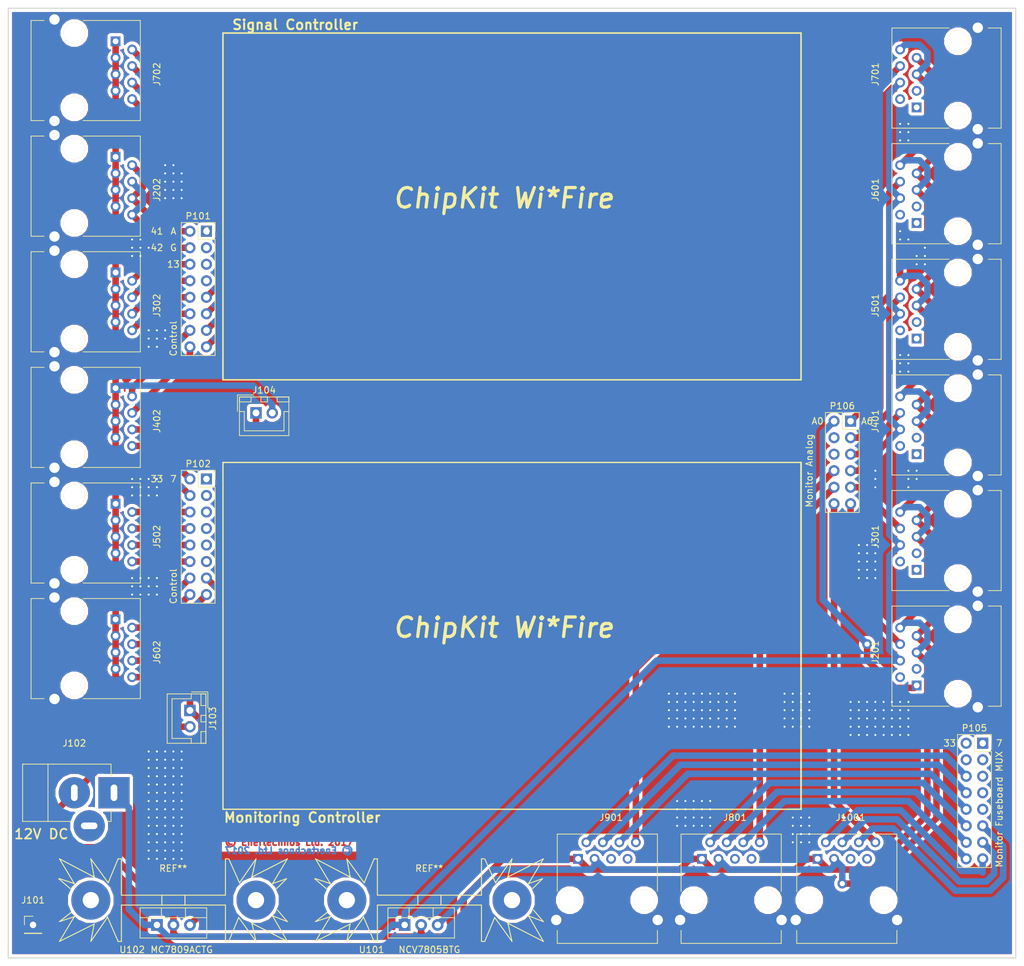
<source format=kicad_pcb>
(kicad_pcb (version 4) (host pcbnew 4.0.7)

  (general
    (links 438)
    (no_connects 0)
    (area 43.104999 18.974999 198.195001 165.175001)
    (thickness 1.6)
    (drawings 26)
    (tracks 352)
    (zones 0)
    (modules 330)
    (nets 47)
  )

  (page A4)
  (title_block
    (title "Breakout Board")
    (date 2018-01-04)
    (rev "Release 0.1")
    (company "Enertechnos Ltd.")
    (comment 1 "APPROVED for Prototype")
  )

  (layers
    (0 F.Cu signal)
    (31 B.Cu signal)
    (32 B.Adhes user)
    (33 F.Adhes user)
    (34 B.Paste user)
    (35 F.Paste user)
    (36 B.SilkS user)
    (37 F.SilkS user)
    (38 B.Mask user)
    (39 F.Mask user)
    (40 Dwgs.User user hide)
    (41 Cmts.User user)
    (42 Eco1.User user)
    (43 Eco2.User user)
    (44 Edge.Cuts user)
    (45 Margin user)
    (46 B.CrtYd user)
    (47 F.CrtYd user)
    (48 B.Fab user)
    (49 F.Fab user)
  )

  (setup
    (last_trace_width 1)
    (trace_clearance 0.4)
    (zone_clearance 0.508)
    (zone_45_only no)
    (trace_min 0.2)
    (segment_width 0.2)
    (edge_width 0.15)
    (via_size 1.5)
    (via_drill 0.8)
    (via_min_size 0.4)
    (via_min_drill 0.3)
    (uvia_size 0.3)
    (uvia_drill 0.1)
    (uvias_allowed no)
    (uvia_min_size 0.2)
    (uvia_min_drill 0.1)
    (pcb_text_width 0.3)
    (pcb_text_size 1.5 1.5)
    (mod_edge_width 0.15)
    (mod_text_size 1 1)
    (mod_text_width 0.15)
    (pad_size 0.6 0.6)
    (pad_drill 0.3)
    (pad_to_mask_clearance 0.2)
    (aux_axis_origin 43.18 165.1)
    (visible_elements 7FFFEF7F)
    (pcbplotparams
      (layerselection 0x010e0_80000001)
      (usegerberextensions false)
      (excludeedgelayer true)
      (linewidth 0.100000)
      (plotframeref false)
      (viasonmask false)
      (mode 1)
      (useauxorigin true)
      (hpglpennumber 1)
      (hpglpenspeed 20)
      (hpglpendiameter 15)
      (hpglpenoverlay 2)
      (psnegative false)
      (psa4output false)
      (plotreference true)
      (plotvalue true)
      (plotinvisibletext false)
      (padsonsilk false)
      (subtractmaskfromsilk false)
      (outputformat 1)
      (mirror false)
      (drillshape 0)
      (scaleselection 1)
      (outputdirectory Plot/))
  )

  (net 0 "")
  (net 1 ARD_TEMP_HB)
  (net 2 ARD_PWM_1)
  (net 3 ARD_PWM_3)
  (net 4 ARD_PWM_2)
  (net 5 ARD_PWM_4)
  (net 6 ARD_TEMP_A)
  (net 7 ARD_GND)
  (net 8 DC_IN)
  (net 9 ARD_PWM_5)
  (net 10 ARD_PWM_6)
  (net 11 ARD_PWM_7)
  (net 12 ARD_PWM_8)
  (net 13 ARD_HBRIDGE_A)
  (net 14 ARD_HBRIDGE_B)
  (net 15 ARD_PWM_9)
  (net 16 ARD_PWM_10)
  (net 17 ARD_PWM_11)
  (net 18 ARD_PWM_12)
  (net 19 ARD_PWM_13)
  (net 20 ARD_PWM_14)
  (net 21 ARD_PWM_15)
  (net 22 ARD_PWM_16)
  (net 23 ARD_TEMP_D)
  (net 24 ARD_TEMP_C)
  (net 25 ARD_TEMP_B)
  (net 26 FB1A)
  (net 27 FB1B)
  (net 28 FB1C)
  (net 29 ARD_VOLTS_1)
  (net 30 FB2A)
  (net 31 FB2B)
  (net 32 FB2C)
  (net 33 ARD_VOLTS_2)
  (net 34 FB3A)
  (net 35 FB3B)
  (net 36 FB3C)
  (net 37 ARD_VOLTS_3)
  (net 38 ARD_TEMP_E)
  (net 39 ARD_CUR_HB)
  (net 40 ARD_VCC)
  (net 41 ARD_PWM_17)
  (net 42 ARD_PWM_18)
  (net 43 ARD_PWM_19)
  (net 44 ARD_PWM_20)
  (net 45 ARD_VIN)
  (net 46 Earth)

  (net_class Default "This is the default net class."
    (clearance 0.4)
    (trace_width 1)
    (via_dia 1.5)
    (via_drill 0.8)
    (uvia_dia 0.3)
    (uvia_drill 0.1)
    (add_net ARD_CUR_HB)
    (add_net ARD_GND)
    (add_net ARD_HBRIDGE_A)
    (add_net ARD_HBRIDGE_B)
    (add_net ARD_PWM_1)
    (add_net ARD_PWM_10)
    (add_net ARD_PWM_11)
    (add_net ARD_PWM_12)
    (add_net ARD_PWM_13)
    (add_net ARD_PWM_14)
    (add_net ARD_PWM_15)
    (add_net ARD_PWM_16)
    (add_net ARD_PWM_17)
    (add_net ARD_PWM_18)
    (add_net ARD_PWM_19)
    (add_net ARD_PWM_2)
    (add_net ARD_PWM_20)
    (add_net ARD_PWM_3)
    (add_net ARD_PWM_4)
    (add_net ARD_PWM_5)
    (add_net ARD_PWM_6)
    (add_net ARD_PWM_7)
    (add_net ARD_PWM_8)
    (add_net ARD_PWM_9)
    (add_net ARD_TEMP_A)
    (add_net ARD_TEMP_B)
    (add_net ARD_TEMP_C)
    (add_net ARD_TEMP_D)
    (add_net ARD_TEMP_E)
    (add_net ARD_TEMP_HB)
    (add_net ARD_VCC)
    (add_net ARD_VIN)
    (add_net ARD_VOLTS_1)
    (add_net ARD_VOLTS_2)
    (add_net ARD_VOLTS_3)
    (add_net DC_IN)
    (add_net Earth)
    (add_net FB1A)
    (add_net FB1B)
    (add_net FB1C)
    (add_net FB2A)
    (add_net FB2B)
    (add_net FB2C)
    (add_net FB3A)
    (add_net FB3B)
    (add_net FB3C)
  )

  (module PartsLibraries:MicroVia (layer F.Cu) (tedit 5AC39D65) (tstamp 5AC48797)
    (at 180.34 53.34 90)
    (fp_text reference REF** (at 0 -2.54 90) (layer F.SilkS) hide
      (effects (font (size 1 1) (thickness 0.15)))
    )
    (fp_text value MicroVia (at 0 2.54 90) (layer F.Fab) hide
      (effects (font (size 1 1) (thickness 0.15)))
    )
    (pad 1 thru_hole circle (at 0 0 90) (size 0.6 0.6) (drill 0.3) (layers *.Cu)
      (net 46 Earth) (zone_connect 2))
  )

  (module PartsLibraries:MicroVia (layer F.Cu) (tedit 5AC39D65) (tstamp 5AC48793)
    (at 180.34 54.61 90)
    (fp_text reference REF** (at 0 -2.54 90) (layer F.SilkS) hide
      (effects (font (size 1 1) (thickness 0.15)))
    )
    (fp_text value MicroVia (at 0 2.54 90) (layer F.Fab) hide
      (effects (font (size 1 1) (thickness 0.15)))
    )
    (pad 1 thru_hole circle (at 0 0 90) (size 0.6 0.6) (drill 0.3) (layers *.Cu)
      (net 46 Earth) (zone_connect 2))
  )

  (module PartsLibraries:MicroVia (layer F.Cu) (tedit 5AC39D65) (tstamp 5AC4878B)
    (at 181.61 54.61 90)
    (fp_text reference REF** (at 0 -2.54 90) (layer F.SilkS) hide
      (effects (font (size 1 1) (thickness 0.15)))
    )
    (fp_text value MicroVia (at 0 2.54 90) (layer F.Fab) hide
      (effects (font (size 1 1) (thickness 0.15)))
    )
    (pad 1 thru_hole circle (at 0 0 90) (size 0.6 0.6) (drill 0.3) (layers *.Cu)
      (net 46 Earth) (zone_connect 2))
  )

  (module PartsLibraries:MicroVia (layer F.Cu) (tedit 5AC39D65) (tstamp 5AC4877E)
    (at 182.88 58.42 90)
    (fp_text reference REF** (at 0 -2.54 90) (layer F.SilkS) hide
      (effects (font (size 1 1) (thickness 0.15)))
    )
    (fp_text value MicroVia (at 0 2.54 90) (layer F.Fab) hide
      (effects (font (size 1 1) (thickness 0.15)))
    )
    (pad 1 thru_hole circle (at 0 0 90) (size 0.6 0.6) (drill 0.3) (layers *.Cu)
      (net 46 Earth) (zone_connect 2))
  )

  (module PartsLibraries:MicroVia (layer F.Cu) (tedit 5AC39D65) (tstamp 5AC4877A)
    (at 184.15 58.42 90)
    (fp_text reference REF** (at 0 -2.54 90) (layer F.SilkS) hide
      (effects (font (size 1 1) (thickness 0.15)))
    )
    (fp_text value MicroVia (at 0 2.54 90) (layer F.Fab) hide
      (effects (font (size 1 1) (thickness 0.15)))
    )
    (pad 1 thru_hole circle (at 0 0 90) (size 0.6 0.6) (drill 0.3) (layers *.Cu)
      (net 46 Earth) (zone_connect 2))
  )

  (module PartsLibraries:MicroVia (layer F.Cu) (tedit 5AC39D65) (tstamp 5AC48776)
    (at 182.88 57.15 90)
    (fp_text reference REF** (at 0 -2.54 90) (layer F.SilkS) hide
      (effects (font (size 1 1) (thickness 0.15)))
    )
    (fp_text value MicroVia (at 0 2.54 90) (layer F.Fab) hide
      (effects (font (size 1 1) (thickness 0.15)))
    )
    (pad 1 thru_hole circle (at 0 0 90) (size 0.6 0.6) (drill 0.3) (layers *.Cu)
      (net 46 Earth) (zone_connect 2))
  )

  (module PartsLibraries:MicroVia (layer F.Cu) (tedit 5AC39D65) (tstamp 5AC4876E)
    (at 184.15 55.88 90)
    (fp_text reference REF** (at 0 -2.54 90) (layer F.SilkS) hide
      (effects (font (size 1 1) (thickness 0.15)))
    )
    (fp_text value MicroVia (at 0 2.54 90) (layer F.Fab) hide
      (effects (font (size 1 1) (thickness 0.15)))
    )
    (pad 1 thru_hole circle (at 0 0 90) (size 0.6 0.6) (drill 0.3) (layers *.Cu)
      (net 46 Earth) (zone_connect 2))
  )

  (module PartsLibraries:MicroVia (layer F.Cu) (tedit 5AC39D65) (tstamp 5AC4876A)
    (at 184.15 57.15 90)
    (fp_text reference REF** (at 0 -2.54 90) (layer F.SilkS) hide
      (effects (font (size 1 1) (thickness 0.15)))
    )
    (fp_text value MicroVia (at 0 2.54 90) (layer F.Fab) hide
      (effects (font (size 1 1) (thickness 0.15)))
    )
    (pad 1 thru_hole circle (at 0 0 90) (size 0.6 0.6) (drill 0.3) (layers *.Cu)
      (net 46 Earth) (zone_connect 2))
  )

  (module PartsLibraries:MicroVia (layer F.Cu) (tedit 5AC39D65) (tstamp 5AC48766)
    (at 180.34 39.37 90)
    (fp_text reference REF** (at 0 -2.54 90) (layer F.SilkS) hide
      (effects (font (size 1 1) (thickness 0.15)))
    )
    (fp_text value MicroVia (at 0 2.54 90) (layer F.Fab) hide
      (effects (font (size 1 1) (thickness 0.15)))
    )
    (pad 1 thru_hole circle (at 0 0 90) (size 0.6 0.6) (drill 0.3) (layers *.Cu)
      (net 46 Earth) (zone_connect 2))
  )

  (module PartsLibraries:MicroVia (layer F.Cu) (tedit 5AC39D65) (tstamp 5AC48762)
    (at 181.61 39.37 90)
    (fp_text reference REF** (at 0 -2.54 90) (layer F.SilkS) hide
      (effects (font (size 1 1) (thickness 0.15)))
    )
    (fp_text value MicroVia (at 0 2.54 90) (layer F.Fab) hide
      (effects (font (size 1 1) (thickness 0.15)))
    )
    (pad 1 thru_hole circle (at 0 0 90) (size 0.6 0.6) (drill 0.3) (layers *.Cu)
      (net 46 Earth) (zone_connect 2))
  )

  (module PartsLibraries:MicroVia (layer F.Cu) (tedit 5AC39D65) (tstamp 5AC4875E)
    (at 180.34 38.1 90)
    (fp_text reference REF** (at 0 -2.54 90) (layer F.SilkS) hide
      (effects (font (size 1 1) (thickness 0.15)))
    )
    (fp_text value MicroVia (at 0 2.54 90) (layer F.Fab) hide
      (effects (font (size 1 1) (thickness 0.15)))
    )
    (pad 1 thru_hole circle (at 0 0 90) (size 0.6 0.6) (drill 0.3) (layers *.Cu)
      (net 46 Earth) (zone_connect 2))
  )

  (module PartsLibraries:MicroVia (layer F.Cu) (tedit 5AC39D65) (tstamp 5AC4875A)
    (at 180.34 36.83 90)
    (fp_text reference REF** (at 0 -2.54 90) (layer F.SilkS) hide
      (effects (font (size 1 1) (thickness 0.15)))
    )
    (fp_text value MicroVia (at 0 2.54 90) (layer F.Fab) hide
      (effects (font (size 1 1) (thickness 0.15)))
    )
    (pad 1 thru_hole circle (at 0 0 90) (size 0.6 0.6) (drill 0.3) (layers *.Cu)
      (net 46 Earth) (zone_connect 2))
  )

  (module PartsLibraries:MicroVia (layer F.Cu) (tedit 5AC39D65) (tstamp 5AC48756)
    (at 181.61 36.83 90)
    (fp_text reference REF** (at 0 -2.54 90) (layer F.SilkS) hide
      (effects (font (size 1 1) (thickness 0.15)))
    )
    (fp_text value MicroVia (at 0 2.54 90) (layer F.Fab) hide
      (effects (font (size 1 1) (thickness 0.15)))
    )
    (pad 1 thru_hole circle (at 0 0 90) (size 0.6 0.6) (drill 0.3) (layers *.Cu)
      (net 46 Earth) (zone_connect 2))
  )

  (module PartsLibraries:MicroVia (layer F.Cu) (tedit 5AC39D65) (tstamp 5AC48752)
    (at 181.61 38.1 90)
    (fp_text reference REF** (at 0 -2.54 90) (layer F.SilkS) hide
      (effects (font (size 1 1) (thickness 0.15)))
    )
    (fp_text value MicroVia (at 0 2.54 90) (layer F.Fab) hide
      (effects (font (size 1 1) (thickness 0.15)))
    )
    (pad 1 thru_hole circle (at 0 0 90) (size 0.6 0.6) (drill 0.3) (layers *.Cu)
      (net 46 Earth) (zone_connect 2))
  )

  (module PartsLibraries:MicroVia (layer F.Cu) (tedit 5AC39D65) (tstamp 5AC4874E)
    (at 180.34 74.93 90)
    (fp_text reference REF** (at 0 -2.54 90) (layer F.SilkS) hide
      (effects (font (size 1 1) (thickness 0.15)))
    )
    (fp_text value MicroVia (at 0 2.54 90) (layer F.Fab) hide
      (effects (font (size 1 1) (thickness 0.15)))
    )
    (pad 1 thru_hole circle (at 0 0 90) (size 0.6 0.6) (drill 0.3) (layers *.Cu)
      (net 46 Earth) (zone_connect 2))
  )

  (module PartsLibraries:MicroVia (layer F.Cu) (tedit 5AC39D65) (tstamp 5AC4874A)
    (at 181.61 74.93 90)
    (fp_text reference REF** (at 0 -2.54 90) (layer F.SilkS) hide
      (effects (font (size 1 1) (thickness 0.15)))
    )
    (fp_text value MicroVia (at 0 2.54 90) (layer F.Fab) hide
      (effects (font (size 1 1) (thickness 0.15)))
    )
    (pad 1 thru_hole circle (at 0 0 90) (size 0.6 0.6) (drill 0.3) (layers *.Cu)
      (net 46 Earth) (zone_connect 2))
  )

  (module PartsLibraries:MicroVia (layer F.Cu) (tedit 5AC39D65) (tstamp 5AC48746)
    (at 180.34 73.66 90)
    (fp_text reference REF** (at 0 -2.54 90) (layer F.SilkS) hide
      (effects (font (size 1 1) (thickness 0.15)))
    )
    (fp_text value MicroVia (at 0 2.54 90) (layer F.Fab) hide
      (effects (font (size 1 1) (thickness 0.15)))
    )
    (pad 1 thru_hole circle (at 0 0 90) (size 0.6 0.6) (drill 0.3) (layers *.Cu)
      (net 46 Earth) (zone_connect 2))
  )

  (module PartsLibraries:MicroVia (layer F.Cu) (tedit 5AC39D65) (tstamp 5AC48742)
    (at 180.34 72.39 90)
    (fp_text reference REF** (at 0 -2.54 90) (layer F.SilkS) hide
      (effects (font (size 1 1) (thickness 0.15)))
    )
    (fp_text value MicroVia (at 0 2.54 90) (layer F.Fab) hide
      (effects (font (size 1 1) (thickness 0.15)))
    )
    (pad 1 thru_hole circle (at 0 0 90) (size 0.6 0.6) (drill 0.3) (layers *.Cu)
      (net 46 Earth) (zone_connect 2))
  )

  (module PartsLibraries:MicroVia (layer F.Cu) (tedit 5AC39D65) (tstamp 5AC4873E)
    (at 181.61 72.39 90)
    (fp_text reference REF** (at 0 -2.54 90) (layer F.SilkS) hide
      (effects (font (size 1 1) (thickness 0.15)))
    )
    (fp_text value MicroVia (at 0 2.54 90) (layer F.Fab) hide
      (effects (font (size 1 1) (thickness 0.15)))
    )
    (pad 1 thru_hole circle (at 0 0 90) (size 0.6 0.6) (drill 0.3) (layers *.Cu)
      (net 46 Earth) (zone_connect 2))
  )

  (module PartsLibraries:MicroVia (layer F.Cu) (tedit 5AC39D65) (tstamp 5AC4873A)
    (at 181.61 73.66 90)
    (fp_text reference REF** (at 0 -2.54 90) (layer F.SilkS) hide
      (effects (font (size 1 1) (thickness 0.15)))
    )
    (fp_text value MicroVia (at 0 2.54 90) (layer F.Fab) hide
      (effects (font (size 1 1) (thickness 0.15)))
    )
    (pad 1 thru_hole circle (at 0 0 90) (size 0.6 0.6) (drill 0.3) (layers *.Cu)
      (net 46 Earth) (zone_connect 2))
  )

  (module PartsLibraries:MicroVia (layer F.Cu) (tedit 5AC39D65) (tstamp 5AC486C1)
    (at 182.88 90.17 90)
    (fp_text reference REF** (at 0 -2.54 90) (layer F.SilkS) hide
      (effects (font (size 1 1) (thickness 0.15)))
    )
    (fp_text value MicroVia (at 0 2.54 90) (layer F.Fab) hide
      (effects (font (size 1 1) (thickness 0.15)))
    )
    (pad 1 thru_hole circle (at 0 0 90) (size 0.6 0.6) (drill 0.3) (layers *.Cu)
      (net 46 Earth) (zone_connect 2))
  )

  (module PartsLibraries:MicroVia (layer F.Cu) (tedit 5AC39D65) (tstamp 5AC486BD)
    (at 182.88 91.44 90)
    (fp_text reference REF** (at 0 -2.54 90) (layer F.SilkS) hide
      (effects (font (size 1 1) (thickness 0.15)))
    )
    (fp_text value MicroVia (at 0 2.54 90) (layer F.Fab) hide
      (effects (font (size 1 1) (thickness 0.15)))
    )
    (pad 1 thru_hole circle (at 0 0 90) (size 0.6 0.6) (drill 0.3) (layers *.Cu)
      (net 46 Earth) (zone_connect 2))
  )

  (module PartsLibraries:MicroVia (layer F.Cu) (tedit 5AC39D65) (tstamp 5AC486B9)
    (at 181.61 90.17 90)
    (fp_text reference REF** (at 0 -2.54 90) (layer F.SilkS) hide
      (effects (font (size 1 1) (thickness 0.15)))
    )
    (fp_text value MicroVia (at 0 2.54 90) (layer F.Fab) hide
      (effects (font (size 1 1) (thickness 0.15)))
    )
    (pad 1 thru_hole circle (at 0 0 90) (size 0.6 0.6) (drill 0.3) (layers *.Cu)
      (net 46 Earth) (zone_connect 2))
  )

  (module PartsLibraries:MicroVia (layer F.Cu) (tedit 5AC39D65) (tstamp 5AC486B5)
    (at 181.61 91.44 90)
    (fp_text reference REF** (at 0 -2.54 90) (layer F.SilkS) hide
      (effects (font (size 1 1) (thickness 0.15)))
    )
    (fp_text value MicroVia (at 0 2.54 90) (layer F.Fab) hide
      (effects (font (size 1 1) (thickness 0.15)))
    )
    (pad 1 thru_hole circle (at 0 0 90) (size 0.6 0.6) (drill 0.3) (layers *.Cu)
      (net 46 Earth) (zone_connect 2))
  )

  (module PartsLibraries:MicroVia (layer F.Cu) (tedit 5AC39D65) (tstamp 5AC486B1)
    (at 176.53 90.17 90)
    (fp_text reference REF** (at 0 -2.54 90) (layer F.SilkS) hide
      (effects (font (size 1 1) (thickness 0.15)))
    )
    (fp_text value MicroVia (at 0 2.54 90) (layer F.Fab) hide
      (effects (font (size 1 1) (thickness 0.15)))
    )
    (pad 1 thru_hole circle (at 0 0 90) (size 0.6 0.6) (drill 0.3) (layers *.Cu)
      (net 46 Earth) (zone_connect 2))
  )

  (module PartsLibraries:MicroVia (layer F.Cu) (tedit 5AC39D65) (tstamp 5AC486AD)
    (at 176.53 92.71 90)
    (fp_text reference REF** (at 0 -2.54 90) (layer F.SilkS) hide
      (effects (font (size 1 1) (thickness 0.15)))
    )
    (fp_text value MicroVia (at 0 2.54 90) (layer F.Fab) hide
      (effects (font (size 1 1) (thickness 0.15)))
    )
    (pad 1 thru_hole circle (at 0 0 90) (size 0.6 0.6) (drill 0.3) (layers *.Cu)
      (net 46 Earth) (zone_connect 2))
  )

  (module PartsLibraries:MicroVia (layer F.Cu) (tedit 5AC39D65) (tstamp 5AC486A9)
    (at 176.53 91.44 90)
    (fp_text reference REF** (at 0 -2.54 90) (layer F.SilkS) hide
      (effects (font (size 1 1) (thickness 0.15)))
    )
    (fp_text value MicroVia (at 0 2.54 90) (layer F.Fab) hide
      (effects (font (size 1 1) (thickness 0.15)))
    )
    (pad 1 thru_hole circle (at 0 0 90) (size 0.6 0.6) (drill 0.3) (layers *.Cu)
      (net 46 Earth) (zone_connect 2))
  )

  (module PartsLibraries:MicroVia (layer F.Cu) (tedit 5AC39D65) (tstamp 5AC486A5)
    (at 181.61 92.71 90)
    (fp_text reference REF** (at 0 -2.54 90) (layer F.SilkS) hide
      (effects (font (size 1 1) (thickness 0.15)))
    )
    (fp_text value MicroVia (at 0 2.54 90) (layer F.Fab) hide
      (effects (font (size 1 1) (thickness 0.15)))
    )
    (pad 1 thru_hole circle (at 0 0 90) (size 0.6 0.6) (drill 0.3) (layers *.Cu)
      (net 46 Earth) (zone_connect 2))
  )

  (module PartsLibraries:MicroVia (layer F.Cu) (tedit 5AC39D65) (tstamp 5AC4868E)
    (at 63.5 57.15 180)
    (fp_text reference REF** (at 0 -2.54 180) (layer F.SilkS) hide
      (effects (font (size 1 1) (thickness 0.15)))
    )
    (fp_text value MicroVia (at 0 2.54 180) (layer F.Fab) hide
      (effects (font (size 1 1) (thickness 0.15)))
    )
    (pad 1 thru_hole circle (at 0 0 180) (size 0.6 0.6) (drill 0.3) (layers *.Cu)
      (net 46 Earth) (zone_connect 2))
  )

  (module PartsLibraries:MicroVia (layer F.Cu) (tedit 5AC39D65) (tstamp 5AC48688)
    (at 62.23 55.88 180)
    (fp_text reference REF** (at 0 -2.54 180) (layer F.SilkS) hide
      (effects (font (size 1 1) (thickness 0.15)))
    )
    (fp_text value MicroVia (at 0 2.54 180) (layer F.Fab) hide
      (effects (font (size 1 1) (thickness 0.15)))
    )
    (pad 1 thru_hole circle (at 0 0 180) (size 0.6 0.6) (drill 0.3) (layers *.Cu)
      (net 46 Earth) (zone_connect 2))
  )

  (module PartsLibraries:MicroVia (layer F.Cu) (tedit 5AC39D65) (tstamp 5AC48684)
    (at 64.77 55.88 180)
    (fp_text reference REF** (at 0 -2.54 180) (layer F.SilkS) hide
      (effects (font (size 1 1) (thickness 0.15)))
    )
    (fp_text value MicroVia (at 0 2.54 180) (layer F.Fab) hide
      (effects (font (size 1 1) (thickness 0.15)))
    )
    (pad 1 thru_hole circle (at 0 0 180) (size 0.6 0.6) (drill 0.3) (layers *.Cu)
      (net 46 Earth) (zone_connect 2))
  )

  (module PartsLibraries:MicroVia (layer F.Cu) (tedit 5AC39D65) (tstamp 5AC4867C)
    (at 62.23 54.61 180)
    (fp_text reference REF** (at 0 -2.54 180) (layer F.SilkS) hide
      (effects (font (size 1 1) (thickness 0.15)))
    )
    (fp_text value MicroVia (at 0 2.54 180) (layer F.Fab) hide
      (effects (font (size 1 1) (thickness 0.15)))
    )
    (pad 1 thru_hole circle (at 0 0 180) (size 0.6 0.6) (drill 0.3) (layers *.Cu)
      (net 46 Earth) (zone_connect 2))
  )

  (module PartsLibraries:MicroVia (layer F.Cu) (tedit 5AC39D65) (tstamp 5AC48678)
    (at 63.5 55.88 180)
    (fp_text reference REF** (at 0 -2.54 180) (layer F.SilkS) hide
      (effects (font (size 1 1) (thickness 0.15)))
    )
    (fp_text value MicroVia (at 0 2.54 180) (layer F.Fab) hide
      (effects (font (size 1 1) (thickness 0.15)))
    )
    (pad 1 thru_hole circle (at 0 0 180) (size 0.6 0.6) (drill 0.3) (layers *.Cu)
      (net 46 Earth) (zone_connect 2))
  )

  (module PartsLibraries:MicroVia (layer F.Cu) (tedit 5AC39D65) (tstamp 5AC48674)
    (at 63.5 54.61 180)
    (fp_text reference REF** (at 0 -2.54 180) (layer F.SilkS) hide
      (effects (font (size 1 1) (thickness 0.15)))
    )
    (fp_text value MicroVia (at 0 2.54 180) (layer F.Fab) hide
      (effects (font (size 1 1) (thickness 0.15)))
    )
    (pad 1 thru_hole circle (at 0 0 180) (size 0.6 0.6) (drill 0.3) (layers *.Cu)
      (net 46 Earth) (zone_connect 2))
  )

  (module PartsLibraries:MicroVia (layer F.Cu) (tedit 5AC39D65) (tstamp 5AC4866C)
    (at 62.23 57.15 180)
    (fp_text reference REF** (at 0 -2.54 180) (layer F.SilkS) hide
      (effects (font (size 1 1) (thickness 0.15)))
    )
    (fp_text value MicroVia (at 0 2.54 180) (layer F.Fab) hide
      (effects (font (size 1 1) (thickness 0.15)))
    )
    (pad 1 thru_hole circle (at 0 0 180) (size 0.6 0.6) (drill 0.3) (layers *.Cu)
      (net 46 Earth) (zone_connect 2))
  )

  (module PartsLibraries:MicroVia (layer F.Cu) (tedit 5AC39D65) (tstamp 5AC4859F)
    (at 64.77 68.58 180)
    (fp_text reference REF** (at 0 -2.54 180) (layer F.SilkS) hide
      (effects (font (size 1 1) (thickness 0.15)))
    )
    (fp_text value MicroVia (at 0 2.54 180) (layer F.Fab) hide
      (effects (font (size 1 1) (thickness 0.15)))
    )
    (pad 1 thru_hole circle (at 0 0 180) (size 0.6 0.6) (drill 0.3) (layers *.Cu)
      (net 46 Earth) (zone_connect 2))
  )

  (module PartsLibraries:MicroVia (layer F.Cu) (tedit 5AC39D65) (tstamp 5AC48597)
    (at 64.77 69.85 180)
    (fp_text reference REF** (at 0 -2.54 180) (layer F.SilkS) hide
      (effects (font (size 1 1) (thickness 0.15)))
    )
    (fp_text value MicroVia (at 0 2.54 180) (layer F.Fab) hide
      (effects (font (size 1 1) (thickness 0.15)))
    )
    (pad 1 thru_hole circle (at 0 0 180) (size 0.6 0.6) (drill 0.3) (layers *.Cu)
      (net 46 Earth) (zone_connect 2))
  )

  (module PartsLibraries:MicroVia (layer F.Cu) (tedit 5AC39D65) (tstamp 5AC4858F)
    (at 67.31 69.85 180)
    (fp_text reference REF** (at 0 -2.54 180) (layer F.SilkS) hide
      (effects (font (size 1 1) (thickness 0.15)))
    )
    (fp_text value MicroVia (at 0 2.54 180) (layer F.Fab) hide
      (effects (font (size 1 1) (thickness 0.15)))
    )
    (pad 1 thru_hole circle (at 0 0 180) (size 0.6 0.6) (drill 0.3) (layers *.Cu)
      (net 46 Earth) (zone_connect 2))
  )

  (module PartsLibraries:MicroVia (layer F.Cu) (tedit 5AC39D65) (tstamp 5AC48587)
    (at 66.04 71.12 180)
    (fp_text reference REF** (at 0 -2.54 180) (layer F.SilkS) hide
      (effects (font (size 1 1) (thickness 0.15)))
    )
    (fp_text value MicroVia (at 0 2.54 180) (layer F.Fab) hide
      (effects (font (size 1 1) (thickness 0.15)))
    )
    (pad 1 thru_hole circle (at 0 0 180) (size 0.6 0.6) (drill 0.3) (layers *.Cu)
      (net 46 Earth) (zone_connect 2))
  )

  (module PartsLibraries:MicroVia (layer F.Cu) (tedit 5AC39D65) (tstamp 5AC4857F)
    (at 64.77 71.12 180)
    (fp_text reference REF** (at 0 -2.54 180) (layer F.SilkS) hide
      (effects (font (size 1 1) (thickness 0.15)))
    )
    (fp_text value MicroVia (at 0 2.54 180) (layer F.Fab) hide
      (effects (font (size 1 1) (thickness 0.15)))
    )
    (pad 1 thru_hole circle (at 0 0 180) (size 0.6 0.6) (drill 0.3) (layers *.Cu)
      (net 46 Earth) (zone_connect 2))
  )

  (module PartsLibraries:MicroVia (layer F.Cu) (tedit 5AC39D65) (tstamp 5AC4857B)
    (at 66.04 69.85 180)
    (fp_text reference REF** (at 0 -2.54 180) (layer F.SilkS) hide
      (effects (font (size 1 1) (thickness 0.15)))
    )
    (fp_text value MicroVia (at 0 2.54 180) (layer F.Fab) hide
      (effects (font (size 1 1) (thickness 0.15)))
    )
    (pad 1 thru_hole circle (at 0 0 180) (size 0.6 0.6) (drill 0.3) (layers *.Cu)
      (net 46 Earth) (zone_connect 2))
  )

  (module PartsLibraries:MicroVia (layer F.Cu) (tedit 5AC39D65) (tstamp 5AC48577)
    (at 67.31 68.58 180)
    (fp_text reference REF** (at 0 -2.54 180) (layer F.SilkS) hide
      (effects (font (size 1 1) (thickness 0.15)))
    )
    (fp_text value MicroVia (at 0 2.54 180) (layer F.Fab) hide
      (effects (font (size 1 1) (thickness 0.15)))
    )
    (pad 1 thru_hole circle (at 0 0 180) (size 0.6 0.6) (drill 0.3) (layers *.Cu)
      (net 46 Earth) (zone_connect 2))
  )

  (module PartsLibraries:MicroVia (layer F.Cu) (tedit 5AC39D65) (tstamp 5AC48573)
    (at 66.04 68.58 180)
    (fp_text reference REF** (at 0 -2.54 180) (layer F.SilkS) hide
      (effects (font (size 1 1) (thickness 0.15)))
    )
    (fp_text value MicroVia (at 0 2.54 180) (layer F.Fab) hide
      (effects (font (size 1 1) (thickness 0.15)))
    )
    (pad 1 thru_hole circle (at 0 0 180) (size 0.6 0.6) (drill 0.3) (layers *.Cu)
      (net 46 Earth) (zone_connect 2))
  )

  (module PartsLibraries:MicroVia (layer F.Cu) (tedit 5AC39D65) (tstamp 5AC4856F)
    (at 63.5 91.44 180)
    (fp_text reference REF** (at 0 -2.54 180) (layer F.SilkS) hide
      (effects (font (size 1 1) (thickness 0.15)))
    )
    (fp_text value MicroVia (at 0 2.54 180) (layer F.Fab) hide
      (effects (font (size 1 1) (thickness 0.15)))
    )
    (pad 1 thru_hole circle (at 0 0 180) (size 0.6 0.6) (drill 0.3) (layers *.Cu)
      (net 46 Earth) (zone_connect 2))
  )

  (module PartsLibraries:MicroVia (layer F.Cu) (tedit 5AC39D65) (tstamp 5AC4856B)
    (at 62.23 91.44 180)
    (fp_text reference REF** (at 0 -2.54 180) (layer F.SilkS) hide
      (effects (font (size 1 1) (thickness 0.15)))
    )
    (fp_text value MicroVia (at 0 2.54 180) (layer F.Fab) hide
      (effects (font (size 1 1) (thickness 0.15)))
    )
    (pad 1 thru_hole circle (at 0 0 180) (size 0.6 0.6) (drill 0.3) (layers *.Cu)
      (net 46 Earth) (zone_connect 2))
  )

  (module PartsLibraries:MicroVia (layer F.Cu) (tedit 5AC39D65) (tstamp 5AC48567)
    (at 63.5 92.71 180)
    (fp_text reference REF** (at 0 -2.54 180) (layer F.SilkS) hide
      (effects (font (size 1 1) (thickness 0.15)))
    )
    (fp_text value MicroVia (at 0 2.54 180) (layer F.Fab) hide
      (effects (font (size 1 1) (thickness 0.15)))
    )
    (pad 1 thru_hole circle (at 0 0 180) (size 0.6 0.6) (drill 0.3) (layers *.Cu)
      (net 46 Earth) (zone_connect 2))
  )

  (module PartsLibraries:MicroVia (layer F.Cu) (tedit 5AC39D65) (tstamp 5AC48563)
    (at 66.04 93.98 180)
    (fp_text reference REF** (at 0 -2.54 180) (layer F.SilkS) hide
      (effects (font (size 1 1) (thickness 0.15)))
    )
    (fp_text value MicroVia (at 0 2.54 180) (layer F.Fab) hide
      (effects (font (size 1 1) (thickness 0.15)))
    )
    (pad 1 thru_hole circle (at 0 0 180) (size 0.6 0.6) (drill 0.3) (layers *.Cu)
      (net 46 Earth) (zone_connect 2))
  )

  (module PartsLibraries:MicroVia (layer F.Cu) (tedit 5AC39D65) (tstamp 5AC4855F)
    (at 66.04 92.71 180)
    (fp_text reference REF** (at 0 -2.54 180) (layer F.SilkS) hide
      (effects (font (size 1 1) (thickness 0.15)))
    )
    (fp_text value MicroVia (at 0 2.54 180) (layer F.Fab) hide
      (effects (font (size 1 1) (thickness 0.15)))
    )
    (pad 1 thru_hole circle (at 0 0 180) (size 0.6 0.6) (drill 0.3) (layers *.Cu)
      (net 46 Earth) (zone_connect 2))
  )

  (module PartsLibraries:MicroVia (layer F.Cu) (tedit 5AC39D65) (tstamp 5AC4855B)
    (at 62.23 92.71 180)
    (fp_text reference REF** (at 0 -2.54 180) (layer F.SilkS) hide
      (effects (font (size 1 1) (thickness 0.15)))
    )
    (fp_text value MicroVia (at 0 2.54 180) (layer F.Fab) hide
      (effects (font (size 1 1) (thickness 0.15)))
    )
    (pad 1 thru_hole circle (at 0 0 180) (size 0.6 0.6) (drill 0.3) (layers *.Cu)
      (net 46 Earth) (zone_connect 2))
  )

  (module PartsLibraries:MicroVia (layer F.Cu) (tedit 5AC39D65) (tstamp 5AC48557)
    (at 64.77 93.98 180)
    (fp_text reference REF** (at 0 -2.54 180) (layer F.SilkS) hide
      (effects (font (size 1 1) (thickness 0.15)))
    )
    (fp_text value MicroVia (at 0 2.54 180) (layer F.Fab) hide
      (effects (font (size 1 1) (thickness 0.15)))
    )
    (pad 1 thru_hole circle (at 0 0 180) (size 0.6 0.6) (drill 0.3) (layers *.Cu)
      (net 46 Earth) (zone_connect 2))
  )

  (module PartsLibraries:MicroVia (layer F.Cu) (tedit 5AC39D65) (tstamp 5AC48553)
    (at 62.23 93.98 180)
    (fp_text reference REF** (at 0 -2.54 180) (layer F.SilkS) hide
      (effects (font (size 1 1) (thickness 0.15)))
    )
    (fp_text value MicroVia (at 0 2.54 180) (layer F.Fab) hide
      (effects (font (size 1 1) (thickness 0.15)))
    )
    (pad 1 thru_hole circle (at 0 0 180) (size 0.6 0.6) (drill 0.3) (layers *.Cu)
      (net 46 Earth) (zone_connect 2))
  )

  (module PartsLibraries:MicroVia (layer F.Cu) (tedit 5AC39D65) (tstamp 5AC4854F)
    (at 63.5 93.98 180)
    (fp_text reference REF** (at 0 -2.54 180) (layer F.SilkS) hide
      (effects (font (size 1 1) (thickness 0.15)))
    )
    (fp_text value MicroVia (at 0 2.54 180) (layer F.Fab) hide
      (effects (font (size 1 1) (thickness 0.15)))
    )
    (pad 1 thru_hole circle (at 0 0 180) (size 0.6 0.6) (drill 0.3) (layers *.Cu)
      (net 46 Earth) (zone_connect 2))
  )

  (module PartsLibraries:MicroVia (layer F.Cu) (tedit 5AC39D65) (tstamp 5AC4854B)
    (at 64.77 92.71 180)
    (fp_text reference REF** (at 0 -2.54 180) (layer F.SilkS) hide
      (effects (font (size 1 1) (thickness 0.15)))
    )
    (fp_text value MicroVia (at 0 2.54 180) (layer F.Fab) hide
      (effects (font (size 1 1) (thickness 0.15)))
    )
    (pad 1 thru_hole circle (at 0 0 180) (size 0.6 0.6) (drill 0.3) (layers *.Cu)
      (net 46 Earth) (zone_connect 2))
  )

  (module PartsLibraries:MicroVia (layer F.Cu) (tedit 5AC39D65) (tstamp 5AC48547)
    (at 66.04 91.44 180)
    (fp_text reference REF** (at 0 -2.54 180) (layer F.SilkS) hide
      (effects (font (size 1 1) (thickness 0.15)))
    )
    (fp_text value MicroVia (at 0 2.54 180) (layer F.Fab) hide
      (effects (font (size 1 1) (thickness 0.15)))
    )
    (pad 1 thru_hole circle (at 0 0 180) (size 0.6 0.6) (drill 0.3) (layers *.Cu)
      (net 46 Earth) (zone_connect 2))
  )

  (module PartsLibraries:MicroVia (layer F.Cu) (tedit 5AC39D65) (tstamp 5AC48543)
    (at 64.77 91.44 180)
    (fp_text reference REF** (at 0 -2.54 180) (layer F.SilkS) hide
      (effects (font (size 1 1) (thickness 0.15)))
    )
    (fp_text value MicroVia (at 0 2.54 180) (layer F.Fab) hide
      (effects (font (size 1 1) (thickness 0.15)))
    )
    (pad 1 thru_hole circle (at 0 0 180) (size 0.6 0.6) (drill 0.3) (layers *.Cu)
      (net 46 Earth) (zone_connect 2))
  )

  (module PartsLibraries:MicroVia (layer F.Cu) (tedit 5AC39D65) (tstamp 5AC4853F)
    (at 63.5 106.68 180)
    (fp_text reference REF** (at 0 -2.54 180) (layer F.SilkS) hide
      (effects (font (size 1 1) (thickness 0.15)))
    )
    (fp_text value MicroVia (at 0 2.54 180) (layer F.Fab) hide
      (effects (font (size 1 1) (thickness 0.15)))
    )
    (pad 1 thru_hole circle (at 0 0 180) (size 0.6 0.6) (drill 0.3) (layers *.Cu)
      (net 46 Earth) (zone_connect 2))
  )

  (module PartsLibraries:MicroVia (layer F.Cu) (tedit 5AC39D65) (tstamp 5AC4853B)
    (at 62.23 106.68 180)
    (fp_text reference REF** (at 0 -2.54 180) (layer F.SilkS) hide
      (effects (font (size 1 1) (thickness 0.15)))
    )
    (fp_text value MicroVia (at 0 2.54 180) (layer F.Fab) hide
      (effects (font (size 1 1) (thickness 0.15)))
    )
    (pad 1 thru_hole circle (at 0 0 180) (size 0.6 0.6) (drill 0.3) (layers *.Cu)
      (net 46 Earth) (zone_connect 2))
  )

  (module PartsLibraries:MicroVia (layer F.Cu) (tedit 5AC39D65) (tstamp 5AC48537)
    (at 63.5 107.95 180)
    (fp_text reference REF** (at 0 -2.54 180) (layer F.SilkS) hide
      (effects (font (size 1 1) (thickness 0.15)))
    )
    (fp_text value MicroVia (at 0 2.54 180) (layer F.Fab) hide
      (effects (font (size 1 1) (thickness 0.15)))
    )
    (pad 1 thru_hole circle (at 0 0 180) (size 0.6 0.6) (drill 0.3) (layers *.Cu)
      (net 46 Earth) (zone_connect 2))
  )

  (module PartsLibraries:MicroVia (layer F.Cu) (tedit 5AC39D65) (tstamp 5AC48533)
    (at 66.04 109.22 180)
    (fp_text reference REF** (at 0 -2.54 180) (layer F.SilkS) hide
      (effects (font (size 1 1) (thickness 0.15)))
    )
    (fp_text value MicroVia (at 0 2.54 180) (layer F.Fab) hide
      (effects (font (size 1 1) (thickness 0.15)))
    )
    (pad 1 thru_hole circle (at 0 0 180) (size 0.6 0.6) (drill 0.3) (layers *.Cu)
      (net 46 Earth) (zone_connect 2))
  )

  (module PartsLibraries:MicroVia (layer F.Cu) (tedit 5AC39D65) (tstamp 5AC4852F)
    (at 66.04 107.95 180)
    (fp_text reference REF** (at 0 -2.54 180) (layer F.SilkS) hide
      (effects (font (size 1 1) (thickness 0.15)))
    )
    (fp_text value MicroVia (at 0 2.54 180) (layer F.Fab) hide
      (effects (font (size 1 1) (thickness 0.15)))
    )
    (pad 1 thru_hole circle (at 0 0 180) (size 0.6 0.6) (drill 0.3) (layers *.Cu)
      (net 46 Earth) (zone_connect 2))
  )

  (module PartsLibraries:MicroVia (layer F.Cu) (tedit 5AC39D65) (tstamp 5AC4852B)
    (at 62.23 107.95 180)
    (fp_text reference REF** (at 0 -2.54 180) (layer F.SilkS) hide
      (effects (font (size 1 1) (thickness 0.15)))
    )
    (fp_text value MicroVia (at 0 2.54 180) (layer F.Fab) hide
      (effects (font (size 1 1) (thickness 0.15)))
    )
    (pad 1 thru_hole circle (at 0 0 180) (size 0.6 0.6) (drill 0.3) (layers *.Cu)
      (net 46 Earth) (zone_connect 2))
  )

  (module PartsLibraries:MicroVia (layer F.Cu) (tedit 5AC39D65) (tstamp 5AC48527)
    (at 64.77 109.22 180)
    (fp_text reference REF** (at 0 -2.54 180) (layer F.SilkS) hide
      (effects (font (size 1 1) (thickness 0.15)))
    )
    (fp_text value MicroVia (at 0 2.54 180) (layer F.Fab) hide
      (effects (font (size 1 1) (thickness 0.15)))
    )
    (pad 1 thru_hole circle (at 0 0 180) (size 0.6 0.6) (drill 0.3) (layers *.Cu)
      (net 46 Earth) (zone_connect 2))
  )

  (module PartsLibraries:MicroVia (layer F.Cu) (tedit 5AC39D65) (tstamp 5AC48523)
    (at 62.23 109.22 180)
    (fp_text reference REF** (at 0 -2.54 180) (layer F.SilkS) hide
      (effects (font (size 1 1) (thickness 0.15)))
    )
    (fp_text value MicroVia (at 0 2.54 180) (layer F.Fab) hide
      (effects (font (size 1 1) (thickness 0.15)))
    )
    (pad 1 thru_hole circle (at 0 0 180) (size 0.6 0.6) (drill 0.3) (layers *.Cu)
      (net 46 Earth) (zone_connect 2))
  )

  (module PartsLibraries:MicroVia (layer F.Cu) (tedit 5AC39D65) (tstamp 5AC4851F)
    (at 63.5 109.22 180)
    (fp_text reference REF** (at 0 -2.54 180) (layer F.SilkS) hide
      (effects (font (size 1 1) (thickness 0.15)))
    )
    (fp_text value MicroVia (at 0 2.54 180) (layer F.Fab) hide
      (effects (font (size 1 1) (thickness 0.15)))
    )
    (pad 1 thru_hole circle (at 0 0 180) (size 0.6 0.6) (drill 0.3) (layers *.Cu)
      (net 46 Earth) (zone_connect 2))
  )

  (module PartsLibraries:MicroVia (layer F.Cu) (tedit 5AC39D65) (tstamp 5AC4851B)
    (at 64.77 107.95 180)
    (fp_text reference REF** (at 0 -2.54 180) (layer F.SilkS) hide
      (effects (font (size 1 1) (thickness 0.15)))
    )
    (fp_text value MicroVia (at 0 2.54 180) (layer F.Fab) hide
      (effects (font (size 1 1) (thickness 0.15)))
    )
    (pad 1 thru_hole circle (at 0 0 180) (size 0.6 0.6) (drill 0.3) (layers *.Cu)
      (net 46 Earth) (zone_connect 2))
  )

  (module PartsLibraries:MicroVia (layer F.Cu) (tedit 5AC39D65) (tstamp 5AC48517)
    (at 66.04 106.68 180)
    (fp_text reference REF** (at 0 -2.54 180) (layer F.SilkS) hide
      (effects (font (size 1 1) (thickness 0.15)))
    )
    (fp_text value MicroVia (at 0 2.54 180) (layer F.Fab) hide
      (effects (font (size 1 1) (thickness 0.15)))
    )
    (pad 1 thru_hole circle (at 0 0 180) (size 0.6 0.6) (drill 0.3) (layers *.Cu)
      (net 46 Earth) (zone_connect 2))
  )

  (module PartsLibraries:MicroVia (layer F.Cu) (tedit 5AC39D65) (tstamp 5AC48513)
    (at 64.77 106.68 180)
    (fp_text reference REF** (at 0 -2.54 180) (layer F.SilkS) hide
      (effects (font (size 1 1) (thickness 0.15)))
    )
    (fp_text value MicroVia (at 0 2.54 180) (layer F.Fab) hide
      (effects (font (size 1 1) (thickness 0.15)))
    )
    (pad 1 thru_hole circle (at 0 0 180) (size 0.6 0.6) (drill 0.3) (layers *.Cu)
      (net 46 Earth) (zone_connect 2))
  )

  (module PartsLibraries:MicroVia (layer F.Cu) (tedit 5AC39D65) (tstamp 5AC3B3D1)
    (at 69.85 48.26 90)
    (fp_text reference REF** (at 0 -2.54 90) (layer F.SilkS) hide
      (effects (font (size 1 1) (thickness 0.15)))
    )
    (fp_text value MicroVia (at 0 2.54 90) (layer F.Fab) hide
      (effects (font (size 1 1) (thickness 0.15)))
    )
    (pad 1 thru_hole circle (at 0 0 90) (size 0.6 0.6) (drill 0.3) (layers *.Cu)
      (net 46 Earth) (zone_connect 2))
  )

  (module PartsLibraries:MicroVia (layer F.Cu) (tedit 5AC39D65) (tstamp 5AC3B3CD)
    (at 68.58 48.26 90)
    (fp_text reference REF** (at 0 -2.54 90) (layer F.SilkS) hide
      (effects (font (size 1 1) (thickness 0.15)))
    )
    (fp_text value MicroVia (at 0 2.54 90) (layer F.Fab) hide
      (effects (font (size 1 1) (thickness 0.15)))
    )
    (pad 1 thru_hole circle (at 0 0 90) (size 0.6 0.6) (drill 0.3) (layers *.Cu)
      (net 46 Earth) (zone_connect 2))
  )

  (module PartsLibraries:MicroVia (layer F.Cu) (tedit 5AC39D65) (tstamp 5AC3B3C9)
    (at 67.31 48.26 90)
    (fp_text reference REF** (at 0 -2.54 90) (layer F.SilkS) hide
      (effects (font (size 1 1) (thickness 0.15)))
    )
    (fp_text value MicroVia (at 0 2.54 90) (layer F.Fab) hide
      (effects (font (size 1 1) (thickness 0.15)))
    )
    (pad 1 thru_hole circle (at 0 0 90) (size 0.6 0.6) (drill 0.3) (layers *.Cu)
      (net 46 Earth) (zone_connect 2))
  )

  (module PartsLibraries:MicroVia (layer F.Cu) (tedit 5AC39D65) (tstamp 5AC3B3C5)
    (at 67.31 44.45 90)
    (fp_text reference REF** (at 0 -2.54 90) (layer F.SilkS) hide
      (effects (font (size 1 1) (thickness 0.15)))
    )
    (fp_text value MicroVia (at 0 2.54 90) (layer F.Fab) hide
      (effects (font (size 1 1) (thickness 0.15)))
    )
    (pad 1 thru_hole circle (at 0 0 90) (size 0.6 0.6) (drill 0.3) (layers *.Cu)
      (net 46 Earth) (zone_connect 2))
  )

  (module PartsLibraries:MicroVia (layer F.Cu) (tedit 5AC39D65) (tstamp 5AC3B3C1)
    (at 67.31 43.18 90)
    (fp_text reference REF** (at 0 -2.54 90) (layer F.SilkS) hide
      (effects (font (size 1 1) (thickness 0.15)))
    )
    (fp_text value MicroVia (at 0 2.54 90) (layer F.Fab) hide
      (effects (font (size 1 1) (thickness 0.15)))
    )
    (pad 1 thru_hole circle (at 0 0 90) (size 0.6 0.6) (drill 0.3) (layers *.Cu)
      (net 46 Earth) (zone_connect 2))
  )

  (module PartsLibraries:MicroVia (layer F.Cu) (tedit 5AC39D65) (tstamp 5AC3B3BD)
    (at 68.58 44.45 90)
    (fp_text reference REF** (at 0 -2.54 90) (layer F.SilkS) hide
      (effects (font (size 1 1) (thickness 0.15)))
    )
    (fp_text value MicroVia (at 0 2.54 90) (layer F.Fab) hide
      (effects (font (size 1 1) (thickness 0.15)))
    )
    (pad 1 thru_hole circle (at 0 0 90) (size 0.6 0.6) (drill 0.3) (layers *.Cu)
      (net 46 Earth) (zone_connect 2))
  )

  (module PartsLibraries:MicroVia (layer F.Cu) (tedit 5AC39D65) (tstamp 5AC3B3B9)
    (at 68.58 43.18 90)
    (fp_text reference REF** (at 0 -2.54 90) (layer F.SilkS) hide
      (effects (font (size 1 1) (thickness 0.15)))
    )
    (fp_text value MicroVia (at 0 2.54 90) (layer F.Fab) hide
      (effects (font (size 1 1) (thickness 0.15)))
    )
    (pad 1 thru_hole circle (at 0 0 90) (size 0.6 0.6) (drill 0.3) (layers *.Cu)
      (net 46 Earth) (zone_connect 2))
  )

  (module PartsLibraries:MicroVia (layer F.Cu) (tedit 5AC39D65) (tstamp 5AC3B3B1)
    (at 69.85 44.45 90)
    (fp_text reference REF** (at 0 -2.54 90) (layer F.SilkS) hide
      (effects (font (size 1 1) (thickness 0.15)))
    )
    (fp_text value MicroVia (at 0 2.54 90) (layer F.Fab) hide
      (effects (font (size 1 1) (thickness 0.15)))
    )
    (pad 1 thru_hole circle (at 0 0 90) (size 0.6 0.6) (drill 0.3) (layers *.Cu)
      (net 46 Earth) (zone_connect 2))
  )

  (module PartsLibraries:MicroVia (layer F.Cu) (tedit 5AC39D65) (tstamp 5AC3B3AD)
    (at 68.58 45.72 90)
    (fp_text reference REF** (at 0 -2.54 90) (layer F.SilkS) hide
      (effects (font (size 1 1) (thickness 0.15)))
    )
    (fp_text value MicroVia (at 0 2.54 90) (layer F.Fab) hide
      (effects (font (size 1 1) (thickness 0.15)))
    )
    (pad 1 thru_hole circle (at 0 0 90) (size 0.6 0.6) (drill 0.3) (layers *.Cu)
      (net 46 Earth) (zone_connect 2))
  )

  (module PartsLibraries:MicroVia (layer F.Cu) (tedit 5AC39D65) (tstamp 5AC3B3A9)
    (at 68.58 46.99 90)
    (fp_text reference REF** (at 0 -2.54 90) (layer F.SilkS) hide
      (effects (font (size 1 1) (thickness 0.15)))
    )
    (fp_text value MicroVia (at 0 2.54 90) (layer F.Fab) hide
      (effects (font (size 1 1) (thickness 0.15)))
    )
    (pad 1 thru_hole circle (at 0 0 90) (size 0.6 0.6) (drill 0.3) (layers *.Cu)
      (net 46 Earth) (zone_connect 2))
  )

  (module PartsLibraries:MicroVia (layer F.Cu) (tedit 5AC39D65) (tstamp 5AC3B3A5)
    (at 67.31 45.72 90)
    (fp_text reference REF** (at 0 -2.54 90) (layer F.SilkS) hide
      (effects (font (size 1 1) (thickness 0.15)))
    )
    (fp_text value MicroVia (at 0 2.54 90) (layer F.Fab) hide
      (effects (font (size 1 1) (thickness 0.15)))
    )
    (pad 1 thru_hole circle (at 0 0 90) (size 0.6 0.6) (drill 0.3) (layers *.Cu)
      (net 46 Earth) (zone_connect 2))
  )

  (module PartsLibraries:MicroVia (layer F.Cu) (tedit 5AC39D65) (tstamp 5AC3B3A1)
    (at 67.31 46.99 90)
    (fp_text reference REF** (at 0 -2.54 90) (layer F.SilkS) hide
      (effects (font (size 1 1) (thickness 0.15)))
    )
    (fp_text value MicroVia (at 0 2.54 90) (layer F.Fab) hide
      (effects (font (size 1 1) (thickness 0.15)))
    )
    (pad 1 thru_hole circle (at 0 0 90) (size 0.6 0.6) (drill 0.3) (layers *.Cu)
      (net 46 Earth) (zone_connect 2))
  )

  (module PartsLibraries:MicroVia (layer F.Cu) (tedit 5AC39D65) (tstamp 5AC3B39D)
    (at 69.85 46.99 90)
    (fp_text reference REF** (at 0 -2.54 90) (layer F.SilkS) hide
      (effects (font (size 1 1) (thickness 0.15)))
    )
    (fp_text value MicroVia (at 0 2.54 90) (layer F.Fab) hide
      (effects (font (size 1 1) (thickness 0.15)))
    )
    (pad 1 thru_hole circle (at 0 0 90) (size 0.6 0.6) (drill 0.3) (layers *.Cu)
      (net 46 Earth) (zone_connect 2))
  )

  (module PartsLibraries:MicroVia (layer F.Cu) (tedit 5AC39D65) (tstamp 5AC3B399)
    (at 69.85 45.72 90)
    (fp_text reference REF** (at 0 -2.54 90) (layer F.SilkS) hide
      (effects (font (size 1 1) (thickness 0.15)))
    )
    (fp_text value MicroVia (at 0 2.54 90) (layer F.Fab) hide
      (effects (font (size 1 1) (thickness 0.15)))
    )
    (pad 1 thru_hole circle (at 0 0 90) (size 0.6 0.6) (drill 0.3) (layers *.Cu)
      (net 46 Earth) (zone_connect 2))
  )

  (module PartsLibraries:MicroVia (layer F.Cu) (tedit 5AC39D65) (tstamp 5AC3B35D)
    (at 165.1 143.51 270)
    (fp_text reference REF** (at 0 -2.54 270) (layer F.SilkS) hide
      (effects (font (size 1 1) (thickness 0.15)))
    )
    (fp_text value MicroVia (at 0 2.54 270) (layer F.Fab) hide
      (effects (font (size 1 1) (thickness 0.15)))
    )
    (pad 1 thru_hole circle (at 0 0 270) (size 0.6 0.6) (drill 0.3) (layers *.Cu)
      (net 46 Earth) (zone_connect 2))
  )

  (module PartsLibraries:MicroVia (layer F.Cu) (tedit 5AC39D65) (tstamp 5AC3B359)
    (at 165.1 144.78 270)
    (fp_text reference REF** (at 0 -2.54 270) (layer F.SilkS) hide
      (effects (font (size 1 1) (thickness 0.15)))
    )
    (fp_text value MicroVia (at 0 2.54 270) (layer F.Fab) hide
      (effects (font (size 1 1) (thickness 0.15)))
    )
    (pad 1 thru_hole circle (at 0 0 270) (size 0.6 0.6) (drill 0.3) (layers *.Cu)
      (net 46 Earth) (zone_connect 2))
  )

  (module PartsLibraries:MicroVia (layer F.Cu) (tedit 5AC39D65) (tstamp 5AC3B355)
    (at 163.83 143.51 270)
    (fp_text reference REF** (at 0 -2.54 270) (layer F.SilkS) hide
      (effects (font (size 1 1) (thickness 0.15)))
    )
    (fp_text value MicroVia (at 0 2.54 270) (layer F.Fab) hide
      (effects (font (size 1 1) (thickness 0.15)))
    )
    (pad 1 thru_hole circle (at 0 0 270) (size 0.6 0.6) (drill 0.3) (layers *.Cu)
      (net 46 Earth) (zone_connect 2))
  )

  (module PartsLibraries:MicroVia (layer F.Cu) (tedit 5AC39D65) (tstamp 5AC3B351)
    (at 163.83 144.78 270)
    (fp_text reference REF** (at 0 -2.54 270) (layer F.SilkS) hide
      (effects (font (size 1 1) (thickness 0.15)))
    )
    (fp_text value MicroVia (at 0 2.54 270) (layer F.Fab) hide
      (effects (font (size 1 1) (thickness 0.15)))
    )
    (pad 1 thru_hole circle (at 0 0 270) (size 0.6 0.6) (drill 0.3) (layers *.Cu)
      (net 46 Earth) (zone_connect 2))
  )

  (module PartsLibraries:MicroVia (layer F.Cu) (tedit 5AC39D65) (tstamp 5AC3B34D)
    (at 165.1 147.32 270)
    (fp_text reference REF** (at 0 -2.54 270) (layer F.SilkS) hide
      (effects (font (size 1 1) (thickness 0.15)))
    )
    (fp_text value MicroVia (at 0 2.54 270) (layer F.Fab) hide
      (effects (font (size 1 1) (thickness 0.15)))
    )
    (pad 1 thru_hole circle (at 0 0 270) (size 0.6 0.6) (drill 0.3) (layers *.Cu)
      (net 46 Earth) (zone_connect 2))
  )

  (module PartsLibraries:MicroVia (layer F.Cu) (tedit 5AC39D65) (tstamp 5AC3B349)
    (at 166.37 147.32 270)
    (fp_text reference REF** (at 0 -2.54 270) (layer F.SilkS) hide
      (effects (font (size 1 1) (thickness 0.15)))
    )
    (fp_text value MicroVia (at 0 2.54 270) (layer F.Fab) hide
      (effects (font (size 1 1) (thickness 0.15)))
    )
    (pad 1 thru_hole circle (at 0 0 270) (size 0.6 0.6) (drill 0.3) (layers *.Cu)
      (net 46 Earth) (zone_connect 2))
  )

  (module PartsLibraries:MicroVia (layer F.Cu) (tedit 5AC39D65) (tstamp 5AC3B345)
    (at 165.1 146.05 270)
    (fp_text reference REF** (at 0 -2.54 270) (layer F.SilkS) hide
      (effects (font (size 1 1) (thickness 0.15)))
    )
    (fp_text value MicroVia (at 0 2.54 270) (layer F.Fab) hide
      (effects (font (size 1 1) (thickness 0.15)))
    )
    (pad 1 thru_hole circle (at 0 0 270) (size 0.6 0.6) (drill 0.3) (layers *.Cu)
      (net 46 Earth) (zone_connect 2))
  )

  (module PartsLibraries:MicroVia (layer F.Cu) (tedit 5AC39D65) (tstamp 5AC3B341)
    (at 166.37 146.05 270)
    (fp_text reference REF** (at 0 -2.54 270) (layer F.SilkS) hide
      (effects (font (size 1 1) (thickness 0.15)))
    )
    (fp_text value MicroVia (at 0 2.54 270) (layer F.Fab) hide
      (effects (font (size 1 1) (thickness 0.15)))
    )
    (pad 1 thru_hole circle (at 0 0 270) (size 0.6 0.6) (drill 0.3) (layers *.Cu)
      (net 46 Earth) (zone_connect 2))
  )

  (module PartsLibraries:MicroVia (layer F.Cu) (tedit 5AC39D65) (tstamp 5AC3B33D)
    (at 163.83 147.32 270)
    (fp_text reference REF** (at 0 -2.54 270) (layer F.SilkS) hide
      (effects (font (size 1 1) (thickness 0.15)))
    )
    (fp_text value MicroVia (at 0 2.54 270) (layer F.Fab) hide
      (effects (font (size 1 1) (thickness 0.15)))
    )
    (pad 1 thru_hole circle (at 0 0 270) (size 0.6 0.6) (drill 0.3) (layers *.Cu)
      (net 46 Earth) (zone_connect 2))
  )

  (module PartsLibraries:MicroVia (layer F.Cu) (tedit 5AC39D65) (tstamp 5AC3B339)
    (at 163.83 146.05 270)
    (fp_text reference REF** (at 0 -2.54 270) (layer F.SilkS) hide
      (effects (font (size 1 1) (thickness 0.15)))
    )
    (fp_text value MicroVia (at 0 2.54 270) (layer F.Fab) hide
      (effects (font (size 1 1) (thickness 0.15)))
    )
    (pad 1 thru_hole circle (at 0 0 270) (size 0.6 0.6) (drill 0.3) (layers *.Cu)
      (net 46 Earth) (zone_connect 2))
  )

  (module PartsLibraries:MicroVia (layer F.Cu) (tedit 5AC39D65) (tstamp 5AC3B335)
    (at 166.37 144.78 270)
    (fp_text reference REF** (at 0 -2.54 270) (layer F.SilkS) hide
      (effects (font (size 1 1) (thickness 0.15)))
    )
    (fp_text value MicroVia (at 0 2.54 270) (layer F.Fab) hide
      (effects (font (size 1 1) (thickness 0.15)))
    )
    (pad 1 thru_hole circle (at 0 0 270) (size 0.6 0.6) (drill 0.3) (layers *.Cu)
      (net 46 Earth) (zone_connect 2))
  )

  (module PartsLibraries:MicroVia (layer F.Cu) (tedit 5AC39D65) (tstamp 5AC3B331)
    (at 166.37 143.51 270)
    (fp_text reference REF** (at 0 -2.54 270) (layer F.SilkS) hide
      (effects (font (size 1 1) (thickness 0.15)))
    )
    (fp_text value MicroVia (at 0 2.54 270) (layer F.Fab) hide
      (effects (font (size 1 1) (thickness 0.15)))
    )
    (pad 1 thru_hole circle (at 0 0 270) (size 0.6 0.6) (drill 0.3) (layers *.Cu)
      (net 46 Earth) (zone_connect 2))
  )

  (module PartsLibraries:MicroVia (layer F.Cu) (tedit 5AC39D65) (tstamp 5AC3B32B)
    (at 146.05 143.51 180)
    (fp_text reference REF** (at 0 -2.54 180) (layer F.SilkS) hide
      (effects (font (size 1 1) (thickness 0.15)))
    )
    (fp_text value MicroVia (at 0 2.54 180) (layer F.Fab) hide
      (effects (font (size 1 1) (thickness 0.15)))
    )
    (pad 1 thru_hole circle (at 0 0 180) (size 0.6 0.6) (drill 0.3) (layers *.Cu)
      (net 46 Earth) (zone_connect 2))
  )

  (module PartsLibraries:MicroVia (layer F.Cu) (tedit 5AC39D65) (tstamp 5AC3B327)
    (at 147.32 143.51 180)
    (fp_text reference REF** (at 0 -2.54 180) (layer F.SilkS) hide
      (effects (font (size 1 1) (thickness 0.15)))
    )
    (fp_text value MicroVia (at 0 2.54 180) (layer F.Fab) hide
      (effects (font (size 1 1) (thickness 0.15)))
    )
    (pad 1 thru_hole circle (at 0 0 180) (size 0.6 0.6) (drill 0.3) (layers *.Cu)
      (net 46 Earth) (zone_connect 2))
  )

  (module PartsLibraries:MicroVia (layer F.Cu) (tedit 5AC39D65) (tstamp 5AC3B323)
    (at 146.05 144.78 180)
    (fp_text reference REF** (at 0 -2.54 180) (layer F.SilkS) hide
      (effects (font (size 1 1) (thickness 0.15)))
    )
    (fp_text value MicroVia (at 0 2.54 180) (layer F.Fab) hide
      (effects (font (size 1 1) (thickness 0.15)))
    )
    (pad 1 thru_hole circle (at 0 0 180) (size 0.6 0.6) (drill 0.3) (layers *.Cu)
      (net 46 Earth) (zone_connect 2))
  )

  (module PartsLibraries:MicroVia (layer F.Cu) (tedit 5AC39D65) (tstamp 5AC3B31F)
    (at 147.32 144.78 180)
    (fp_text reference REF** (at 0 -2.54 180) (layer F.SilkS) hide
      (effects (font (size 1 1) (thickness 0.15)))
    )
    (fp_text value MicroVia (at 0 2.54 180) (layer F.Fab) hide
      (effects (font (size 1 1) (thickness 0.15)))
    )
    (pad 1 thru_hole circle (at 0 0 180) (size 0.6 0.6) (drill 0.3) (layers *.Cu)
      (net 46 Earth) (zone_connect 2))
  )

  (module PartsLibraries:MicroVia (layer F.Cu) (tedit 5AC39D65) (tstamp 5AC3B31B)
    (at 147.32 142.24 180)
    (fp_text reference REF** (at 0 -2.54 180) (layer F.SilkS) hide
      (effects (font (size 1 1) (thickness 0.15)))
    )
    (fp_text value MicroVia (at 0 2.54 180) (layer F.Fab) hide
      (effects (font (size 1 1) (thickness 0.15)))
    )
    (pad 1 thru_hole circle (at 0 0 180) (size 0.6 0.6) (drill 0.3) (layers *.Cu)
      (net 46 Earth) (zone_connect 2))
  )

  (module PartsLibraries:MicroVia (layer F.Cu) (tedit 5AC39D65) (tstamp 5AC3B317)
    (at 147.32 140.97 180)
    (fp_text reference REF** (at 0 -2.54 180) (layer F.SilkS) hide
      (effects (font (size 1 1) (thickness 0.15)))
    )
    (fp_text value MicroVia (at 0 2.54 180) (layer F.Fab) hide
      (effects (font (size 1 1) (thickness 0.15)))
    )
    (pad 1 thru_hole circle (at 0 0 180) (size 0.6 0.6) (drill 0.3) (layers *.Cu)
      (net 46 Earth) (zone_connect 2))
  )

  (module PartsLibraries:MicroVia (layer F.Cu) (tedit 5AC39D65) (tstamp 5AC3B313)
    (at 146.05 140.97 180)
    (fp_text reference REF** (at 0 -2.54 180) (layer F.SilkS) hide
      (effects (font (size 1 1) (thickness 0.15)))
    )
    (fp_text value MicroVia (at 0 2.54 180) (layer F.Fab) hide
      (effects (font (size 1 1) (thickness 0.15)))
    )
    (pad 1 thru_hole circle (at 0 0 180) (size 0.6 0.6) (drill 0.3) (layers *.Cu)
      (net 46 Earth) (zone_connect 2))
  )

  (module PartsLibraries:MicroVia (layer F.Cu) (tedit 5AC39D65) (tstamp 5AC3B30F)
    (at 146.05 142.24 180)
    (fp_text reference REF** (at 0 -2.54 180) (layer F.SilkS) hide
      (effects (font (size 1 1) (thickness 0.15)))
    )
    (fp_text value MicroVia (at 0 2.54 180) (layer F.Fab) hide
      (effects (font (size 1 1) (thickness 0.15)))
    )
    (pad 1 thru_hole circle (at 0 0 180) (size 0.6 0.6) (drill 0.3) (layers *.Cu)
      (net 46 Earth) (zone_connect 2))
  )

  (module PartsLibraries:MicroVia (layer F.Cu) (tedit 5AC39D65) (tstamp 5AC3B30B)
    (at 149.86 144.78 180)
    (fp_text reference REF** (at 0 -2.54 180) (layer F.SilkS) hide
      (effects (font (size 1 1) (thickness 0.15)))
    )
    (fp_text value MicroVia (at 0 2.54 180) (layer F.Fab) hide
      (effects (font (size 1 1) (thickness 0.15)))
    )
    (pad 1 thru_hole circle (at 0 0 180) (size 0.6 0.6) (drill 0.3) (layers *.Cu)
      (net 46 Earth) (zone_connect 2))
  )

  (module PartsLibraries:MicroVia (layer F.Cu) (tedit 5AC39D65) (tstamp 5AC3B307)
    (at 148.59 144.78 180)
    (fp_text reference REF** (at 0 -2.54 180) (layer F.SilkS) hide
      (effects (font (size 1 1) (thickness 0.15)))
    )
    (fp_text value MicroVia (at 0 2.54 180) (layer F.Fab) hide
      (effects (font (size 1 1) (thickness 0.15)))
    )
    (pad 1 thru_hole circle (at 0 0 180) (size 0.6 0.6) (drill 0.3) (layers *.Cu)
      (net 46 Earth) (zone_connect 2))
  )

  (module PartsLibraries:MicroVia (layer F.Cu) (tedit 5AC39D65) (tstamp 5AC3B303)
    (at 149.86 143.51 180)
    (fp_text reference REF** (at 0 -2.54 180) (layer F.SilkS) hide
      (effects (font (size 1 1) (thickness 0.15)))
    )
    (fp_text value MicroVia (at 0 2.54 180) (layer F.Fab) hide
      (effects (font (size 1 1) (thickness 0.15)))
    )
    (pad 1 thru_hole circle (at 0 0 180) (size 0.6 0.6) (drill 0.3) (layers *.Cu)
      (net 46 Earth) (zone_connect 2))
  )

  (module PartsLibraries:MicroVia (layer F.Cu) (tedit 5AC39D65) (tstamp 5AC3B2FF)
    (at 148.59 143.51 180)
    (fp_text reference REF** (at 0 -2.54 180) (layer F.SilkS) hide
      (effects (font (size 1 1) (thickness 0.15)))
    )
    (fp_text value MicroVia (at 0 2.54 180) (layer F.Fab) hide
      (effects (font (size 1 1) (thickness 0.15)))
    )
    (pad 1 thru_hole circle (at 0 0 180) (size 0.6 0.6) (drill 0.3) (layers *.Cu)
      (net 46 Earth) (zone_connect 2))
  )

  (module PartsLibraries:MicroVia (layer F.Cu) (tedit 5AC39D65) (tstamp 5AC3B2FB)
    (at 151.13 142.24 180)
    (fp_text reference REF** (at 0 -2.54 180) (layer F.SilkS) hide
      (effects (font (size 1 1) (thickness 0.15)))
    )
    (fp_text value MicroVia (at 0 2.54 180) (layer F.Fab) hide
      (effects (font (size 1 1) (thickness 0.15)))
    )
    (pad 1 thru_hole circle (at 0 0 180) (size 0.6 0.6) (drill 0.3) (layers *.Cu)
      (net 46 Earth) (zone_connect 2))
  )

  (module PartsLibraries:MicroVia (layer F.Cu) (tedit 5AC39D65) (tstamp 5AC3B2F7)
    (at 151.13 140.97 180)
    (fp_text reference REF** (at 0 -2.54 180) (layer F.SilkS) hide
      (effects (font (size 1 1) (thickness 0.15)))
    )
    (fp_text value MicroVia (at 0 2.54 180) (layer F.Fab) hide
      (effects (font (size 1 1) (thickness 0.15)))
    )
    (pad 1 thru_hole circle (at 0 0 180) (size 0.6 0.6) (drill 0.3) (layers *.Cu)
      (net 46 Earth) (zone_connect 2))
  )

  (module PartsLibraries:MicroVia (layer F.Cu) (tedit 5AC39D65) (tstamp 5AC3B2F3)
    (at 151.13 143.51 180)
    (fp_text reference REF** (at 0 -2.54 180) (layer F.SilkS) hide
      (effects (font (size 1 1) (thickness 0.15)))
    )
    (fp_text value MicroVia (at 0 2.54 180) (layer F.Fab) hide
      (effects (font (size 1 1) (thickness 0.15)))
    )
    (pad 1 thru_hole circle (at 0 0 180) (size 0.6 0.6) (drill 0.3) (layers *.Cu)
      (net 46 Earth) (zone_connect 2))
  )

  (module PartsLibraries:MicroVia (layer F.Cu) (tedit 5AC39D65) (tstamp 5AC3B2EF)
    (at 151.13 144.78 180)
    (fp_text reference REF** (at 0 -2.54 180) (layer F.SilkS) hide
      (effects (font (size 1 1) (thickness 0.15)))
    )
    (fp_text value MicroVia (at 0 2.54 180) (layer F.Fab) hide
      (effects (font (size 1 1) (thickness 0.15)))
    )
    (pad 1 thru_hole circle (at 0 0 180) (size 0.6 0.6) (drill 0.3) (layers *.Cu)
      (net 46 Earth) (zone_connect 2))
  )

  (module PartsLibraries:MicroVia (layer F.Cu) (tedit 5AC39D65) (tstamp 5AC3B2EB)
    (at 149.86 140.97 180)
    (fp_text reference REF** (at 0 -2.54 180) (layer F.SilkS) hide
      (effects (font (size 1 1) (thickness 0.15)))
    )
    (fp_text value MicroVia (at 0 2.54 180) (layer F.Fab) hide
      (effects (font (size 1 1) (thickness 0.15)))
    )
    (pad 1 thru_hole circle (at 0 0 180) (size 0.6 0.6) (drill 0.3) (layers *.Cu)
      (net 46 Earth) (zone_connect 2))
  )

  (module PartsLibraries:MicroVia (layer F.Cu) (tedit 5AC39D65) (tstamp 5AC3B2E7)
    (at 149.86 142.24 180)
    (fp_text reference REF** (at 0 -2.54 180) (layer F.SilkS) hide
      (effects (font (size 1 1) (thickness 0.15)))
    )
    (fp_text value MicroVia (at 0 2.54 180) (layer F.Fab) hide
      (effects (font (size 1 1) (thickness 0.15)))
    )
    (pad 1 thru_hole circle (at 0 0 180) (size 0.6 0.6) (drill 0.3) (layers *.Cu)
      (net 46 Earth) (zone_connect 2))
  )

  (module PartsLibraries:MicroVia (layer F.Cu) (tedit 5AC39D65) (tstamp 5AC3B2E3)
    (at 148.59 140.97 180)
    (fp_text reference REF** (at 0 -2.54 180) (layer F.SilkS) hide
      (effects (font (size 1 1) (thickness 0.15)))
    )
    (fp_text value MicroVia (at 0 2.54 180) (layer F.Fab) hide
      (effects (font (size 1 1) (thickness 0.15)))
    )
    (pad 1 thru_hole circle (at 0 0 180) (size 0.6 0.6) (drill 0.3) (layers *.Cu)
      (net 46 Earth) (zone_connect 2))
  )

  (module PartsLibraries:MicroVia (layer F.Cu) (tedit 5AC39D65) (tstamp 5AC3B2DF)
    (at 148.59 142.24 180)
    (fp_text reference REF** (at 0 -2.54 180) (layer F.SilkS) hide
      (effects (font (size 1 1) (thickness 0.15)))
    )
    (fp_text value MicroVia (at 0 2.54 180) (layer F.Fab) hide
      (effects (font (size 1 1) (thickness 0.15)))
    )
    (pad 1 thru_hole circle (at 0 0 180) (size 0.6 0.6) (drill 0.3) (layers *.Cu)
      (net 46 Earth) (zone_connect 2))
  )

  (module PartsLibraries:MicroVia (layer F.Cu) (tedit 5AC39D65) (tstamp 5AC3B2C8)
    (at 176.53 102.87 90)
    (fp_text reference REF** (at 0 -2.54 90) (layer F.SilkS) hide
      (effects (font (size 1 1) (thickness 0.15)))
    )
    (fp_text value MicroVia (at 0 2.54 90) (layer F.Fab) hide
      (effects (font (size 1 1) (thickness 0.15)))
    )
    (pad 1 thru_hole circle (at 0 0 90) (size 0.6 0.6) (drill 0.3) (layers *.Cu)
      (net 46 Earth) (zone_connect 2))
  )

  (module PartsLibraries:MicroVia (layer F.Cu) (tedit 5AC39D65) (tstamp 5AC3B2C4)
    (at 176.53 105.41 90)
    (fp_text reference REF** (at 0 -2.54 90) (layer F.SilkS) hide
      (effects (font (size 1 1) (thickness 0.15)))
    )
    (fp_text value MicroVia (at 0 2.54 90) (layer F.Fab) hide
      (effects (font (size 1 1) (thickness 0.15)))
    )
    (pad 1 thru_hole circle (at 0 0 90) (size 0.6 0.6) (drill 0.3) (layers *.Cu)
      (net 46 Earth) (zone_connect 2))
  )

  (module PartsLibraries:MicroVia (layer F.Cu) (tedit 5AC39D65) (tstamp 5AC3B2C0)
    (at 176.53 104.14 90)
    (fp_text reference REF** (at 0 -2.54 90) (layer F.SilkS) hide
      (effects (font (size 1 1) (thickness 0.15)))
    )
    (fp_text value MicroVia (at 0 2.54 90) (layer F.Fab) hide
      (effects (font (size 1 1) (thickness 0.15)))
    )
    (pad 1 thru_hole circle (at 0 0 90) (size 0.6 0.6) (drill 0.3) (layers *.Cu)
      (net 46 Earth) (zone_connect 2))
  )

  (module PartsLibraries:MicroVia (layer F.Cu) (tedit 5AC39D65) (tstamp 5AC3B2BC)
    (at 176.53 106.68 90)
    (fp_text reference REF** (at 0 -2.54 90) (layer F.SilkS) hide
      (effects (font (size 1 1) (thickness 0.15)))
    )
    (fp_text value MicroVia (at 0 2.54 90) (layer F.Fab) hide
      (effects (font (size 1 1) (thickness 0.15)))
    )
    (pad 1 thru_hole circle (at 0 0 90) (size 0.6 0.6) (drill 0.3) (layers *.Cu)
      (net 46 Earth) (zone_connect 2))
  )

  (module PartsLibraries:MicroVia (layer F.Cu) (tedit 5AC39D65) (tstamp 5AC3B2B8)
    (at 173.99 101.6 90)
    (fp_text reference REF** (at 0 -2.54 90) (layer F.SilkS) hide
      (effects (font (size 1 1) (thickness 0.15)))
    )
    (fp_text value MicroVia (at 0 2.54 90) (layer F.Fab) hide
      (effects (font (size 1 1) (thickness 0.15)))
    )
    (pad 1 thru_hole circle (at 0 0 90) (size 0.6 0.6) (drill 0.3) (layers *.Cu)
      (net 46 Earth) (zone_connect 2))
  )

  (module PartsLibraries:MicroVia (layer F.Cu) (tedit 5AC39D65) (tstamp 5AC3B2B4)
    (at 176.53 101.6 90)
    (fp_text reference REF** (at 0 -2.54 90) (layer F.SilkS) hide
      (effects (font (size 1 1) (thickness 0.15)))
    )
    (fp_text value MicroVia (at 0 2.54 90) (layer F.Fab) hide
      (effects (font (size 1 1) (thickness 0.15)))
    )
    (pad 1 thru_hole circle (at 0 0 90) (size 0.6 0.6) (drill 0.3) (layers *.Cu)
      (net 46 Earth) (zone_connect 2))
  )

  (module PartsLibraries:MicroVia (layer F.Cu) (tedit 5AC39D65) (tstamp 5AC3B2B0)
    (at 175.26 101.6 90)
    (fp_text reference REF** (at 0 -2.54 90) (layer F.SilkS) hide
      (effects (font (size 1 1) (thickness 0.15)))
    )
    (fp_text value MicroVia (at 0 2.54 90) (layer F.Fab) hide
      (effects (font (size 1 1) (thickness 0.15)))
    )
    (pad 1 thru_hole circle (at 0 0 90) (size 0.6 0.6) (drill 0.3) (layers *.Cu)
      (net 46 Earth) (zone_connect 2))
  )

  (module PartsLibraries:MicroVia (layer F.Cu) (tedit 5AC39D65) (tstamp 5AC3B2AC)
    (at 175.26 104.14 90)
    (fp_text reference REF** (at 0 -2.54 90) (layer F.SilkS) hide
      (effects (font (size 1 1) (thickness 0.15)))
    )
    (fp_text value MicroVia (at 0 2.54 90) (layer F.Fab) hide
      (effects (font (size 1 1) (thickness 0.15)))
    )
    (pad 1 thru_hole circle (at 0 0 90) (size 0.6 0.6) (drill 0.3) (layers *.Cu)
      (net 46 Earth) (zone_connect 2))
  )

  (module PartsLibraries:MicroVia (layer F.Cu) (tedit 5AC39D65) (tstamp 5AC3B2A8)
    (at 175.26 102.87 90)
    (fp_text reference REF** (at 0 -2.54 90) (layer F.SilkS) hide
      (effects (font (size 1 1) (thickness 0.15)))
    )
    (fp_text value MicroVia (at 0 2.54 90) (layer F.Fab) hide
      (effects (font (size 1 1) (thickness 0.15)))
    )
    (pad 1 thru_hole circle (at 0 0 90) (size 0.6 0.6) (drill 0.3) (layers *.Cu)
      (net 46 Earth) (zone_connect 2))
  )

  (module PartsLibraries:MicroVia (layer F.Cu) (tedit 5AC39D65) (tstamp 5AC3B2A4)
    (at 173.99 105.41 90)
    (fp_text reference REF** (at 0 -2.54 90) (layer F.SilkS) hide
      (effects (font (size 1 1) (thickness 0.15)))
    )
    (fp_text value MicroVia (at 0 2.54 90) (layer F.Fab) hide
      (effects (font (size 1 1) (thickness 0.15)))
    )
    (pad 1 thru_hole circle (at 0 0 90) (size 0.6 0.6) (drill 0.3) (layers *.Cu)
      (net 46 Earth) (zone_connect 2))
  )

  (module PartsLibraries:MicroVia (layer F.Cu) (tedit 5AC39D65) (tstamp 5AC3B2A0)
    (at 173.99 102.87 90)
    (fp_text reference REF** (at 0 -2.54 90) (layer F.SilkS) hide
      (effects (font (size 1 1) (thickness 0.15)))
    )
    (fp_text value MicroVia (at 0 2.54 90) (layer F.Fab) hide
      (effects (font (size 1 1) (thickness 0.15)))
    )
    (pad 1 thru_hole circle (at 0 0 90) (size 0.6 0.6) (drill 0.3) (layers *.Cu)
      (net 46 Earth) (zone_connect 2))
  )

  (module PartsLibraries:MicroVia (layer F.Cu) (tedit 5AC39D65) (tstamp 5AC3B29C)
    (at 175.26 105.41 90)
    (fp_text reference REF** (at 0 -2.54 90) (layer F.SilkS) hide
      (effects (font (size 1 1) (thickness 0.15)))
    )
    (fp_text value MicroVia (at 0 2.54 90) (layer F.Fab) hide
      (effects (font (size 1 1) (thickness 0.15)))
    )
    (pad 1 thru_hole circle (at 0 0 90) (size 0.6 0.6) (drill 0.3) (layers *.Cu)
      (net 46 Earth) (zone_connect 2))
  )

  (module PartsLibraries:MicroVia (layer F.Cu) (tedit 5AC39D65) (tstamp 5AC3B298)
    (at 173.99 104.14 90)
    (fp_text reference REF** (at 0 -2.54 90) (layer F.SilkS) hide
      (effects (font (size 1 1) (thickness 0.15)))
    )
    (fp_text value MicroVia (at 0 2.54 90) (layer F.Fab) hide
      (effects (font (size 1 1) (thickness 0.15)))
    )
    (pad 1 thru_hole circle (at 0 0 90) (size 0.6 0.6) (drill 0.3) (layers *.Cu)
      (net 46 Earth) (zone_connect 2))
  )

  (module PartsLibraries:MicroVia (layer F.Cu) (tedit 5AC39D65) (tstamp 5AC3B294)
    (at 173.99 106.68 90)
    (fp_text reference REF** (at 0 -2.54 90) (layer F.SilkS) hide
      (effects (font (size 1 1) (thickness 0.15)))
    )
    (fp_text value MicroVia (at 0 2.54 90) (layer F.Fab) hide
      (effects (font (size 1 1) (thickness 0.15)))
    )
    (pad 1 thru_hole circle (at 0 0 90) (size 0.6 0.6) (drill 0.3) (layers *.Cu)
      (net 46 Earth) (zone_connect 2))
  )

  (module PartsLibraries:MicroVia (layer F.Cu) (tedit 5AC39D65) (tstamp 5AC3B290)
    (at 175.26 106.68 90)
    (fp_text reference REF** (at 0 -2.54 90) (layer F.SilkS) hide
      (effects (font (size 1 1) (thickness 0.15)))
    )
    (fp_text value MicroVia (at 0 2.54 90) (layer F.Fab) hide
      (effects (font (size 1 1) (thickness 0.15)))
    )
    (pad 1 thru_hole circle (at 0 0 90) (size 0.6 0.6) (drill 0.3) (layers *.Cu)
      (net 46 Earth) (zone_connect 2))
  )

  (module PartsLibraries:MicroVia (layer F.Cu) (tedit 5AC39D65) (tstamp 5AC3B28A)
    (at 166.37 128.27 90)
    (fp_text reference REF** (at 0 -2.54 90) (layer F.SilkS) hide
      (effects (font (size 1 1) (thickness 0.15)))
    )
    (fp_text value MicroVia (at 0 2.54 90) (layer F.Fab) hide
      (effects (font (size 1 1) (thickness 0.15)))
    )
    (pad 1 thru_hole circle (at 0 0 90) (size 0.6 0.6) (drill 0.3) (layers *.Cu)
      (net 46 Earth) (zone_connect 2))
  )

  (module PartsLibraries:MicroVia (layer F.Cu) (tedit 5AC39D65) (tstamp 5AC3B286)
    (at 166.37 129.54 90)
    (fp_text reference REF** (at 0 -2.54 90) (layer F.SilkS) hide
      (effects (font (size 1 1) (thickness 0.15)))
    )
    (fp_text value MicroVia (at 0 2.54 90) (layer F.Fab) hide
      (effects (font (size 1 1) (thickness 0.15)))
    )
    (pad 1 thru_hole circle (at 0 0 90) (size 0.6 0.6) (drill 0.3) (layers *.Cu)
      (net 46 Earth) (zone_connect 2))
  )

  (module PartsLibraries:MicroVia (layer F.Cu) (tedit 5AC39D65) (tstamp 5AC3B282)
    (at 162.56 125.73 90)
    (fp_text reference REF** (at 0 -2.54 90) (layer F.SilkS) hide
      (effects (font (size 1 1) (thickness 0.15)))
    )
    (fp_text value MicroVia (at 0 2.54 90) (layer F.Fab) hide
      (effects (font (size 1 1) (thickness 0.15)))
    )
    (pad 1 thru_hole circle (at 0 0 90) (size 0.6 0.6) (drill 0.3) (layers *.Cu)
      (net 46 Earth) (zone_connect 2))
  )

  (module PartsLibraries:MicroVia (layer F.Cu) (tedit 5AC39D65) (tstamp 5AC3B27E)
    (at 162.56 124.46 90)
    (fp_text reference REF** (at 0 -2.54 90) (layer F.SilkS) hide
      (effects (font (size 1 1) (thickness 0.15)))
    )
    (fp_text value MicroVia (at 0 2.54 90) (layer F.Fab) hide
      (effects (font (size 1 1) (thickness 0.15)))
    )
    (pad 1 thru_hole circle (at 0 0 90) (size 0.6 0.6) (drill 0.3) (layers *.Cu)
      (net 46 Earth) (zone_connect 2))
  )

  (module PartsLibraries:MicroVia (layer F.Cu) (tedit 5AC39D65) (tstamp 5AC3B27A)
    (at 162.56 127 90)
    (fp_text reference REF** (at 0 -2.54 90) (layer F.SilkS) hide
      (effects (font (size 1 1) (thickness 0.15)))
    )
    (fp_text value MicroVia (at 0 2.54 90) (layer F.Fab) hide
      (effects (font (size 1 1) (thickness 0.15)))
    )
    (pad 1 thru_hole circle (at 0 0 90) (size 0.6 0.6) (drill 0.3) (layers *.Cu)
      (net 46 Earth) (zone_connect 2))
  )

  (module PartsLibraries:MicroVia (layer F.Cu) (tedit 5AC39D65) (tstamp 5AC3B276)
    (at 162.56 129.54 90)
    (fp_text reference REF** (at 0 -2.54 90) (layer F.SilkS) hide
      (effects (font (size 1 1) (thickness 0.15)))
    )
    (fp_text value MicroVia (at 0 2.54 90) (layer F.Fab) hide
      (effects (font (size 1 1) (thickness 0.15)))
    )
    (pad 1 thru_hole circle (at 0 0 90) (size 0.6 0.6) (drill 0.3) (layers *.Cu)
      (net 46 Earth) (zone_connect 2))
  )

  (module PartsLibraries:MicroVia (layer F.Cu) (tedit 5AC39D65) (tstamp 5AC3B272)
    (at 162.56 128.27 90)
    (fp_text reference REF** (at 0 -2.54 90) (layer F.SilkS) hide
      (effects (font (size 1 1) (thickness 0.15)))
    )
    (fp_text value MicroVia (at 0 2.54 90) (layer F.Fab) hide
      (effects (font (size 1 1) (thickness 0.15)))
    )
    (pad 1 thru_hole circle (at 0 0 90) (size 0.6 0.6) (drill 0.3) (layers *.Cu)
      (net 46 Earth) (zone_connect 2))
  )

  (module PartsLibraries:MicroVia (layer F.Cu) (tedit 5AC39D65) (tstamp 5AC3B26E)
    (at 163.83 127 90)
    (fp_text reference REF** (at 0 -2.54 90) (layer F.SilkS) hide
      (effects (font (size 1 1) (thickness 0.15)))
    )
    (fp_text value MicroVia (at 0 2.54 90) (layer F.Fab) hide
      (effects (font (size 1 1) (thickness 0.15)))
    )
    (pad 1 thru_hole circle (at 0 0 90) (size 0.6 0.6) (drill 0.3) (layers *.Cu)
      (net 46 Earth) (zone_connect 2))
  )

  (module PartsLibraries:MicroVia (layer F.Cu) (tedit 5AC39D65) (tstamp 5AC3B26A)
    (at 163.83 125.73 90)
    (fp_text reference REF** (at 0 -2.54 90) (layer F.SilkS) hide
      (effects (font (size 1 1) (thickness 0.15)))
    )
    (fp_text value MicroVia (at 0 2.54 90) (layer F.Fab) hide
      (effects (font (size 1 1) (thickness 0.15)))
    )
    (pad 1 thru_hole circle (at 0 0 90) (size 0.6 0.6) (drill 0.3) (layers *.Cu)
      (net 46 Earth) (zone_connect 2))
  )

  (module PartsLibraries:MicroVia (layer F.Cu) (tedit 5AC39D65) (tstamp 5AC3B266)
    (at 163.83 124.46 90)
    (fp_text reference REF** (at 0 -2.54 90) (layer F.SilkS) hide
      (effects (font (size 1 1) (thickness 0.15)))
    )
    (fp_text value MicroVia (at 0 2.54 90) (layer F.Fab) hide
      (effects (font (size 1 1) (thickness 0.15)))
    )
    (pad 1 thru_hole circle (at 0 0 90) (size 0.6 0.6) (drill 0.3) (layers *.Cu)
      (net 46 Earth) (zone_connect 2))
  )

  (module PartsLibraries:MicroVia (layer F.Cu) (tedit 5AC39D65) (tstamp 5AC3B262)
    (at 166.37 124.46 90)
    (fp_text reference REF** (at 0 -2.54 90) (layer F.SilkS) hide
      (effects (font (size 1 1) (thickness 0.15)))
    )
    (fp_text value MicroVia (at 0 2.54 90) (layer F.Fab) hide
      (effects (font (size 1 1) (thickness 0.15)))
    )
    (pad 1 thru_hole circle (at 0 0 90) (size 0.6 0.6) (drill 0.3) (layers *.Cu)
      (net 46 Earth) (zone_connect 2))
  )

  (module PartsLibraries:MicroVia (layer F.Cu) (tedit 5AC39D65) (tstamp 5AC3B25E)
    (at 165.1 124.46 90)
    (fp_text reference REF** (at 0 -2.54 90) (layer F.SilkS) hide
      (effects (font (size 1 1) (thickness 0.15)))
    )
    (fp_text value MicroVia (at 0 2.54 90) (layer F.Fab) hide
      (effects (font (size 1 1) (thickness 0.15)))
    )
    (pad 1 thru_hole circle (at 0 0 90) (size 0.6 0.6) (drill 0.3) (layers *.Cu)
      (net 46 Earth) (zone_connect 2))
  )

  (module PartsLibraries:MicroVia (layer F.Cu) (tedit 5AC39D65) (tstamp 5AC3B25A)
    (at 163.83 128.27 90)
    (fp_text reference REF** (at 0 -2.54 90) (layer F.SilkS) hide
      (effects (font (size 1 1) (thickness 0.15)))
    )
    (fp_text value MicroVia (at 0 2.54 90) (layer F.Fab) hide
      (effects (font (size 1 1) (thickness 0.15)))
    )
    (pad 1 thru_hole circle (at 0 0 90) (size 0.6 0.6) (drill 0.3) (layers *.Cu)
      (net 46 Earth) (zone_connect 2))
  )

  (module PartsLibraries:MicroVia (layer F.Cu) (tedit 5AC39D65) (tstamp 5AC3B256)
    (at 165.1 129.54 90)
    (fp_text reference REF** (at 0 -2.54 90) (layer F.SilkS) hide
      (effects (font (size 1 1) (thickness 0.15)))
    )
    (fp_text value MicroVia (at 0 2.54 90) (layer F.Fab) hide
      (effects (font (size 1 1) (thickness 0.15)))
    )
    (pad 1 thru_hole circle (at 0 0 90) (size 0.6 0.6) (drill 0.3) (layers *.Cu)
      (net 46 Earth) (zone_connect 2))
  )

  (module PartsLibraries:MicroVia (layer F.Cu) (tedit 5AC39D65) (tstamp 5AC3B252)
    (at 163.83 129.54 90)
    (fp_text reference REF** (at 0 -2.54 90) (layer F.SilkS) hide
      (effects (font (size 1 1) (thickness 0.15)))
    )
    (fp_text value MicroVia (at 0 2.54 90) (layer F.Fab) hide
      (effects (font (size 1 1) (thickness 0.15)))
    )
    (pad 1 thru_hole circle (at 0 0 90) (size 0.6 0.6) (drill 0.3) (layers *.Cu)
      (net 46 Earth) (zone_connect 2))
  )

  (module PartsLibraries:MicroVia (layer F.Cu) (tedit 5AC39D65) (tstamp 5AC3B24E)
    (at 165.1 128.27 90)
    (fp_text reference REF** (at 0 -2.54 90) (layer F.SilkS) hide
      (effects (font (size 1 1) (thickness 0.15)))
    )
    (fp_text value MicroVia (at 0 2.54 90) (layer F.Fab) hide
      (effects (font (size 1 1) (thickness 0.15)))
    )
    (pad 1 thru_hole circle (at 0 0 90) (size 0.6 0.6) (drill 0.3) (layers *.Cu)
      (net 46 Earth) (zone_connect 2))
  )

  (module PartsLibraries:MicroVia (layer F.Cu) (tedit 5AC39D65) (tstamp 5AC3B24A)
    (at 166.37 125.73 90)
    (fp_text reference REF** (at 0 -2.54 90) (layer F.SilkS) hide
      (effects (font (size 1 1) (thickness 0.15)))
    )
    (fp_text value MicroVia (at 0 2.54 90) (layer F.Fab) hide
      (effects (font (size 1 1) (thickness 0.15)))
    )
    (pad 1 thru_hole circle (at 0 0 90) (size 0.6 0.6) (drill 0.3) (layers *.Cu)
      (net 46 Earth) (zone_connect 2))
  )

  (module PartsLibraries:MicroVia (layer F.Cu) (tedit 5AC39D65) (tstamp 5AC3B246)
    (at 165.1 125.73 90)
    (fp_text reference REF** (at 0 -2.54 90) (layer F.SilkS) hide
      (effects (font (size 1 1) (thickness 0.15)))
    )
    (fp_text value MicroVia (at 0 2.54 90) (layer F.Fab) hide
      (effects (font (size 1 1) (thickness 0.15)))
    )
    (pad 1 thru_hole circle (at 0 0 90) (size 0.6 0.6) (drill 0.3) (layers *.Cu)
      (net 46 Earth) (zone_connect 2))
  )

  (module PartsLibraries:MicroVia (layer F.Cu) (tedit 5AC39D65) (tstamp 5AC3B242)
    (at 165.1 127 90)
    (fp_text reference REF** (at 0 -2.54 90) (layer F.SilkS) hide
      (effects (font (size 1 1) (thickness 0.15)))
    )
    (fp_text value MicroVia (at 0 2.54 90) (layer F.Fab) hide
      (effects (font (size 1 1) (thickness 0.15)))
    )
    (pad 1 thru_hole circle (at 0 0 90) (size 0.6 0.6) (drill 0.3) (layers *.Cu)
      (net 46 Earth) (zone_connect 2))
  )

  (module PartsLibraries:MicroVia (layer F.Cu) (tedit 5AC39D65) (tstamp 5AC3B23E)
    (at 166.37 127 90)
    (fp_text reference REF** (at 0 -2.54 90) (layer F.SilkS) hide
      (effects (font (size 1 1) (thickness 0.15)))
    )
    (fp_text value MicroVia (at 0 2.54 90) (layer F.Fab) hide
      (effects (font (size 1 1) (thickness 0.15)))
    )
    (pad 1 thru_hole circle (at 0 0 90) (size 0.6 0.6) (drill 0.3) (layers *.Cu)
      (net 46 Earth) (zone_connect 2))
  )

  (module PartsLibraries:MicroVia (layer F.Cu) (tedit 5AC39D65) (tstamp 5AC3B061)
    (at 181.61 130.81 90)
    (fp_text reference REF** (at 0 -2.54 90) (layer F.SilkS) hide
      (effects (font (size 1 1) (thickness 0.15)))
    )
    (fp_text value MicroVia (at 0 2.54 90) (layer F.Fab) hide
      (effects (font (size 1 1) (thickness 0.15)))
    )
    (pad 1 thru_hole circle (at 0 0 90) (size 0.6 0.6) (drill 0.3) (layers *.Cu)
      (net 46 Earth) (zone_connect 2))
  )

  (module PartsLibraries:MicroVia (layer F.Cu) (tedit 5AC39D65) (tstamp 5AC3B059)
    (at 180.34 130.81 90)
    (fp_text reference REF** (at 0 -2.54 90) (layer F.SilkS) hide
      (effects (font (size 1 1) (thickness 0.15)))
    )
    (fp_text value MicroVia (at 0 2.54 90) (layer F.Fab) hide
      (effects (font (size 1 1) (thickness 0.15)))
    )
    (pad 1 thru_hole circle (at 0 0 90) (size 0.6 0.6) (drill 0.3) (layers *.Cu)
      (net 46 Earth) (zone_connect 2))
  )

  (module PartsLibraries:MicroVia (layer F.Cu) (tedit 5AC39D65) (tstamp 5AC3B055)
    (at 180.34 129.54 90)
    (fp_text reference REF** (at 0 -2.54 90) (layer F.SilkS) hide
      (effects (font (size 1 1) (thickness 0.15)))
    )
    (fp_text value MicroVia (at 0 2.54 90) (layer F.Fab) hide
      (effects (font (size 1 1) (thickness 0.15)))
    )
    (pad 1 thru_hole circle (at 0 0 90) (size 0.6 0.6) (drill 0.3) (layers *.Cu)
      (net 46 Earth) (zone_connect 2))
  )

  (module PartsLibraries:MicroVia (layer F.Cu) (tedit 5AC39D65) (tstamp 5AC3B04D)
    (at 181.61 128.27 90)
    (fp_text reference REF** (at 0 -2.54 90) (layer F.SilkS) hide
      (effects (font (size 1 1) (thickness 0.15)))
    )
    (fp_text value MicroVia (at 0 2.54 90) (layer F.Fab) hide
      (effects (font (size 1 1) (thickness 0.15)))
    )
    (pad 1 thru_hole circle (at 0 0 90) (size 0.6 0.6) (drill 0.3) (layers *.Cu)
      (net 46 Earth) (zone_connect 2))
  )

  (module PartsLibraries:MicroVia (layer F.Cu) (tedit 5AC39D65) (tstamp 5AC3B045)
    (at 180.34 128.27 90)
    (fp_text reference REF** (at 0 -2.54 90) (layer F.SilkS) hide
      (effects (font (size 1 1) (thickness 0.15)))
    )
    (fp_text value MicroVia (at 0 2.54 90) (layer F.Fab) hide
      (effects (font (size 1 1) (thickness 0.15)))
    )
    (pad 1 thru_hole circle (at 0 0 90) (size 0.6 0.6) (drill 0.3) (layers *.Cu)
      (net 46 Earth) (zone_connect 2))
  )

  (module PartsLibraries:MicroVia (layer F.Cu) (tedit 5AC39D65) (tstamp 5AC3B041)
    (at 181.61 129.54 90)
    (fp_text reference REF** (at 0 -2.54 90) (layer F.SilkS) hide
      (effects (font (size 1 1) (thickness 0.15)))
    )
    (fp_text value MicroVia (at 0 2.54 90) (layer F.Fab) hide
      (effects (font (size 1 1) (thickness 0.15)))
    )
    (pad 1 thru_hole circle (at 0 0 90) (size 0.6 0.6) (drill 0.3) (layers *.Cu)
      (net 46 Earth) (zone_connect 2))
  )

  (module PartsLibraries:MicroVia (layer F.Cu) (tedit 5AC39D65) (tstamp 5AC3B03D)
    (at 180.34 127 90)
    (fp_text reference REF** (at 0 -2.54 90) (layer F.SilkS) hide
      (effects (font (size 1 1) (thickness 0.15)))
    )
    (fp_text value MicroVia (at 0 2.54 90) (layer F.Fab) hide
      (effects (font (size 1 1) (thickness 0.15)))
    )
    (pad 1 thru_hole circle (at 0 0 90) (size 0.6 0.6) (drill 0.3) (layers *.Cu)
      (net 46 Earth) (zone_connect 2))
  )

  (module PartsLibraries:MicroVia (layer F.Cu) (tedit 5AC39D65) (tstamp 5AC3B039)
    (at 181.61 125.73 90)
    (fp_text reference REF** (at 0 -2.54 90) (layer F.SilkS) hide
      (effects (font (size 1 1) (thickness 0.15)))
    )
    (fp_text value MicroVia (at 0 2.54 90) (layer F.Fab) hide
      (effects (font (size 1 1) (thickness 0.15)))
    )
    (pad 1 thru_hole circle (at 0 0 90) (size 0.6 0.6) (drill 0.3) (layers *.Cu)
      (net 46 Earth) (zone_connect 2))
  )

  (module PartsLibraries:MicroVia (layer F.Cu) (tedit 5AC39D65) (tstamp 5AC3B035)
    (at 181.61 127 90)
    (fp_text reference REF** (at 0 -2.54 90) (layer F.SilkS) hide
      (effects (font (size 1 1) (thickness 0.15)))
    )
    (fp_text value MicroVia (at 0 2.54 90) (layer F.Fab) hide
      (effects (font (size 1 1) (thickness 0.15)))
    )
    (pad 1 thru_hole circle (at 0 0 90) (size 0.6 0.6) (drill 0.3) (layers *.Cu)
      (net 46 Earth) (zone_connect 2))
  )

  (module PartsLibraries:MicroVia (layer F.Cu) (tedit 5AC39D65) (tstamp 5AC3B029)
    (at 180.34 125.73 90)
    (fp_text reference REF** (at 0 -2.54 90) (layer F.SilkS) hide
      (effects (font (size 1 1) (thickness 0.15)))
    )
    (fp_text value MicroVia (at 0 2.54 90) (layer F.Fab) hide
      (effects (font (size 1 1) (thickness 0.15)))
    )
    (pad 1 thru_hole circle (at 0 0 90) (size 0.6 0.6) (drill 0.3) (layers *.Cu)
      (net 46 Earth) (zone_connect 2))
  )

  (module PartsLibraries:MicroVia (layer F.Cu) (tedit 5AC39D65) (tstamp 5AC3B025)
    (at 176.53 125.73 90)
    (fp_text reference REF** (at 0 -2.54 90) (layer F.SilkS) hide
      (effects (font (size 1 1) (thickness 0.15)))
    )
    (fp_text value MicroVia (at 0 2.54 90) (layer F.Fab) hide
      (effects (font (size 1 1) (thickness 0.15)))
    )
    (pad 1 thru_hole circle (at 0 0 90) (size 0.6 0.6) (drill 0.3) (layers *.Cu)
      (net 46 Earth) (zone_connect 2))
  )

  (module PartsLibraries:MicroVia (layer F.Cu) (tedit 5AC39D65) (tstamp 5AC3B021)
    (at 177.8 127 90)
    (fp_text reference REF** (at 0 -2.54 90) (layer F.SilkS) hide
      (effects (font (size 1 1) (thickness 0.15)))
    )
    (fp_text value MicroVia (at 0 2.54 90) (layer F.Fab) hide
      (effects (font (size 1 1) (thickness 0.15)))
    )
    (pad 1 thru_hole circle (at 0 0 90) (size 0.6 0.6) (drill 0.3) (layers *.Cu)
      (net 46 Earth) (zone_connect 2))
  )

  (module PartsLibraries:MicroVia (layer F.Cu) (tedit 5AC39D65) (tstamp 5AC3B01D)
    (at 176.53 127 90)
    (fp_text reference REF** (at 0 -2.54 90) (layer F.SilkS) hide
      (effects (font (size 1 1) (thickness 0.15)))
    )
    (fp_text value MicroVia (at 0 2.54 90) (layer F.Fab) hide
      (effects (font (size 1 1) (thickness 0.15)))
    )
    (pad 1 thru_hole circle (at 0 0 90) (size 0.6 0.6) (drill 0.3) (layers *.Cu)
      (net 46 Earth) (zone_connect 2))
  )

  (module PartsLibraries:MicroVia (layer F.Cu) (tedit 5AC39D65) (tstamp 5AC3B019)
    (at 179.07 127 90)
    (fp_text reference REF** (at 0 -2.54 90) (layer F.SilkS) hide
      (effects (font (size 1 1) (thickness 0.15)))
    )
    (fp_text value MicroVia (at 0 2.54 90) (layer F.Fab) hide
      (effects (font (size 1 1) (thickness 0.15)))
    )
    (pad 1 thru_hole circle (at 0 0 90) (size 0.6 0.6) (drill 0.3) (layers *.Cu)
      (net 46 Earth) (zone_connect 2))
  )

  (module PartsLibraries:MicroVia (layer F.Cu) (tedit 5AC39D65) (tstamp 5AC3B015)
    (at 177.8 125.73 90)
    (fp_text reference REF** (at 0 -2.54 90) (layer F.SilkS) hide
      (effects (font (size 1 1) (thickness 0.15)))
    )
    (fp_text value MicroVia (at 0 2.54 90) (layer F.Fab) hide
      (effects (font (size 1 1) (thickness 0.15)))
    )
    (pad 1 thru_hole circle (at 0 0 90) (size 0.6 0.6) (drill 0.3) (layers *.Cu)
      (net 46 Earth) (zone_connect 2))
  )

  (module PartsLibraries:MicroVia (layer F.Cu) (tedit 5AC39D65) (tstamp 5AC3B011)
    (at 179.07 125.73 90)
    (fp_text reference REF** (at 0 -2.54 90) (layer F.SilkS) hide
      (effects (font (size 1 1) (thickness 0.15)))
    )
    (fp_text value MicroVia (at 0 2.54 90) (layer F.Fab) hide
      (effects (font (size 1 1) (thickness 0.15)))
    )
    (pad 1 thru_hole circle (at 0 0 90) (size 0.6 0.6) (drill 0.3) (layers *.Cu)
      (net 46 Earth) (zone_connect 2))
  )

  (module PartsLibraries:MicroVia (layer F.Cu) (tedit 5AC39D65) (tstamp 5AC3B00D)
    (at 175.26 127 90)
    (fp_text reference REF** (at 0 -2.54 90) (layer F.SilkS) hide
      (effects (font (size 1 1) (thickness 0.15)))
    )
    (fp_text value MicroVia (at 0 2.54 90) (layer F.Fab) hide
      (effects (font (size 1 1) (thickness 0.15)))
    )
    (pad 1 thru_hole circle (at 0 0 90) (size 0.6 0.6) (drill 0.3) (layers *.Cu)
      (net 46 Earth) (zone_connect 2))
  )

  (module PartsLibraries:MicroVia (layer F.Cu) (tedit 5AC39D65) (tstamp 5AC3B009)
    (at 173.99 125.73 90)
    (fp_text reference REF** (at 0 -2.54 90) (layer F.SilkS) hide
      (effects (font (size 1 1) (thickness 0.15)))
    )
    (fp_text value MicroVia (at 0 2.54 90) (layer F.Fab) hide
      (effects (font (size 1 1) (thickness 0.15)))
    )
    (pad 1 thru_hole circle (at 0 0 90) (size 0.6 0.6) (drill 0.3) (layers *.Cu)
      (net 46 Earth) (zone_connect 2))
  )

  (module PartsLibraries:MicroVia (layer F.Cu) (tedit 5AC39D65) (tstamp 5AC3B005)
    (at 175.26 125.73 90)
    (fp_text reference REF** (at 0 -2.54 90) (layer F.SilkS) hide
      (effects (font (size 1 1) (thickness 0.15)))
    )
    (fp_text value MicroVia (at 0 2.54 90) (layer F.Fab) hide
      (effects (font (size 1 1) (thickness 0.15)))
    )
    (pad 1 thru_hole circle (at 0 0 90) (size 0.6 0.6) (drill 0.3) (layers *.Cu)
      (net 46 Earth) (zone_connect 2))
  )

  (module PartsLibraries:MicroVia (layer F.Cu) (tedit 5AC39D65) (tstamp 5AC3B001)
    (at 172.72 127 90)
    (fp_text reference REF** (at 0 -2.54 90) (layer F.SilkS) hide
      (effects (font (size 1 1) (thickness 0.15)))
    )
    (fp_text value MicroVia (at 0 2.54 90) (layer F.Fab) hide
      (effects (font (size 1 1) (thickness 0.15)))
    )
    (pad 1 thru_hole circle (at 0 0 90) (size 0.6 0.6) (drill 0.3) (layers *.Cu)
      (net 46 Earth) (zone_connect 2))
  )

  (module PartsLibraries:MicroVia (layer F.Cu) (tedit 5AC39D65) (tstamp 5AC3AFFD)
    (at 172.72 125.73 90)
    (fp_text reference REF** (at 0 -2.54 90) (layer F.SilkS) hide
      (effects (font (size 1 1) (thickness 0.15)))
    )
    (fp_text value MicroVia (at 0 2.54 90) (layer F.Fab) hide
      (effects (font (size 1 1) (thickness 0.15)))
    )
    (pad 1 thru_hole circle (at 0 0 90) (size 0.6 0.6) (drill 0.3) (layers *.Cu)
      (net 46 Earth) (zone_connect 2))
  )

  (module PartsLibraries:MicroVia (layer F.Cu) (tedit 5AC39D65) (tstamp 5AC3AFF9)
    (at 173.99 127 90)
    (fp_text reference REF** (at 0 -2.54 90) (layer F.SilkS) hide
      (effects (font (size 1 1) (thickness 0.15)))
    )
    (fp_text value MicroVia (at 0 2.54 90) (layer F.Fab) hide
      (effects (font (size 1 1) (thickness 0.15)))
    )
    (pad 1 thru_hole circle (at 0 0 90) (size 0.6 0.6) (drill 0.3) (layers *.Cu)
      (net 46 Earth) (zone_connect 2))
  )

  (module PartsLibraries:MicroVia (layer F.Cu) (tedit 5AC39D65) (tstamp 5AC3AFF5)
    (at 173.99 129.54 90)
    (fp_text reference REF** (at 0 -2.54 90) (layer F.SilkS) hide
      (effects (font (size 1 1) (thickness 0.15)))
    )
    (fp_text value MicroVia (at 0 2.54 90) (layer F.Fab) hide
      (effects (font (size 1 1) (thickness 0.15)))
    )
    (pad 1 thru_hole circle (at 0 0 90) (size 0.6 0.6) (drill 0.3) (layers *.Cu)
      (net 46 Earth) (zone_connect 2))
  )

  (module PartsLibraries:MicroVia (layer F.Cu) (tedit 5AC39D65) (tstamp 5AC3AFF1)
    (at 173.99 130.81 90)
    (fp_text reference REF** (at 0 -2.54 90) (layer F.SilkS) hide
      (effects (font (size 1 1) (thickness 0.15)))
    )
    (fp_text value MicroVia (at 0 2.54 90) (layer F.Fab) hide
      (effects (font (size 1 1) (thickness 0.15)))
    )
    (pad 1 thru_hole circle (at 0 0 90) (size 0.6 0.6) (drill 0.3) (layers *.Cu)
      (net 46 Earth) (zone_connect 2))
  )

  (module PartsLibraries:MicroVia (layer F.Cu) (tedit 5AC39D65) (tstamp 5AC3AFED)
    (at 172.72 128.27 90)
    (fp_text reference REF** (at 0 -2.54 90) (layer F.SilkS) hide
      (effects (font (size 1 1) (thickness 0.15)))
    )
    (fp_text value MicroVia (at 0 2.54 90) (layer F.Fab) hide
      (effects (font (size 1 1) (thickness 0.15)))
    )
    (pad 1 thru_hole circle (at 0 0 90) (size 0.6 0.6) (drill 0.3) (layers *.Cu)
      (net 46 Earth) (zone_connect 2))
  )

  (module PartsLibraries:MicroVia (layer F.Cu) (tedit 5AC39D65) (tstamp 5AC3AFE9)
    (at 172.72 130.81 90)
    (fp_text reference REF** (at 0 -2.54 90) (layer F.SilkS) hide
      (effects (font (size 1 1) (thickness 0.15)))
    )
    (fp_text value MicroVia (at 0 2.54 90) (layer F.Fab) hide
      (effects (font (size 1 1) (thickness 0.15)))
    )
    (pad 1 thru_hole circle (at 0 0 90) (size 0.6 0.6) (drill 0.3) (layers *.Cu)
      (net 46 Earth) (zone_connect 2))
  )

  (module PartsLibraries:MicroVia (layer F.Cu) (tedit 5AC39D65) (tstamp 5AC3AFE5)
    (at 173.99 128.27 90)
    (fp_text reference REF** (at 0 -2.54 90) (layer F.SilkS) hide
      (effects (font (size 1 1) (thickness 0.15)))
    )
    (fp_text value MicroVia (at 0 2.54 90) (layer F.Fab) hide
      (effects (font (size 1 1) (thickness 0.15)))
    )
    (pad 1 thru_hole circle (at 0 0 90) (size 0.6 0.6) (drill 0.3) (layers *.Cu)
      (net 46 Earth) (zone_connect 2))
  )

  (module PartsLibraries:MicroVia (layer F.Cu) (tedit 5AC39D65) (tstamp 5AC3AFE1)
    (at 172.72 129.54 90)
    (fp_text reference REF** (at 0 -2.54 90) (layer F.SilkS) hide
      (effects (font (size 1 1) (thickness 0.15)))
    )
    (fp_text value MicroVia (at 0 2.54 90) (layer F.Fab) hide
      (effects (font (size 1 1) (thickness 0.15)))
    )
    (pad 1 thru_hole circle (at 0 0 90) (size 0.6 0.6) (drill 0.3) (layers *.Cu)
      (net 46 Earth) (zone_connect 2))
  )

  (module PartsLibraries:MicroVia (layer F.Cu) (tedit 5AC39D65) (tstamp 5AC3AFDD)
    (at 177.8 129.54 90)
    (fp_text reference REF** (at 0 -2.54 90) (layer F.SilkS) hide
      (effects (font (size 1 1) (thickness 0.15)))
    )
    (fp_text value MicroVia (at 0 2.54 90) (layer F.Fab) hide
      (effects (font (size 1 1) (thickness 0.15)))
    )
    (pad 1 thru_hole circle (at 0 0 90) (size 0.6 0.6) (drill 0.3) (layers *.Cu)
      (net 46 Earth) (zone_connect 2))
  )

  (module PartsLibraries:MicroVia (layer F.Cu) (tedit 5AC39D65) (tstamp 5AC3AFD9)
    (at 179.07 129.54 90)
    (fp_text reference REF** (at 0 -2.54 90) (layer F.SilkS) hide
      (effects (font (size 1 1) (thickness 0.15)))
    )
    (fp_text value MicroVia (at 0 2.54 90) (layer F.Fab) hide
      (effects (font (size 1 1) (thickness 0.15)))
    )
    (pad 1 thru_hole circle (at 0 0 90) (size 0.6 0.6) (drill 0.3) (layers *.Cu)
      (net 46 Earth) (zone_connect 2))
  )

  (module PartsLibraries:MicroVia (layer F.Cu) (tedit 5AC39D65) (tstamp 5AC3AFD5)
    (at 179.07 130.81 90)
    (fp_text reference REF** (at 0 -2.54 90) (layer F.SilkS) hide
      (effects (font (size 1 1) (thickness 0.15)))
    )
    (fp_text value MicroVia (at 0 2.54 90) (layer F.Fab) hide
      (effects (font (size 1 1) (thickness 0.15)))
    )
    (pad 1 thru_hole circle (at 0 0 90) (size 0.6 0.6) (drill 0.3) (layers *.Cu)
      (net 46 Earth) (zone_connect 2))
  )

  (module PartsLibraries:MicroVia (layer F.Cu) (tedit 5AC39D65) (tstamp 5AC3AFD1)
    (at 177.8 130.81 90)
    (fp_text reference REF** (at 0 -2.54 90) (layer F.SilkS) hide
      (effects (font (size 1 1) (thickness 0.15)))
    )
    (fp_text value MicroVia (at 0 2.54 90) (layer F.Fab) hide
      (effects (font (size 1 1) (thickness 0.15)))
    )
    (pad 1 thru_hole circle (at 0 0 90) (size 0.6 0.6) (drill 0.3) (layers *.Cu)
      (net 46 Earth) (zone_connect 2))
  )

  (module PartsLibraries:MicroVia (layer F.Cu) (tedit 5AC39D65) (tstamp 5AC3AFCD)
    (at 179.07 128.27 90)
    (fp_text reference REF** (at 0 -2.54 90) (layer F.SilkS) hide
      (effects (font (size 1 1) (thickness 0.15)))
    )
    (fp_text value MicroVia (at 0 2.54 90) (layer F.Fab) hide
      (effects (font (size 1 1) (thickness 0.15)))
    )
    (pad 1 thru_hole circle (at 0 0 90) (size 0.6 0.6) (drill 0.3) (layers *.Cu)
      (net 46 Earth) (zone_connect 2))
  )

  (module PartsLibraries:MicroVia (layer F.Cu) (tedit 5AC39D65) (tstamp 5AC3AFC9)
    (at 177.8 128.27 90)
    (fp_text reference REF** (at 0 -2.54 90) (layer F.SilkS) hide
      (effects (font (size 1 1) (thickness 0.15)))
    )
    (fp_text value MicroVia (at 0 2.54 90) (layer F.Fab) hide
      (effects (font (size 1 1) (thickness 0.15)))
    )
    (pad 1 thru_hole circle (at 0 0 90) (size 0.6 0.6) (drill 0.3) (layers *.Cu)
      (net 46 Earth) (zone_connect 2))
  )

  (module PartsLibraries:MicroVia (layer F.Cu) (tedit 5AC39D65) (tstamp 5AC3AFC5)
    (at 175.26 129.54 90)
    (fp_text reference REF** (at 0 -2.54 90) (layer F.SilkS) hide
      (effects (font (size 1 1) (thickness 0.15)))
    )
    (fp_text value MicroVia (at 0 2.54 90) (layer F.Fab) hide
      (effects (font (size 1 1) (thickness 0.15)))
    )
    (pad 1 thru_hole circle (at 0 0 90) (size 0.6 0.6) (drill 0.3) (layers *.Cu)
      (net 46 Earth) (zone_connect 2))
  )

  (module PartsLibraries:MicroVia (layer F.Cu) (tedit 5AC39D65) (tstamp 5AC3AFC1)
    (at 176.53 129.54 90)
    (fp_text reference REF** (at 0 -2.54 90) (layer F.SilkS) hide
      (effects (font (size 1 1) (thickness 0.15)))
    )
    (fp_text value MicroVia (at 0 2.54 90) (layer F.Fab) hide
      (effects (font (size 1 1) (thickness 0.15)))
    )
    (pad 1 thru_hole circle (at 0 0 90) (size 0.6 0.6) (drill 0.3) (layers *.Cu)
      (net 46 Earth) (zone_connect 2))
  )

  (module PartsLibraries:MicroVia (layer F.Cu) (tedit 5AC39D65) (tstamp 5AC3AFBD)
    (at 176.53 128.27 90)
    (fp_text reference REF** (at 0 -2.54 90) (layer F.SilkS) hide
      (effects (font (size 1 1) (thickness 0.15)))
    )
    (fp_text value MicroVia (at 0 2.54 90) (layer F.Fab) hide
      (effects (font (size 1 1) (thickness 0.15)))
    )
    (pad 1 thru_hole circle (at 0 0 90) (size 0.6 0.6) (drill 0.3) (layers *.Cu)
      (net 46 Earth) (zone_connect 2))
  )

  (module PartsLibraries:MicroVia (layer F.Cu) (tedit 5AC39D65) (tstamp 5AC3AFB9)
    (at 175.26 130.81 90)
    (fp_text reference REF** (at 0 -2.54 90) (layer F.SilkS) hide
      (effects (font (size 1 1) (thickness 0.15)))
    )
    (fp_text value MicroVia (at 0 2.54 90) (layer F.Fab) hide
      (effects (font (size 1 1) (thickness 0.15)))
    )
    (pad 1 thru_hole circle (at 0 0 90) (size 0.6 0.6) (drill 0.3) (layers *.Cu)
      (net 46 Earth) (zone_connect 2))
  )

  (module PartsLibraries:MicroVia (layer F.Cu) (tedit 5AC39D65) (tstamp 5AC3AFB5)
    (at 176.53 130.81 90)
    (fp_text reference REF** (at 0 -2.54 90) (layer F.SilkS) hide
      (effects (font (size 1 1) (thickness 0.15)))
    )
    (fp_text value MicroVia (at 0 2.54 90) (layer F.Fab) hide
      (effects (font (size 1 1) (thickness 0.15)))
    )
    (pad 1 thru_hole circle (at 0 0 90) (size 0.6 0.6) (drill 0.3) (layers *.Cu)
      (net 46 Earth) (zone_connect 2))
  )

  (module PartsLibraries:MicroVia (layer F.Cu) (tedit 5AC39D65) (tstamp 5AC3AFB1)
    (at 175.26 128.27 90)
    (fp_text reference REF** (at 0 -2.54 90) (layer F.SilkS) hide
      (effects (font (size 1 1) (thickness 0.15)))
    )
    (fp_text value MicroVia (at 0 2.54 90) (layer F.Fab) hide
      (effects (font (size 1 1) (thickness 0.15)))
    )
    (pad 1 thru_hole circle (at 0 0 90) (size 0.6 0.6) (drill 0.3) (layers *.Cu)
      (net 46 Earth) (zone_connect 2))
  )

  (module PartsLibraries:MicroVia (layer F.Cu) (tedit 5AC39D65) (tstamp 5AC3AFAD)
    (at 153.67 129.54 90)
    (fp_text reference REF** (at 0 -2.54 90) (layer F.SilkS) hide
      (effects (font (size 1 1) (thickness 0.15)))
    )
    (fp_text value MicroVia (at 0 2.54 90) (layer F.Fab) hide
      (effects (font (size 1 1) (thickness 0.15)))
    )
    (pad 1 thru_hole circle (at 0 0 90) (size 0.6 0.6) (drill 0.3) (layers *.Cu)
      (net 46 Earth) (zone_connect 2))
  )

  (module PartsLibraries:MicroVia (layer F.Cu) (tedit 5AC39D65) (tstamp 5AC3AFA9)
    (at 154.94 129.54 90)
    (fp_text reference REF** (at 0 -2.54 90) (layer F.SilkS) hide
      (effects (font (size 1 1) (thickness 0.15)))
    )
    (fp_text value MicroVia (at 0 2.54 90) (layer F.Fab) hide
      (effects (font (size 1 1) (thickness 0.15)))
    )
    (pad 1 thru_hole circle (at 0 0 90) (size 0.6 0.6) (drill 0.3) (layers *.Cu)
      (net 46 Earth) (zone_connect 2))
  )

  (module PartsLibraries:MicroVia (layer F.Cu) (tedit 5AC39D65) (tstamp 5AC3AFA5)
    (at 152.4 129.54 90)
    (fp_text reference REF** (at 0 -2.54 90) (layer F.SilkS) hide
      (effects (font (size 1 1) (thickness 0.15)))
    )
    (fp_text value MicroVia (at 0 2.54 90) (layer F.Fab) hide
      (effects (font (size 1 1) (thickness 0.15)))
    )
    (pad 1 thru_hole circle (at 0 0 90) (size 0.6 0.6) (drill 0.3) (layers *.Cu)
      (net 46 Earth) (zone_connect 2))
  )

  (module PartsLibraries:MicroVia (layer F.Cu) (tedit 5AC39D65) (tstamp 5AC3AFA1)
    (at 152.4 128.27 90)
    (fp_text reference REF** (at 0 -2.54 90) (layer F.SilkS) hide
      (effects (font (size 1 1) (thickness 0.15)))
    )
    (fp_text value MicroVia (at 0 2.54 90) (layer F.Fab) hide
      (effects (font (size 1 1) (thickness 0.15)))
    )
    (pad 1 thru_hole circle (at 0 0 90) (size 0.6 0.6) (drill 0.3) (layers *.Cu)
      (net 46 Earth) (zone_connect 2))
  )

  (module PartsLibraries:MicroVia (layer F.Cu) (tedit 5AC39D65) (tstamp 5AC3AF9D)
    (at 154.94 127 90)
    (fp_text reference REF** (at 0 -2.54 90) (layer F.SilkS) hide
      (effects (font (size 1 1) (thickness 0.15)))
    )
    (fp_text value MicroVia (at 0 2.54 90) (layer F.Fab) hide
      (effects (font (size 1 1) (thickness 0.15)))
    )
    (pad 1 thru_hole circle (at 0 0 90) (size 0.6 0.6) (drill 0.3) (layers *.Cu)
      (net 46 Earth) (zone_connect 2))
  )

  (module PartsLibraries:MicroVia (layer F.Cu) (tedit 5AC39D65) (tstamp 5AC3AF99)
    (at 153.67 127 90)
    (fp_text reference REF** (at 0 -2.54 90) (layer F.SilkS) hide
      (effects (font (size 1 1) (thickness 0.15)))
    )
    (fp_text value MicroVia (at 0 2.54 90) (layer F.Fab) hide
      (effects (font (size 1 1) (thickness 0.15)))
    )
    (pad 1 thru_hole circle (at 0 0 90) (size 0.6 0.6) (drill 0.3) (layers *.Cu)
      (net 46 Earth) (zone_connect 2))
  )

  (module PartsLibraries:MicroVia (layer F.Cu) (tedit 5AC39D65) (tstamp 5AC3AF95)
    (at 154.94 128.27 90)
    (fp_text reference REF** (at 0 -2.54 90) (layer F.SilkS) hide
      (effects (font (size 1 1) (thickness 0.15)))
    )
    (fp_text value MicroVia (at 0 2.54 90) (layer F.Fab) hide
      (effects (font (size 1 1) (thickness 0.15)))
    )
    (pad 1 thru_hole circle (at 0 0 90) (size 0.6 0.6) (drill 0.3) (layers *.Cu)
      (net 46 Earth) (zone_connect 2))
  )

  (module PartsLibraries:MicroVia (layer F.Cu) (tedit 5AC39D65) (tstamp 5AC3AF91)
    (at 152.4 127 90)
    (fp_text reference REF** (at 0 -2.54 90) (layer F.SilkS) hide
      (effects (font (size 1 1) (thickness 0.15)))
    )
    (fp_text value MicroVia (at 0 2.54 90) (layer F.Fab) hide
      (effects (font (size 1 1) (thickness 0.15)))
    )
    (pad 1 thru_hole circle (at 0 0 90) (size 0.6 0.6) (drill 0.3) (layers *.Cu)
      (net 46 Earth) (zone_connect 2))
  )

  (module PartsLibraries:MicroVia (layer F.Cu) (tedit 5AC39D65) (tstamp 5AC3AF8D)
    (at 153.67 128.27 90)
    (fp_text reference REF** (at 0 -2.54 90) (layer F.SilkS) hide
      (effects (font (size 1 1) (thickness 0.15)))
    )
    (fp_text value MicroVia (at 0 2.54 90) (layer F.Fab) hide
      (effects (font (size 1 1) (thickness 0.15)))
    )
    (pad 1 thru_hole circle (at 0 0 90) (size 0.6 0.6) (drill 0.3) (layers *.Cu)
      (net 46 Earth) (zone_connect 2))
  )

  (module PartsLibraries:MicroVia (layer F.Cu) (tedit 5AC39D65) (tstamp 5AC3AF89)
    (at 152.4 125.73 90)
    (fp_text reference REF** (at 0 -2.54 90) (layer F.SilkS) hide
      (effects (font (size 1 1) (thickness 0.15)))
    )
    (fp_text value MicroVia (at 0 2.54 90) (layer F.Fab) hide
      (effects (font (size 1 1) (thickness 0.15)))
    )
    (pad 1 thru_hole circle (at 0 0 90) (size 0.6 0.6) (drill 0.3) (layers *.Cu)
      (net 46 Earth) (zone_connect 2))
  )

  (module PartsLibraries:MicroVia (layer F.Cu) (tedit 5AC39D65) (tstamp 5AC3AF85)
    (at 153.67 124.46 90)
    (fp_text reference REF** (at 0 -2.54 90) (layer F.SilkS) hide
      (effects (font (size 1 1) (thickness 0.15)))
    )
    (fp_text value MicroVia (at 0 2.54 90) (layer F.Fab) hide
      (effects (font (size 1 1) (thickness 0.15)))
    )
    (pad 1 thru_hole circle (at 0 0 90) (size 0.6 0.6) (drill 0.3) (layers *.Cu)
      (net 46 Earth) (zone_connect 2))
  )

  (module PartsLibraries:MicroVia (layer F.Cu) (tedit 5AC39D65) (tstamp 5AC3AF81)
    (at 153.67 125.73 90)
    (fp_text reference REF** (at 0 -2.54 90) (layer F.SilkS) hide
      (effects (font (size 1 1) (thickness 0.15)))
    )
    (fp_text value MicroVia (at 0 2.54 90) (layer F.Fab) hide
      (effects (font (size 1 1) (thickness 0.15)))
    )
    (pad 1 thru_hole circle (at 0 0 90) (size 0.6 0.6) (drill 0.3) (layers *.Cu)
      (net 46 Earth) (zone_connect 2))
  )

  (module PartsLibraries:MicroVia (layer F.Cu) (tedit 5AC39D65) (tstamp 5AC3AF7D)
    (at 154.94 124.46 90)
    (fp_text reference REF** (at 0 -2.54 90) (layer F.SilkS) hide
      (effects (font (size 1 1) (thickness 0.15)))
    )
    (fp_text value MicroVia (at 0 2.54 90) (layer F.Fab) hide
      (effects (font (size 1 1) (thickness 0.15)))
    )
    (pad 1 thru_hole circle (at 0 0 90) (size 0.6 0.6) (drill 0.3) (layers *.Cu)
      (net 46 Earth) (zone_connect 2))
  )

  (module PartsLibraries:MicroVia (layer F.Cu) (tedit 5AC39D65) (tstamp 5AC3AF79)
    (at 154.94 125.73 90)
    (fp_text reference REF** (at 0 -2.54 90) (layer F.SilkS) hide
      (effects (font (size 1 1) (thickness 0.15)))
    )
    (fp_text value MicroVia (at 0 2.54 90) (layer F.Fab) hide
      (effects (font (size 1 1) (thickness 0.15)))
    )
    (pad 1 thru_hole circle (at 0 0 90) (size 0.6 0.6) (drill 0.3) (layers *.Cu)
      (net 46 Earth) (zone_connect 2))
  )

  (module PartsLibraries:MicroVia (layer F.Cu) (tedit 5AC39D65) (tstamp 5AC3AF75)
    (at 152.4 124.46 90)
    (fp_text reference REF** (at 0 -2.54 90) (layer F.SilkS) hide
      (effects (font (size 1 1) (thickness 0.15)))
    )
    (fp_text value MicroVia (at 0 2.54 90) (layer F.Fab) hide
      (effects (font (size 1 1) (thickness 0.15)))
    )
    (pad 1 thru_hole circle (at 0 0 90) (size 0.6 0.6) (drill 0.3) (layers *.Cu)
      (net 46 Earth) (zone_connect 2))
  )

  (module PartsLibraries:MicroVia (layer F.Cu) (tedit 5AC39D65) (tstamp 5AC3AF71)
    (at 148.59 124.46 90)
    (fp_text reference REF** (at 0 -2.54 90) (layer F.SilkS) hide
      (effects (font (size 1 1) (thickness 0.15)))
    )
    (fp_text value MicroVia (at 0 2.54 90) (layer F.Fab) hide
      (effects (font (size 1 1) (thickness 0.15)))
    )
    (pad 1 thru_hole circle (at 0 0 90) (size 0.6 0.6) (drill 0.3) (layers *.Cu)
      (net 46 Earth) (zone_connect 2))
  )

  (module PartsLibraries:MicroVia (layer F.Cu) (tedit 5AC39D65) (tstamp 5AC3AF6D)
    (at 149.86 125.73 90)
    (fp_text reference REF** (at 0 -2.54 90) (layer F.SilkS) hide
      (effects (font (size 1 1) (thickness 0.15)))
    )
    (fp_text value MicroVia (at 0 2.54 90) (layer F.Fab) hide
      (effects (font (size 1 1) (thickness 0.15)))
    )
    (pad 1 thru_hole circle (at 0 0 90) (size 0.6 0.6) (drill 0.3) (layers *.Cu)
      (net 46 Earth) (zone_connect 2))
  )

  (module PartsLibraries:MicroVia (layer F.Cu) (tedit 5AC39D65) (tstamp 5AC3AF69)
    (at 148.59 125.73 90)
    (fp_text reference REF** (at 0 -2.54 90) (layer F.SilkS) hide
      (effects (font (size 1 1) (thickness 0.15)))
    )
    (fp_text value MicroVia (at 0 2.54 90) (layer F.Fab) hide
      (effects (font (size 1 1) (thickness 0.15)))
    )
    (pad 1 thru_hole circle (at 0 0 90) (size 0.6 0.6) (drill 0.3) (layers *.Cu)
      (net 46 Earth) (zone_connect 2))
  )

  (module PartsLibraries:MicroVia (layer F.Cu) (tedit 5AC39D65) (tstamp 5AC3AF65)
    (at 151.13 125.73 90)
    (fp_text reference REF** (at 0 -2.54 90) (layer F.SilkS) hide
      (effects (font (size 1 1) (thickness 0.15)))
    )
    (fp_text value MicroVia (at 0 2.54 90) (layer F.Fab) hide
      (effects (font (size 1 1) (thickness 0.15)))
    )
    (pad 1 thru_hole circle (at 0 0 90) (size 0.6 0.6) (drill 0.3) (layers *.Cu)
      (net 46 Earth) (zone_connect 2))
  )

  (module PartsLibraries:MicroVia (layer F.Cu) (tedit 5AC39D65) (tstamp 5AC3AF61)
    (at 149.86 124.46 90)
    (fp_text reference REF** (at 0 -2.54 90) (layer F.SilkS) hide
      (effects (font (size 1 1) (thickness 0.15)))
    )
    (fp_text value MicroVia (at 0 2.54 90) (layer F.Fab) hide
      (effects (font (size 1 1) (thickness 0.15)))
    )
    (pad 1 thru_hole circle (at 0 0 90) (size 0.6 0.6) (drill 0.3) (layers *.Cu)
      (net 46 Earth) (zone_connect 2))
  )

  (module PartsLibraries:MicroVia (layer F.Cu) (tedit 5AC39D65) (tstamp 5AC3AF5D)
    (at 151.13 124.46 90)
    (fp_text reference REF** (at 0 -2.54 90) (layer F.SilkS) hide
      (effects (font (size 1 1) (thickness 0.15)))
    )
    (fp_text value MicroVia (at 0 2.54 90) (layer F.Fab) hide
      (effects (font (size 1 1) (thickness 0.15)))
    )
    (pad 1 thru_hole circle (at 0 0 90) (size 0.6 0.6) (drill 0.3) (layers *.Cu)
      (net 46 Earth) (zone_connect 2))
  )

  (module PartsLibraries:MicroVia (layer F.Cu) (tedit 5AC39D65) (tstamp 5AC3AF59)
    (at 147.32 125.73 90)
    (fp_text reference REF** (at 0 -2.54 90) (layer F.SilkS) hide
      (effects (font (size 1 1) (thickness 0.15)))
    )
    (fp_text value MicroVia (at 0 2.54 90) (layer F.Fab) hide
      (effects (font (size 1 1) (thickness 0.15)))
    )
    (pad 1 thru_hole circle (at 0 0 90) (size 0.6 0.6) (drill 0.3) (layers *.Cu)
      (net 46 Earth) (zone_connect 2))
  )

  (module PartsLibraries:MicroVia (layer F.Cu) (tedit 5AC39D65) (tstamp 5AC3AF55)
    (at 146.05 124.46 90)
    (fp_text reference REF** (at 0 -2.54 90) (layer F.SilkS) hide
      (effects (font (size 1 1) (thickness 0.15)))
    )
    (fp_text value MicroVia (at 0 2.54 90) (layer F.Fab) hide
      (effects (font (size 1 1) (thickness 0.15)))
    )
    (pad 1 thru_hole circle (at 0 0 90) (size 0.6 0.6) (drill 0.3) (layers *.Cu)
      (net 46 Earth) (zone_connect 2))
  )

  (module PartsLibraries:MicroVia (layer F.Cu) (tedit 5AC39D65) (tstamp 5AC3AF51)
    (at 147.32 124.46 90)
    (fp_text reference REF** (at 0 -2.54 90) (layer F.SilkS) hide
      (effects (font (size 1 1) (thickness 0.15)))
    )
    (fp_text value MicroVia (at 0 2.54 90) (layer F.Fab) hide
      (effects (font (size 1 1) (thickness 0.15)))
    )
    (pad 1 thru_hole circle (at 0 0 90) (size 0.6 0.6) (drill 0.3) (layers *.Cu)
      (net 46 Earth) (zone_connect 2))
  )

  (module PartsLibraries:MicroVia (layer F.Cu) (tedit 5AC39D65) (tstamp 5AC3AF4D)
    (at 144.78 125.73 90)
    (fp_text reference REF** (at 0 -2.54 90) (layer F.SilkS) hide
      (effects (font (size 1 1) (thickness 0.15)))
    )
    (fp_text value MicroVia (at 0 2.54 90) (layer F.Fab) hide
      (effects (font (size 1 1) (thickness 0.15)))
    )
    (pad 1 thru_hole circle (at 0 0 90) (size 0.6 0.6) (drill 0.3) (layers *.Cu)
      (net 46 Earth) (zone_connect 2))
  )

  (module PartsLibraries:MicroVia (layer F.Cu) (tedit 5AC39D65) (tstamp 5AC3AF49)
    (at 144.78 124.46 90)
    (fp_text reference REF** (at 0 -2.54 90) (layer F.SilkS) hide
      (effects (font (size 1 1) (thickness 0.15)))
    )
    (fp_text value MicroVia (at 0 2.54 90) (layer F.Fab) hide
      (effects (font (size 1 1) (thickness 0.15)))
    )
    (pad 1 thru_hole circle (at 0 0 90) (size 0.6 0.6) (drill 0.3) (layers *.Cu)
      (net 46 Earth) (zone_connect 2))
  )

  (module PartsLibraries:MicroVia (layer F.Cu) (tedit 5AC39D65) (tstamp 5AC3AF45)
    (at 146.05 125.73 90)
    (fp_text reference REF** (at 0 -2.54 90) (layer F.SilkS) hide
      (effects (font (size 1 1) (thickness 0.15)))
    )
    (fp_text value MicroVia (at 0 2.54 90) (layer F.Fab) hide
      (effects (font (size 1 1) (thickness 0.15)))
    )
    (pad 1 thru_hole circle (at 0 0 90) (size 0.6 0.6) (drill 0.3) (layers *.Cu)
      (net 46 Earth) (zone_connect 2))
  )

  (module PartsLibraries:MicroVia (layer F.Cu) (tedit 5AC39D65) (tstamp 5AC3AF41)
    (at 146.05 128.27 90)
    (fp_text reference REF** (at 0 -2.54 90) (layer F.SilkS) hide
      (effects (font (size 1 1) (thickness 0.15)))
    )
    (fp_text value MicroVia (at 0 2.54 90) (layer F.Fab) hide
      (effects (font (size 1 1) (thickness 0.15)))
    )
    (pad 1 thru_hole circle (at 0 0 90) (size 0.6 0.6) (drill 0.3) (layers *.Cu)
      (net 46 Earth) (zone_connect 2))
  )

  (module PartsLibraries:MicroVia (layer F.Cu) (tedit 5AC39D65) (tstamp 5AC3AF3D)
    (at 146.05 129.54 90)
    (fp_text reference REF** (at 0 -2.54 90) (layer F.SilkS) hide
      (effects (font (size 1 1) (thickness 0.15)))
    )
    (fp_text value MicroVia (at 0 2.54 90) (layer F.Fab) hide
      (effects (font (size 1 1) (thickness 0.15)))
    )
    (pad 1 thru_hole circle (at 0 0 90) (size 0.6 0.6) (drill 0.3) (layers *.Cu)
      (net 46 Earth) (zone_connect 2))
  )

  (module PartsLibraries:MicroVia (layer F.Cu) (tedit 5AC39D65) (tstamp 5AC3AF39)
    (at 144.78 127 90)
    (fp_text reference REF** (at 0 -2.54 90) (layer F.SilkS) hide
      (effects (font (size 1 1) (thickness 0.15)))
    )
    (fp_text value MicroVia (at 0 2.54 90) (layer F.Fab) hide
      (effects (font (size 1 1) (thickness 0.15)))
    )
    (pad 1 thru_hole circle (at 0 0 90) (size 0.6 0.6) (drill 0.3) (layers *.Cu)
      (net 46 Earth) (zone_connect 2))
  )

  (module PartsLibraries:MicroVia (layer F.Cu) (tedit 5AC39D65) (tstamp 5AC3AF35)
    (at 144.78 129.54 90)
    (fp_text reference REF** (at 0 -2.54 90) (layer F.SilkS) hide
      (effects (font (size 1 1) (thickness 0.15)))
    )
    (fp_text value MicroVia (at 0 2.54 90) (layer F.Fab) hide
      (effects (font (size 1 1) (thickness 0.15)))
    )
    (pad 1 thru_hole circle (at 0 0 90) (size 0.6 0.6) (drill 0.3) (layers *.Cu)
      (net 46 Earth) (zone_connect 2))
  )

  (module PartsLibraries:MicroVia (layer F.Cu) (tedit 5AC39D65) (tstamp 5AC3AF31)
    (at 146.05 127 90)
    (fp_text reference REF** (at 0 -2.54 90) (layer F.SilkS) hide
      (effects (font (size 1 1) (thickness 0.15)))
    )
    (fp_text value MicroVia (at 0 2.54 90) (layer F.Fab) hide
      (effects (font (size 1 1) (thickness 0.15)))
    )
    (pad 1 thru_hole circle (at 0 0 90) (size 0.6 0.6) (drill 0.3) (layers *.Cu)
      (net 46 Earth) (zone_connect 2))
  )

  (module PartsLibraries:MicroVia (layer F.Cu) (tedit 5AC39D65) (tstamp 5AC3AF2D)
    (at 144.78 128.27 90)
    (fp_text reference REF** (at 0 -2.54 90) (layer F.SilkS) hide
      (effects (font (size 1 1) (thickness 0.15)))
    )
    (fp_text value MicroVia (at 0 2.54 90) (layer F.Fab) hide
      (effects (font (size 1 1) (thickness 0.15)))
    )
    (pad 1 thru_hole circle (at 0 0 90) (size 0.6 0.6) (drill 0.3) (layers *.Cu)
      (net 46 Earth) (zone_connect 2))
  )

  (module PartsLibraries:MicroVia (layer F.Cu) (tedit 5AC39D65) (tstamp 5AC3AF29)
    (at 149.86 128.27 90)
    (fp_text reference REF** (at 0 -2.54 90) (layer F.SilkS) hide
      (effects (font (size 1 1) (thickness 0.15)))
    )
    (fp_text value MicroVia (at 0 2.54 90) (layer F.Fab) hide
      (effects (font (size 1 1) (thickness 0.15)))
    )
    (pad 1 thru_hole circle (at 0 0 90) (size 0.6 0.6) (drill 0.3) (layers *.Cu)
      (net 46 Earth) (zone_connect 2))
  )

  (module PartsLibraries:MicroVia (layer F.Cu) (tedit 5AC39D65) (tstamp 5AC3AF25)
    (at 151.13 128.27 90)
    (fp_text reference REF** (at 0 -2.54 90) (layer F.SilkS) hide
      (effects (font (size 1 1) (thickness 0.15)))
    )
    (fp_text value MicroVia (at 0 2.54 90) (layer F.Fab) hide
      (effects (font (size 1 1) (thickness 0.15)))
    )
    (pad 1 thru_hole circle (at 0 0 90) (size 0.6 0.6) (drill 0.3) (layers *.Cu)
      (net 46 Earth) (zone_connect 2))
  )

  (module PartsLibraries:MicroVia (layer F.Cu) (tedit 5AC39D65) (tstamp 5AC3AF21)
    (at 151.13 129.54 90)
    (fp_text reference REF** (at 0 -2.54 90) (layer F.SilkS) hide
      (effects (font (size 1 1) (thickness 0.15)))
    )
    (fp_text value MicroVia (at 0 2.54 90) (layer F.Fab) hide
      (effects (font (size 1 1) (thickness 0.15)))
    )
    (pad 1 thru_hole circle (at 0 0 90) (size 0.6 0.6) (drill 0.3) (layers *.Cu)
      (net 46 Earth) (zone_connect 2))
  )

  (module PartsLibraries:MicroVia (layer F.Cu) (tedit 5AC39D65) (tstamp 5AC3AF1D)
    (at 149.86 129.54 90)
    (fp_text reference REF** (at 0 -2.54 90) (layer F.SilkS) hide
      (effects (font (size 1 1) (thickness 0.15)))
    )
    (fp_text value MicroVia (at 0 2.54 90) (layer F.Fab) hide
      (effects (font (size 1 1) (thickness 0.15)))
    )
    (pad 1 thru_hole circle (at 0 0 90) (size 0.6 0.6) (drill 0.3) (layers *.Cu)
      (net 46 Earth) (zone_connect 2))
  )

  (module PartsLibraries:MicroVia (layer F.Cu) (tedit 5AC39D65) (tstamp 5AC3AF19)
    (at 151.13 127 90)
    (fp_text reference REF** (at 0 -2.54 90) (layer F.SilkS) hide
      (effects (font (size 1 1) (thickness 0.15)))
    )
    (fp_text value MicroVia (at 0 2.54 90) (layer F.Fab) hide
      (effects (font (size 1 1) (thickness 0.15)))
    )
    (pad 1 thru_hole circle (at 0 0 90) (size 0.6 0.6) (drill 0.3) (layers *.Cu)
      (net 46 Earth) (zone_connect 2))
  )

  (module PartsLibraries:MicroVia (layer F.Cu) (tedit 5AC39D65) (tstamp 5AC3AF15)
    (at 149.86 127 90)
    (fp_text reference REF** (at 0 -2.54 90) (layer F.SilkS) hide
      (effects (font (size 1 1) (thickness 0.15)))
    )
    (fp_text value MicroVia (at 0 2.54 90) (layer F.Fab) hide
      (effects (font (size 1 1) (thickness 0.15)))
    )
    (pad 1 thru_hole circle (at 0 0 90) (size 0.6 0.6) (drill 0.3) (layers *.Cu)
      (net 46 Earth) (zone_connect 2))
  )

  (module PartsLibraries:MicroVia (layer F.Cu) (tedit 5AC39D65) (tstamp 5AC3AF11)
    (at 147.32 128.27 90)
    (fp_text reference REF** (at 0 -2.54 90) (layer F.SilkS) hide
      (effects (font (size 1 1) (thickness 0.15)))
    )
    (fp_text value MicroVia (at 0 2.54 90) (layer F.Fab) hide
      (effects (font (size 1 1) (thickness 0.15)))
    )
    (pad 1 thru_hole circle (at 0 0 90) (size 0.6 0.6) (drill 0.3) (layers *.Cu)
      (net 46 Earth) (zone_connect 2))
  )

  (module PartsLibraries:MicroVia (layer F.Cu) (tedit 5AC39D65) (tstamp 5AC3AF0D)
    (at 148.59 128.27 90)
    (fp_text reference REF** (at 0 -2.54 90) (layer F.SilkS) hide
      (effects (font (size 1 1) (thickness 0.15)))
    )
    (fp_text value MicroVia (at 0 2.54 90) (layer F.Fab) hide
      (effects (font (size 1 1) (thickness 0.15)))
    )
    (pad 1 thru_hole circle (at 0 0 90) (size 0.6 0.6) (drill 0.3) (layers *.Cu)
      (net 46 Earth) (zone_connect 2))
  )

  (module PartsLibraries:MicroVia (layer F.Cu) (tedit 5AC39D65) (tstamp 5AC3AF09)
    (at 148.59 127 90)
    (fp_text reference REF** (at 0 -2.54 90) (layer F.SilkS) hide
      (effects (font (size 1 1) (thickness 0.15)))
    )
    (fp_text value MicroVia (at 0 2.54 90) (layer F.Fab) hide
      (effects (font (size 1 1) (thickness 0.15)))
    )
    (pad 1 thru_hole circle (at 0 0 90) (size 0.6 0.6) (drill 0.3) (layers *.Cu)
      (net 46 Earth) (zone_connect 2))
  )

  (module PartsLibraries:MicroVia (layer F.Cu) (tedit 5AC39D65) (tstamp 5AC3AF05)
    (at 147.32 129.54 90)
    (fp_text reference REF** (at 0 -2.54 90) (layer F.SilkS) hide
      (effects (font (size 1 1) (thickness 0.15)))
    )
    (fp_text value MicroVia (at 0 2.54 90) (layer F.Fab) hide
      (effects (font (size 1 1) (thickness 0.15)))
    )
    (pad 1 thru_hole circle (at 0 0 90) (size 0.6 0.6) (drill 0.3) (layers *.Cu)
      (net 46 Earth) (zone_connect 2))
  )

  (module PartsLibraries:MicroVia (layer F.Cu) (tedit 5AC39D65) (tstamp 5AC3AF01)
    (at 148.59 129.54 90)
    (fp_text reference REF** (at 0 -2.54 90) (layer F.SilkS) hide
      (effects (font (size 1 1) (thickness 0.15)))
    )
    (fp_text value MicroVia (at 0 2.54 90) (layer F.Fab) hide
      (effects (font (size 1 1) (thickness 0.15)))
    )
    (pad 1 thru_hole circle (at 0 0 90) (size 0.6 0.6) (drill 0.3) (layers *.Cu)
      (net 46 Earth) (zone_connect 2))
  )

  (module PartsLibraries:MicroVia (layer F.Cu) (tedit 5AC39D65) (tstamp 5AC3AEFD)
    (at 147.32 127 90)
    (fp_text reference REF** (at 0 -2.54 90) (layer F.SilkS) hide
      (effects (font (size 1 1) (thickness 0.15)))
    )
    (fp_text value MicroVia (at 0 2.54 90) (layer F.Fab) hide
      (effects (font (size 1 1) (thickness 0.15)))
    )
    (pad 1 thru_hole circle (at 0 0 90) (size 0.6 0.6) (drill 0.3) (layers *.Cu)
      (net 46 Earth) (zone_connect 2))
  )

  (module PartsLibraries:MicroVia (layer F.Cu) (tedit 5AC39D65) (tstamp 5AC3ABFD)
    (at 69.85 149.86)
    (fp_text reference REF** (at 0 -2.54) (layer F.SilkS) hide
      (effects (font (size 1 1) (thickness 0.15)))
    )
    (fp_text value MicroVia (at 0 2.54) (layer F.Fab) hide
      (effects (font (size 1 1) (thickness 0.15)))
    )
    (pad 1 thru_hole circle (at 0 0) (size 0.6 0.6) (drill 0.3) (layers *.Cu)
      (net 46 Earth) (zone_connect 2))
  )

  (module PartsLibraries:MicroVia (layer F.Cu) (tedit 5AC39D65) (tstamp 5AC3ABF9)
    (at 68.58 149.86)
    (fp_text reference REF** (at 0 -2.54) (layer F.SilkS) hide
      (effects (font (size 1 1) (thickness 0.15)))
    )
    (fp_text value MicroVia (at 0 2.54) (layer F.Fab) hide
      (effects (font (size 1 1) (thickness 0.15)))
    )
    (pad 1 thru_hole circle (at 0 0) (size 0.6 0.6) (drill 0.3) (layers *.Cu)
      (net 46 Earth) (zone_connect 2))
  )

  (module PartsLibraries:MicroVia (layer F.Cu) (tedit 5AC39D65) (tstamp 5AC3ABF5)
    (at 67.31 149.86)
    (fp_text reference REF** (at 0 -2.54) (layer F.SilkS) hide
      (effects (font (size 1 1) (thickness 0.15)))
    )
    (fp_text value MicroVia (at 0 2.54) (layer F.Fab) hide
      (effects (font (size 1 1) (thickness 0.15)))
    )
    (pad 1 thru_hole circle (at 0 0) (size 0.6 0.6) (drill 0.3) (layers *.Cu)
      (net 46 Earth) (zone_connect 2))
  )

  (module PartsLibraries:MicroVia (layer F.Cu) (tedit 5AC39D65) (tstamp 5AC3ABF1)
    (at 66.04 149.86)
    (fp_text reference REF** (at 0 -2.54) (layer F.SilkS) hide
      (effects (font (size 1 1) (thickness 0.15)))
    )
    (fp_text value MicroVia (at 0 2.54) (layer F.Fab) hide
      (effects (font (size 1 1) (thickness 0.15)))
    )
    (pad 1 thru_hole circle (at 0 0) (size 0.6 0.6) (drill 0.3) (layers *.Cu)
      (net 46 Earth) (zone_connect 2))
  )

  (module PartsLibraries:MicroVia (layer F.Cu) (tedit 5AC39D65) (tstamp 5AC3ABED)
    (at 64.77 149.86)
    (fp_text reference REF** (at 0 -2.54) (layer F.SilkS) hide
      (effects (font (size 1 1) (thickness 0.15)))
    )
    (fp_text value MicroVia (at 0 2.54) (layer F.Fab) hide
      (effects (font (size 1 1) (thickness 0.15)))
    )
    (pad 1 thru_hole circle (at 0 0) (size 0.6 0.6) (drill 0.3) (layers *.Cu)
      (net 46 Earth) (zone_connect 2))
  )

  (module PartsLibraries:MicroVia (layer F.Cu) (tedit 5AC39D65) (tstamp 5AC3ABE5)
    (at 69.85 148.59)
    (fp_text reference REF** (at 0 -2.54) (layer F.SilkS) hide
      (effects (font (size 1 1) (thickness 0.15)))
    )
    (fp_text value MicroVia (at 0 2.54) (layer F.Fab) hide
      (effects (font (size 1 1) (thickness 0.15)))
    )
    (pad 1 thru_hole circle (at 0 0) (size 0.6 0.6) (drill 0.3) (layers *.Cu)
      (net 46 Earth) (zone_connect 2))
  )

  (module PartsLibraries:MicroVia (layer F.Cu) (tedit 5AC39D65) (tstamp 5AC3ABE1)
    (at 68.58 148.59)
    (fp_text reference REF** (at 0 -2.54) (layer F.SilkS) hide
      (effects (font (size 1 1) (thickness 0.15)))
    )
    (fp_text value MicroVia (at 0 2.54) (layer F.Fab) hide
      (effects (font (size 1 1) (thickness 0.15)))
    )
    (pad 1 thru_hole circle (at 0 0) (size 0.6 0.6) (drill 0.3) (layers *.Cu)
      (net 46 Earth) (zone_connect 2))
  )

  (module PartsLibraries:MicroVia (layer F.Cu) (tedit 5AC39D65) (tstamp 5AC3ABDD)
    (at 67.31 148.59)
    (fp_text reference REF** (at 0 -2.54) (layer F.SilkS) hide
      (effects (font (size 1 1) (thickness 0.15)))
    )
    (fp_text value MicroVia (at 0 2.54) (layer F.Fab) hide
      (effects (font (size 1 1) (thickness 0.15)))
    )
    (pad 1 thru_hole circle (at 0 0) (size 0.6 0.6) (drill 0.3) (layers *.Cu)
      (net 46 Earth) (zone_connect 2))
  )

  (module PartsLibraries:MicroVia (layer F.Cu) (tedit 5AC39D65) (tstamp 5AC3ABD9)
    (at 66.04 148.59)
    (fp_text reference REF** (at 0 -2.54) (layer F.SilkS) hide
      (effects (font (size 1 1) (thickness 0.15)))
    )
    (fp_text value MicroVia (at 0 2.54) (layer F.Fab) hide
      (effects (font (size 1 1) (thickness 0.15)))
    )
    (pad 1 thru_hole circle (at 0 0) (size 0.6 0.6) (drill 0.3) (layers *.Cu)
      (net 46 Earth) (zone_connect 2))
  )

  (module PartsLibraries:MicroVia (layer F.Cu) (tedit 5AC39D65) (tstamp 5AC3ABD5)
    (at 64.77 148.59)
    (fp_text reference REF** (at 0 -2.54) (layer F.SilkS) hide
      (effects (font (size 1 1) (thickness 0.15)))
    )
    (fp_text value MicroVia (at 0 2.54) (layer F.Fab) hide
      (effects (font (size 1 1) (thickness 0.15)))
    )
    (pad 1 thru_hole circle (at 0 0) (size 0.6 0.6) (drill 0.3) (layers *.Cu)
      (net 46 Earth) (zone_connect 2))
  )

  (module PartsLibraries:MicroVia (layer F.Cu) (tedit 5AC39D65) (tstamp 5AC3ABCD)
    (at 69.85 147.32)
    (fp_text reference REF** (at 0 -2.54) (layer F.SilkS) hide
      (effects (font (size 1 1) (thickness 0.15)))
    )
    (fp_text value MicroVia (at 0 2.54) (layer F.Fab) hide
      (effects (font (size 1 1) (thickness 0.15)))
    )
    (pad 1 thru_hole circle (at 0 0) (size 0.6 0.6) (drill 0.3) (layers *.Cu)
      (net 46 Earth) (zone_connect 2))
  )

  (module PartsLibraries:MicroVia (layer F.Cu) (tedit 5AC39D65) (tstamp 5AC3ABC9)
    (at 68.58 147.32)
    (fp_text reference REF** (at 0 -2.54) (layer F.SilkS) hide
      (effects (font (size 1 1) (thickness 0.15)))
    )
    (fp_text value MicroVia (at 0 2.54) (layer F.Fab) hide
      (effects (font (size 1 1) (thickness 0.15)))
    )
    (pad 1 thru_hole circle (at 0 0) (size 0.6 0.6) (drill 0.3) (layers *.Cu)
      (net 46 Earth) (zone_connect 2))
  )

  (module PartsLibraries:MicroVia (layer F.Cu) (tedit 5AC39D65) (tstamp 5AC3ABC5)
    (at 67.31 147.32)
    (fp_text reference REF** (at 0 -2.54) (layer F.SilkS) hide
      (effects (font (size 1 1) (thickness 0.15)))
    )
    (fp_text value MicroVia (at 0 2.54) (layer F.Fab) hide
      (effects (font (size 1 1) (thickness 0.15)))
    )
    (pad 1 thru_hole circle (at 0 0) (size 0.6 0.6) (drill 0.3) (layers *.Cu)
      (net 46 Earth) (zone_connect 2))
  )

  (module PartsLibraries:MicroVia (layer F.Cu) (tedit 5AC39D65) (tstamp 5AC3ABC1)
    (at 66.04 147.32)
    (fp_text reference REF** (at 0 -2.54) (layer F.SilkS) hide
      (effects (font (size 1 1) (thickness 0.15)))
    )
    (fp_text value MicroVia (at 0 2.54) (layer F.Fab) hide
      (effects (font (size 1 1) (thickness 0.15)))
    )
    (pad 1 thru_hole circle (at 0 0) (size 0.6 0.6) (drill 0.3) (layers *.Cu)
      (net 46 Earth) (zone_connect 2))
  )

  (module PartsLibraries:MicroVia (layer F.Cu) (tedit 5AC39D65) (tstamp 5AC3ABBD)
    (at 64.77 147.32)
    (fp_text reference REF** (at 0 -2.54) (layer F.SilkS) hide
      (effects (font (size 1 1) (thickness 0.15)))
    )
    (fp_text value MicroVia (at 0 2.54) (layer F.Fab) hide
      (effects (font (size 1 1) (thickness 0.15)))
    )
    (pad 1 thru_hole circle (at 0 0) (size 0.6 0.6) (drill 0.3) (layers *.Cu)
      (net 46 Earth) (zone_connect 2))
  )

  (module PartsLibraries:MicroVia (layer F.Cu) (tedit 5AC39D65) (tstamp 5AC3ABB5)
    (at 69.85 146.05)
    (fp_text reference REF** (at 0 -2.54) (layer F.SilkS) hide
      (effects (font (size 1 1) (thickness 0.15)))
    )
    (fp_text value MicroVia (at 0 2.54) (layer F.Fab) hide
      (effects (font (size 1 1) (thickness 0.15)))
    )
    (pad 1 thru_hole circle (at 0 0) (size 0.6 0.6) (drill 0.3) (layers *.Cu)
      (net 46 Earth) (zone_connect 2))
  )

  (module PartsLibraries:MicroVia (layer F.Cu) (tedit 5AC39D65) (tstamp 5AC3ABB1)
    (at 68.58 146.05)
    (fp_text reference REF** (at 0 -2.54) (layer F.SilkS) hide
      (effects (font (size 1 1) (thickness 0.15)))
    )
    (fp_text value MicroVia (at 0 2.54) (layer F.Fab) hide
      (effects (font (size 1 1) (thickness 0.15)))
    )
    (pad 1 thru_hole circle (at 0 0) (size 0.6 0.6) (drill 0.3) (layers *.Cu)
      (net 46 Earth) (zone_connect 2))
  )

  (module PartsLibraries:MicroVia (layer F.Cu) (tedit 5AC39D65) (tstamp 5AC3ABAD)
    (at 67.31 146.05)
    (fp_text reference REF** (at 0 -2.54) (layer F.SilkS) hide
      (effects (font (size 1 1) (thickness 0.15)))
    )
    (fp_text value MicroVia (at 0 2.54) (layer F.Fab) hide
      (effects (font (size 1 1) (thickness 0.15)))
    )
    (pad 1 thru_hole circle (at 0 0) (size 0.6 0.6) (drill 0.3) (layers *.Cu)
      (net 46 Earth) (zone_connect 2))
  )

  (module PartsLibraries:MicroVia (layer F.Cu) (tedit 5AC39D65) (tstamp 5AC3ABA9)
    (at 66.04 146.05)
    (fp_text reference REF** (at 0 -2.54) (layer F.SilkS) hide
      (effects (font (size 1 1) (thickness 0.15)))
    )
    (fp_text value MicroVia (at 0 2.54) (layer F.Fab) hide
      (effects (font (size 1 1) (thickness 0.15)))
    )
    (pad 1 thru_hole circle (at 0 0) (size 0.6 0.6) (drill 0.3) (layers *.Cu)
      (net 46 Earth) (zone_connect 2))
  )

  (module PartsLibraries:MicroVia (layer F.Cu) (tedit 5AC39D65) (tstamp 5AC3ABA5)
    (at 64.77 146.05)
    (fp_text reference REF** (at 0 -2.54) (layer F.SilkS) hide
      (effects (font (size 1 1) (thickness 0.15)))
    )
    (fp_text value MicroVia (at 0 2.54) (layer F.Fab) hide
      (effects (font (size 1 1) (thickness 0.15)))
    )
    (pad 1 thru_hole circle (at 0 0) (size 0.6 0.6) (drill 0.3) (layers *.Cu)
      (net 46 Earth) (zone_connect 2))
  )

  (module PartsLibraries:MicroVia (layer F.Cu) (tedit 5AC39D65) (tstamp 5AC3AB9D)
    (at 69.85 144.78)
    (fp_text reference REF** (at 0 -2.54) (layer F.SilkS) hide
      (effects (font (size 1 1) (thickness 0.15)))
    )
    (fp_text value MicroVia (at 0 2.54) (layer F.Fab) hide
      (effects (font (size 1 1) (thickness 0.15)))
    )
    (pad 1 thru_hole circle (at 0 0) (size 0.6 0.6) (drill 0.3) (layers *.Cu)
      (net 46 Earth) (zone_connect 2))
  )

  (module PartsLibraries:MicroVia (layer F.Cu) (tedit 5AC39D65) (tstamp 5AC3AB99)
    (at 68.58 144.78)
    (fp_text reference REF** (at 0 -2.54) (layer F.SilkS) hide
      (effects (font (size 1 1) (thickness 0.15)))
    )
    (fp_text value MicroVia (at 0 2.54) (layer F.Fab) hide
      (effects (font (size 1 1) (thickness 0.15)))
    )
    (pad 1 thru_hole circle (at 0 0) (size 0.6 0.6) (drill 0.3) (layers *.Cu)
      (net 46 Earth) (zone_connect 2))
  )

  (module PartsLibraries:MicroVia (layer F.Cu) (tedit 5AC39D65) (tstamp 5AC3AB95)
    (at 67.31 144.78)
    (fp_text reference REF** (at 0 -2.54) (layer F.SilkS) hide
      (effects (font (size 1 1) (thickness 0.15)))
    )
    (fp_text value MicroVia (at 0 2.54) (layer F.Fab) hide
      (effects (font (size 1 1) (thickness 0.15)))
    )
    (pad 1 thru_hole circle (at 0 0) (size 0.6 0.6) (drill 0.3) (layers *.Cu)
      (net 46 Earth) (zone_connect 2))
  )

  (module PartsLibraries:MicroVia (layer F.Cu) (tedit 5AC39D65) (tstamp 5AC3AB91)
    (at 66.04 144.78)
    (fp_text reference REF** (at 0 -2.54) (layer F.SilkS) hide
      (effects (font (size 1 1) (thickness 0.15)))
    )
    (fp_text value MicroVia (at 0 2.54) (layer F.Fab) hide
      (effects (font (size 1 1) (thickness 0.15)))
    )
    (pad 1 thru_hole circle (at 0 0) (size 0.6 0.6) (drill 0.3) (layers *.Cu)
      (net 46 Earth) (zone_connect 2))
  )

  (module PartsLibraries:MicroVia (layer F.Cu) (tedit 5AC39D65) (tstamp 5AC3AB8D)
    (at 64.77 144.78)
    (fp_text reference REF** (at 0 -2.54) (layer F.SilkS) hide
      (effects (font (size 1 1) (thickness 0.15)))
    )
    (fp_text value MicroVia (at 0 2.54) (layer F.Fab) hide
      (effects (font (size 1 1) (thickness 0.15)))
    )
    (pad 1 thru_hole circle (at 0 0) (size 0.6 0.6) (drill 0.3) (layers *.Cu)
      (net 46 Earth) (zone_connect 2))
  )

  (module PartsLibraries:MicroVia (layer F.Cu) (tedit 5AC39D65) (tstamp 5AC3AB85)
    (at 69.85 143.51)
    (fp_text reference REF** (at 0 -2.54) (layer F.SilkS) hide
      (effects (font (size 1 1) (thickness 0.15)))
    )
    (fp_text value MicroVia (at 0 2.54) (layer F.Fab) hide
      (effects (font (size 1 1) (thickness 0.15)))
    )
    (pad 1 thru_hole circle (at 0 0) (size 0.6 0.6) (drill 0.3) (layers *.Cu)
      (net 46 Earth) (zone_connect 2))
  )

  (module PartsLibraries:MicroVia (layer F.Cu) (tedit 5AC39D65) (tstamp 5AC3AB81)
    (at 68.58 143.51)
    (fp_text reference REF** (at 0 -2.54) (layer F.SilkS) hide
      (effects (font (size 1 1) (thickness 0.15)))
    )
    (fp_text value MicroVia (at 0 2.54) (layer F.Fab) hide
      (effects (font (size 1 1) (thickness 0.15)))
    )
    (pad 1 thru_hole circle (at 0 0) (size 0.6 0.6) (drill 0.3) (layers *.Cu)
      (net 46 Earth) (zone_connect 2))
  )

  (module PartsLibraries:MicroVia (layer F.Cu) (tedit 5AC39D65) (tstamp 5AC3AB7D)
    (at 67.31 143.51)
    (fp_text reference REF** (at 0 -2.54) (layer F.SilkS) hide
      (effects (font (size 1 1) (thickness 0.15)))
    )
    (fp_text value MicroVia (at 0 2.54) (layer F.Fab) hide
      (effects (font (size 1 1) (thickness 0.15)))
    )
    (pad 1 thru_hole circle (at 0 0) (size 0.6 0.6) (drill 0.3) (layers *.Cu)
      (net 46 Earth) (zone_connect 2))
  )

  (module PartsLibraries:MicroVia (layer F.Cu) (tedit 5AC39D65) (tstamp 5AC3AB79)
    (at 66.04 143.51)
    (fp_text reference REF** (at 0 -2.54) (layer F.SilkS) hide
      (effects (font (size 1 1) (thickness 0.15)))
    )
    (fp_text value MicroVia (at 0 2.54) (layer F.Fab) hide
      (effects (font (size 1 1) (thickness 0.15)))
    )
    (pad 1 thru_hole circle (at 0 0) (size 0.6 0.6) (drill 0.3) (layers *.Cu)
      (net 46 Earth) (zone_connect 2))
  )

  (module PartsLibraries:MicroVia (layer F.Cu) (tedit 5AC39D65) (tstamp 5AC3AB75)
    (at 64.77 143.51)
    (fp_text reference REF** (at 0 -2.54) (layer F.SilkS) hide
      (effects (font (size 1 1) (thickness 0.15)))
    )
    (fp_text value MicroVia (at 0 2.54) (layer F.Fab) hide
      (effects (font (size 1 1) (thickness 0.15)))
    )
    (pad 1 thru_hole circle (at 0 0) (size 0.6 0.6) (drill 0.3) (layers *.Cu)
      (net 46 Earth) (zone_connect 2))
  )

  (module PartsLibraries:MicroVia (layer F.Cu) (tedit 5AC39D65) (tstamp 5AC3AB6D)
    (at 69.85 142.24)
    (fp_text reference REF** (at 0 -2.54) (layer F.SilkS) hide
      (effects (font (size 1 1) (thickness 0.15)))
    )
    (fp_text value MicroVia (at 0 2.54) (layer F.Fab) hide
      (effects (font (size 1 1) (thickness 0.15)))
    )
    (pad 1 thru_hole circle (at 0 0) (size 0.6 0.6) (drill 0.3) (layers *.Cu)
      (net 46 Earth) (zone_connect 2))
  )

  (module PartsLibraries:MicroVia (layer F.Cu) (tedit 5AC39D65) (tstamp 5AC3AB69)
    (at 68.58 142.24)
    (fp_text reference REF** (at 0 -2.54) (layer F.SilkS) hide
      (effects (font (size 1 1) (thickness 0.15)))
    )
    (fp_text value MicroVia (at 0 2.54) (layer F.Fab) hide
      (effects (font (size 1 1) (thickness 0.15)))
    )
    (pad 1 thru_hole circle (at 0 0) (size 0.6 0.6) (drill 0.3) (layers *.Cu)
      (net 46 Earth) (zone_connect 2))
  )

  (module PartsLibraries:MicroVia (layer F.Cu) (tedit 5AC39D65) (tstamp 5AC3AB65)
    (at 67.31 142.24)
    (fp_text reference REF** (at 0 -2.54) (layer F.SilkS) hide
      (effects (font (size 1 1) (thickness 0.15)))
    )
    (fp_text value MicroVia (at 0 2.54) (layer F.Fab) hide
      (effects (font (size 1 1) (thickness 0.15)))
    )
    (pad 1 thru_hole circle (at 0 0) (size 0.6 0.6) (drill 0.3) (layers *.Cu)
      (net 46 Earth) (zone_connect 2))
  )

  (module PartsLibraries:MicroVia (layer F.Cu) (tedit 5AC39D65) (tstamp 5AC3AB61)
    (at 66.04 142.24)
    (fp_text reference REF** (at 0 -2.54) (layer F.SilkS) hide
      (effects (font (size 1 1) (thickness 0.15)))
    )
    (fp_text value MicroVia (at 0 2.54) (layer F.Fab) hide
      (effects (font (size 1 1) (thickness 0.15)))
    )
    (pad 1 thru_hole circle (at 0 0) (size 0.6 0.6) (drill 0.3) (layers *.Cu)
      (net 46 Earth) (zone_connect 2))
  )

  (module PartsLibraries:MicroVia (layer F.Cu) (tedit 5AC39D65) (tstamp 5AC3AB5D)
    (at 64.77 142.24)
    (fp_text reference REF** (at 0 -2.54) (layer F.SilkS) hide
      (effects (font (size 1 1) (thickness 0.15)))
    )
    (fp_text value MicroVia (at 0 2.54) (layer F.Fab) hide
      (effects (font (size 1 1) (thickness 0.15)))
    )
    (pad 1 thru_hole circle (at 0 0) (size 0.6 0.6) (drill 0.3) (layers *.Cu)
      (net 46 Earth) (zone_connect 2))
  )

  (module PartsLibraries:MicroVia (layer F.Cu) (tedit 5AC39D65) (tstamp 5AC3AB55)
    (at 69.85 140.97)
    (fp_text reference REF** (at 0 -2.54) (layer F.SilkS) hide
      (effects (font (size 1 1) (thickness 0.15)))
    )
    (fp_text value MicroVia (at 0 2.54) (layer F.Fab) hide
      (effects (font (size 1 1) (thickness 0.15)))
    )
    (pad 1 thru_hole circle (at 0 0) (size 0.6 0.6) (drill 0.3) (layers *.Cu)
      (net 46 Earth) (zone_connect 2))
  )

  (module PartsLibraries:MicroVia (layer F.Cu) (tedit 5AC39D65) (tstamp 5AC3AB51)
    (at 68.58 140.97)
    (fp_text reference REF** (at 0 -2.54) (layer F.SilkS) hide
      (effects (font (size 1 1) (thickness 0.15)))
    )
    (fp_text value MicroVia (at 0 2.54) (layer F.Fab) hide
      (effects (font (size 1 1) (thickness 0.15)))
    )
    (pad 1 thru_hole circle (at 0 0) (size 0.6 0.6) (drill 0.3) (layers *.Cu)
      (net 46 Earth) (zone_connect 2))
  )

  (module PartsLibraries:MicroVia (layer F.Cu) (tedit 5AC39D65) (tstamp 5AC3AB4D)
    (at 67.31 140.97)
    (fp_text reference REF** (at 0 -2.54) (layer F.SilkS) hide
      (effects (font (size 1 1) (thickness 0.15)))
    )
    (fp_text value MicroVia (at 0 2.54) (layer F.Fab) hide
      (effects (font (size 1 1) (thickness 0.15)))
    )
    (pad 1 thru_hole circle (at 0 0) (size 0.6 0.6) (drill 0.3) (layers *.Cu)
      (net 46 Earth) (zone_connect 2))
  )

  (module PartsLibraries:MicroVia (layer F.Cu) (tedit 5AC39D65) (tstamp 5AC3AB49)
    (at 66.04 140.97)
    (fp_text reference REF** (at 0 -2.54) (layer F.SilkS) hide
      (effects (font (size 1 1) (thickness 0.15)))
    )
    (fp_text value MicroVia (at 0 2.54) (layer F.Fab) hide
      (effects (font (size 1 1) (thickness 0.15)))
    )
    (pad 1 thru_hole circle (at 0 0) (size 0.6 0.6) (drill 0.3) (layers *.Cu)
      (net 46 Earth) (zone_connect 2))
  )

  (module PartsLibraries:MicroVia (layer F.Cu) (tedit 5AC39D65) (tstamp 5AC3AB45)
    (at 64.77 140.97)
    (fp_text reference REF** (at 0 -2.54) (layer F.SilkS) hide
      (effects (font (size 1 1) (thickness 0.15)))
    )
    (fp_text value MicroVia (at 0 2.54) (layer F.Fab) hide
      (effects (font (size 1 1) (thickness 0.15)))
    )
    (pad 1 thru_hole circle (at 0 0) (size 0.6 0.6) (drill 0.3) (layers *.Cu)
      (net 46 Earth) (zone_connect 2))
  )

  (module PartsLibraries:MicroVia (layer F.Cu) (tedit 5AC39D65) (tstamp 5AC3AB3D)
    (at 69.85 139.7)
    (fp_text reference REF** (at 0 -2.54) (layer F.SilkS) hide
      (effects (font (size 1 1) (thickness 0.15)))
    )
    (fp_text value MicroVia (at 0 2.54) (layer F.Fab) hide
      (effects (font (size 1 1) (thickness 0.15)))
    )
    (pad 1 thru_hole circle (at 0 0) (size 0.6 0.6) (drill 0.3) (layers *.Cu)
      (net 46 Earth) (zone_connect 2))
  )

  (module PartsLibraries:MicroVia (layer F.Cu) (tedit 5AC39D65) (tstamp 5AC3AB39)
    (at 68.58 139.7)
    (fp_text reference REF** (at 0 -2.54) (layer F.SilkS) hide
      (effects (font (size 1 1) (thickness 0.15)))
    )
    (fp_text value MicroVia (at 0 2.54) (layer F.Fab) hide
      (effects (font (size 1 1) (thickness 0.15)))
    )
    (pad 1 thru_hole circle (at 0 0) (size 0.6 0.6) (drill 0.3) (layers *.Cu)
      (net 46 Earth) (zone_connect 2))
  )

  (module PartsLibraries:MicroVia (layer F.Cu) (tedit 5AC39D65) (tstamp 5AC3AB35)
    (at 67.31 139.7)
    (fp_text reference REF** (at 0 -2.54) (layer F.SilkS) hide
      (effects (font (size 1 1) (thickness 0.15)))
    )
    (fp_text value MicroVia (at 0 2.54) (layer F.Fab) hide
      (effects (font (size 1 1) (thickness 0.15)))
    )
    (pad 1 thru_hole circle (at 0 0) (size 0.6 0.6) (drill 0.3) (layers *.Cu)
      (net 46 Earth) (zone_connect 2))
  )

  (module PartsLibraries:MicroVia (layer F.Cu) (tedit 5AC39D65) (tstamp 5AC3AB31)
    (at 66.04 139.7)
    (fp_text reference REF** (at 0 -2.54) (layer F.SilkS) hide
      (effects (font (size 1 1) (thickness 0.15)))
    )
    (fp_text value MicroVia (at 0 2.54) (layer F.Fab) hide
      (effects (font (size 1 1) (thickness 0.15)))
    )
    (pad 1 thru_hole circle (at 0 0) (size 0.6 0.6) (drill 0.3) (layers *.Cu)
      (net 46 Earth) (zone_connect 2))
  )

  (module PartsLibraries:MicroVia (layer F.Cu) (tedit 5AC39D65) (tstamp 5AC3AB2D)
    (at 64.77 139.7)
    (fp_text reference REF** (at 0 -2.54) (layer F.SilkS) hide
      (effects (font (size 1 1) (thickness 0.15)))
    )
    (fp_text value MicroVia (at 0 2.54) (layer F.Fab) hide
      (effects (font (size 1 1) (thickness 0.15)))
    )
    (pad 1 thru_hole circle (at 0 0) (size 0.6 0.6) (drill 0.3) (layers *.Cu)
      (net 46 Earth) (zone_connect 2))
  )

  (module PartsLibraries:MicroVia (layer F.Cu) (tedit 5AC39D65) (tstamp 5AC3AB25)
    (at 69.85 138.43)
    (fp_text reference REF** (at 0 -2.54) (layer F.SilkS) hide
      (effects (font (size 1 1) (thickness 0.15)))
    )
    (fp_text value MicroVia (at 0 2.54) (layer F.Fab) hide
      (effects (font (size 1 1) (thickness 0.15)))
    )
    (pad 1 thru_hole circle (at 0 0) (size 0.6 0.6) (drill 0.3) (layers *.Cu)
      (net 46 Earth) (zone_connect 2))
  )

  (module PartsLibraries:MicroVia (layer F.Cu) (tedit 5AC39D65) (tstamp 5AC3AB21)
    (at 68.58 138.43)
    (fp_text reference REF** (at 0 -2.54) (layer F.SilkS) hide
      (effects (font (size 1 1) (thickness 0.15)))
    )
    (fp_text value MicroVia (at 0 2.54) (layer F.Fab) hide
      (effects (font (size 1 1) (thickness 0.15)))
    )
    (pad 1 thru_hole circle (at 0 0) (size 0.6 0.6) (drill 0.3) (layers *.Cu)
      (net 46 Earth) (zone_connect 2))
  )

  (module PartsLibraries:MicroVia (layer F.Cu) (tedit 5AC39D65) (tstamp 5AC3AB1D)
    (at 67.31 138.43)
    (fp_text reference REF** (at 0 -2.54) (layer F.SilkS) hide
      (effects (font (size 1 1) (thickness 0.15)))
    )
    (fp_text value MicroVia (at 0 2.54) (layer F.Fab) hide
      (effects (font (size 1 1) (thickness 0.15)))
    )
    (pad 1 thru_hole circle (at 0 0) (size 0.6 0.6) (drill 0.3) (layers *.Cu)
      (net 46 Earth) (zone_connect 2))
  )

  (module PartsLibraries:MicroVia (layer F.Cu) (tedit 5AC39D65) (tstamp 5AC3AB19)
    (at 66.04 138.43)
    (fp_text reference REF** (at 0 -2.54) (layer F.SilkS) hide
      (effects (font (size 1 1) (thickness 0.15)))
    )
    (fp_text value MicroVia (at 0 2.54) (layer F.Fab) hide
      (effects (font (size 1 1) (thickness 0.15)))
    )
    (pad 1 thru_hole circle (at 0 0) (size 0.6 0.6) (drill 0.3) (layers *.Cu)
      (net 46 Earth) (zone_connect 2))
  )

  (module PartsLibraries:MicroVia (layer F.Cu) (tedit 5AC39D65) (tstamp 5AC3AB15)
    (at 64.77 138.43)
    (fp_text reference REF** (at 0 -2.54) (layer F.SilkS) hide
      (effects (font (size 1 1) (thickness 0.15)))
    )
    (fp_text value MicroVia (at 0 2.54) (layer F.Fab) hide
      (effects (font (size 1 1) (thickness 0.15)))
    )
    (pad 1 thru_hole circle (at 0 0) (size 0.6 0.6) (drill 0.3) (layers *.Cu)
      (net 46 Earth) (zone_connect 2))
  )

  (module PartsLibraries:MicroVia (layer F.Cu) (tedit 5AC39D65) (tstamp 5AC3AB0D)
    (at 69.85 137.16)
    (fp_text reference REF** (at 0 -2.54) (layer F.SilkS) hide
      (effects (font (size 1 1) (thickness 0.15)))
    )
    (fp_text value MicroVia (at 0 2.54) (layer F.Fab) hide
      (effects (font (size 1 1) (thickness 0.15)))
    )
    (pad 1 thru_hole circle (at 0 0) (size 0.6 0.6) (drill 0.3) (layers *.Cu)
      (net 46 Earth) (zone_connect 2))
  )

  (module PartsLibraries:MicroVia (layer F.Cu) (tedit 5AC39D65) (tstamp 5AC3AB09)
    (at 68.58 137.16)
    (fp_text reference REF** (at 0 -2.54) (layer F.SilkS) hide
      (effects (font (size 1 1) (thickness 0.15)))
    )
    (fp_text value MicroVia (at 0 2.54) (layer F.Fab) hide
      (effects (font (size 1 1) (thickness 0.15)))
    )
    (pad 1 thru_hole circle (at 0 0) (size 0.6 0.6) (drill 0.3) (layers *.Cu)
      (net 46 Earth) (zone_connect 2))
  )

  (module PartsLibraries:MicroVia (layer F.Cu) (tedit 5AC39D65) (tstamp 5AC3AB05)
    (at 67.31 137.16)
    (fp_text reference REF** (at 0 -2.54) (layer F.SilkS) hide
      (effects (font (size 1 1) (thickness 0.15)))
    )
    (fp_text value MicroVia (at 0 2.54) (layer F.Fab) hide
      (effects (font (size 1 1) (thickness 0.15)))
    )
    (pad 1 thru_hole circle (at 0 0) (size 0.6 0.6) (drill 0.3) (layers *.Cu)
      (net 46 Earth) (zone_connect 2))
  )

  (module PartsLibraries:MicroVia (layer F.Cu) (tedit 5AC39D65) (tstamp 5AC3AB01)
    (at 66.04 137.16)
    (fp_text reference REF** (at 0 -2.54) (layer F.SilkS) hide
      (effects (font (size 1 1) (thickness 0.15)))
    )
    (fp_text value MicroVia (at 0 2.54) (layer F.Fab) hide
      (effects (font (size 1 1) (thickness 0.15)))
    )
    (pad 1 thru_hole circle (at 0 0) (size 0.6 0.6) (drill 0.3) (layers *.Cu)
      (net 46 Earth) (zone_connect 2))
  )

  (module PartsLibraries:MicroVia (layer F.Cu) (tedit 5AC39D65) (tstamp 5AC3AAFD)
    (at 64.77 137.16)
    (fp_text reference REF** (at 0 -2.54) (layer F.SilkS) hide
      (effects (font (size 1 1) (thickness 0.15)))
    )
    (fp_text value MicroVia (at 0 2.54) (layer F.Fab) hide
      (effects (font (size 1 1) (thickness 0.15)))
    )
    (pad 1 thru_hole circle (at 0 0) (size 0.6 0.6) (drill 0.3) (layers *.Cu)
      (net 46 Earth) (zone_connect 2))
  )

  (module PartsLibraries:MicroVia (layer F.Cu) (tedit 5AC39D65) (tstamp 5AC3AAF5)
    (at 69.85 135.89)
    (fp_text reference REF** (at 0 -2.54) (layer F.SilkS) hide
      (effects (font (size 1 1) (thickness 0.15)))
    )
    (fp_text value MicroVia (at 0 2.54) (layer F.Fab) hide
      (effects (font (size 1 1) (thickness 0.15)))
    )
    (pad 1 thru_hole circle (at 0 0) (size 0.6 0.6) (drill 0.3) (layers *.Cu)
      (net 46 Earth) (zone_connect 2))
  )

  (module PartsLibraries:MicroVia (layer F.Cu) (tedit 5AC39D65) (tstamp 5AC3AAF1)
    (at 68.58 135.89)
    (fp_text reference REF** (at 0 -2.54) (layer F.SilkS) hide
      (effects (font (size 1 1) (thickness 0.15)))
    )
    (fp_text value MicroVia (at 0 2.54) (layer F.Fab) hide
      (effects (font (size 1 1) (thickness 0.15)))
    )
    (pad 1 thru_hole circle (at 0 0) (size 0.6 0.6) (drill 0.3) (layers *.Cu)
      (net 46 Earth) (zone_connect 2))
  )

  (module PartsLibraries:MicroVia (layer F.Cu) (tedit 5AC39D65) (tstamp 5AC3AAED)
    (at 67.31 135.89)
    (fp_text reference REF** (at 0 -2.54) (layer F.SilkS) hide
      (effects (font (size 1 1) (thickness 0.15)))
    )
    (fp_text value MicroVia (at 0 2.54) (layer F.Fab) hide
      (effects (font (size 1 1) (thickness 0.15)))
    )
    (pad 1 thru_hole circle (at 0 0) (size 0.6 0.6) (drill 0.3) (layers *.Cu)
      (net 46 Earth) (zone_connect 2))
  )

  (module PartsLibraries:MicroVia (layer F.Cu) (tedit 5AC39D65) (tstamp 5AC3AAE9)
    (at 66.04 135.89)
    (fp_text reference REF** (at 0 -2.54) (layer F.SilkS) hide
      (effects (font (size 1 1) (thickness 0.15)))
    )
    (fp_text value MicroVia (at 0 2.54) (layer F.Fab) hide
      (effects (font (size 1 1) (thickness 0.15)))
    )
    (pad 1 thru_hole circle (at 0 0) (size 0.6 0.6) (drill 0.3) (layers *.Cu)
      (net 46 Earth) (zone_connect 2))
  )

  (module PartsLibraries:MicroVia (layer F.Cu) (tedit 5AC39D65) (tstamp 5AC3AAE5)
    (at 64.77 135.89)
    (fp_text reference REF** (at 0 -2.54) (layer F.SilkS) hide
      (effects (font (size 1 1) (thickness 0.15)))
    )
    (fp_text value MicroVia (at 0 2.54) (layer F.Fab) hide
      (effects (font (size 1 1) (thickness 0.15)))
    )
    (pad 1 thru_hole circle (at 0 0) (size 0.6 0.6) (drill 0.3) (layers *.Cu)
      (net 46 Earth) (zone_connect 2))
  )

  (module PartsLibraries:MicroVia (layer F.Cu) (tedit 5AC39D65) (tstamp 5AC3AADD)
    (at 69.85 134.62)
    (fp_text reference REF** (at 0 -2.54) (layer F.SilkS) hide
      (effects (font (size 1 1) (thickness 0.15)))
    )
    (fp_text value MicroVia (at 0 2.54) (layer F.Fab) hide
      (effects (font (size 1 1) (thickness 0.15)))
    )
    (pad 1 thru_hole circle (at 0 0) (size 0.6 0.6) (drill 0.3) (layers *.Cu)
      (net 46 Earth) (zone_connect 2))
  )

  (module PartsLibraries:MicroVia (layer F.Cu) (tedit 5AC39D65) (tstamp 5AC3AAD9)
    (at 68.58 134.62)
    (fp_text reference REF** (at 0 -2.54) (layer F.SilkS) hide
      (effects (font (size 1 1) (thickness 0.15)))
    )
    (fp_text value MicroVia (at 0 2.54) (layer F.Fab) hide
      (effects (font (size 1 1) (thickness 0.15)))
    )
    (pad 1 thru_hole circle (at 0 0) (size 0.6 0.6) (drill 0.3) (layers *.Cu)
      (net 46 Earth) (zone_connect 2))
  )

  (module PartsLibraries:MicroVia (layer F.Cu) (tedit 5AC39D65) (tstamp 5AC3AAD5)
    (at 67.31 134.62)
    (fp_text reference REF** (at 0 -2.54) (layer F.SilkS) hide
      (effects (font (size 1 1) (thickness 0.15)))
    )
    (fp_text value MicroVia (at 0 2.54) (layer F.Fab) hide
      (effects (font (size 1 1) (thickness 0.15)))
    )
    (pad 1 thru_hole circle (at 0 0) (size 0.6 0.6) (drill 0.3) (layers *.Cu)
      (net 46 Earth) (zone_connect 2))
  )

  (module PartsLibraries:MicroVia (layer F.Cu) (tedit 5AC39D65) (tstamp 5AC3AAD1)
    (at 66.04 134.62)
    (fp_text reference REF** (at 0 -2.54) (layer F.SilkS) hide
      (effects (font (size 1 1) (thickness 0.15)))
    )
    (fp_text value MicroVia (at 0 2.54) (layer F.Fab) hide
      (effects (font (size 1 1) (thickness 0.15)))
    )
    (pad 1 thru_hole circle (at 0 0) (size 0.6 0.6) (drill 0.3) (layers *.Cu)
      (net 46 Earth) (zone_connect 2))
  )

  (module PartsLibraries:MicroVia (layer F.Cu) (tedit 5AC39D65) (tstamp 5AC3AACD)
    (at 64.77 134.62)
    (fp_text reference REF** (at 0 -2.54) (layer F.SilkS) hide
      (effects (font (size 1 1) (thickness 0.15)))
    )
    (fp_text value MicroVia (at 0 2.54) (layer F.Fab) hide
      (effects (font (size 1 1) (thickness 0.15)))
    )
    (pad 1 thru_hole circle (at 0 0) (size 0.6 0.6) (drill 0.3) (layers *.Cu)
      (net 46 Earth) (zone_connect 2))
  )

  (module PartsLibraries:MicroVia (layer F.Cu) (tedit 5AC39D65) (tstamp 5AC3AAC5)
    (at 69.85 133.35)
    (fp_text reference REF** (at 0 -2.54) (layer F.SilkS) hide
      (effects (font (size 1 1) (thickness 0.15)))
    )
    (fp_text value MicroVia (at 0 2.54) (layer F.Fab) hide
      (effects (font (size 1 1) (thickness 0.15)))
    )
    (pad 1 thru_hole circle (at 0 0) (size 0.6 0.6) (drill 0.3) (layers *.Cu)
      (net 46 Earth) (zone_connect 2))
  )

  (module PartsLibraries:MicroVia (layer F.Cu) (tedit 5AC39D65) (tstamp 5AC3AAC1)
    (at 68.58 133.35)
    (fp_text reference REF** (at 0 -2.54) (layer F.SilkS) hide
      (effects (font (size 1 1) (thickness 0.15)))
    )
    (fp_text value MicroVia (at 0 2.54) (layer F.Fab) hide
      (effects (font (size 1 1) (thickness 0.15)))
    )
    (pad 1 thru_hole circle (at 0 0) (size 0.6 0.6) (drill 0.3) (layers *.Cu)
      (net 46 Earth) (zone_connect 2))
  )

  (module PartsLibraries:MicroVia (layer F.Cu) (tedit 5AC39D65) (tstamp 5AC3AABD)
    (at 67.31 133.35)
    (fp_text reference REF** (at 0 -2.54) (layer F.SilkS) hide
      (effects (font (size 1 1) (thickness 0.15)))
    )
    (fp_text value MicroVia (at 0 2.54) (layer F.Fab) hide
      (effects (font (size 1 1) (thickness 0.15)))
    )
    (pad 1 thru_hole circle (at 0 0) (size 0.6 0.6) (drill 0.3) (layers *.Cu)
      (net 46 Earth) (zone_connect 2))
  )

  (module PartsLibraries:MicroVia (layer F.Cu) (tedit 5AC39D65) (tstamp 5AC3AAB9)
    (at 66.04 133.35)
    (fp_text reference REF** (at 0 -2.54) (layer F.SilkS) hide
      (effects (font (size 1 1) (thickness 0.15)))
    )
    (fp_text value MicroVia (at 0 2.54) (layer F.Fab) hide
      (effects (font (size 1 1) (thickness 0.15)))
    )
    (pad 1 thru_hole circle (at 0 0) (size 0.6 0.6) (drill 0.3) (layers *.Cu)
      (net 46 Earth) (zone_connect 2))
  )

  (module PartsLibraries:MicroVia (layer F.Cu) (tedit 5AC39D65) (tstamp 5AC3AAB5)
    (at 64.77 133.35)
    (fp_text reference REF** (at 0 -2.54) (layer F.SilkS) hide
      (effects (font (size 1 1) (thickness 0.15)))
    )
    (fp_text value MicroVia (at 0 2.54) (layer F.Fab) hide
      (effects (font (size 1 1) (thickness 0.15)))
    )
    (pad 1 thru_hole circle (at 0 0) (size 0.6 0.6) (drill 0.3) (layers *.Cu)
      (net 46 Earth) (zone_connect 2))
  )

  (module TO_SOT_Packages_THT:TO-220-3_Vertical (layer F.Cu) (tedit 5A39494B) (tstamp 5A393E81)
    (at 66.04 160.02)
    (descr "TO-220-3, Vertical, RM 2.54mm")
    (tags "TO-220-3 Vertical RM 2.54mm")
    (path /5A395520)
    (fp_text reference U102 (at -3.81 3.81) (layer F.SilkS)
      (effects (font (size 1 1) (thickness 0.15)))
    )
    (fp_text value MC7809ACTG (at 3.81 3.81) (layer F.SilkS)
      (effects (font (size 1 1) (thickness 0.15)))
    )
    (fp_text user %R (at 2.54 -3.62) (layer F.Fab)
      (effects (font (size 1 1) (thickness 0.15)))
    )
    (fp_line (start -2.46 -2.5) (end -2.46 1.9) (layer F.Fab) (width 0.1))
    (fp_line (start -2.46 1.9) (end 7.54 1.9) (layer F.Fab) (width 0.1))
    (fp_line (start 7.54 1.9) (end 7.54 -2.5) (layer F.Fab) (width 0.1))
    (fp_line (start 7.54 -2.5) (end -2.46 -2.5) (layer F.Fab) (width 0.1))
    (fp_line (start -2.46 -1.23) (end 7.54 -1.23) (layer F.Fab) (width 0.1))
    (fp_line (start 0.69 -2.5) (end 0.69 -1.23) (layer F.Fab) (width 0.1))
    (fp_line (start 4.39 -2.5) (end 4.39 -1.23) (layer F.Fab) (width 0.1))
    (fp_line (start -2.58 -2.62) (end 7.66 -2.62) (layer F.SilkS) (width 0.12))
    (fp_line (start -2.58 2.021) (end 7.66 2.021) (layer F.SilkS) (width 0.12))
    (fp_line (start -2.58 -2.62) (end -2.58 2.021) (layer F.SilkS) (width 0.12))
    (fp_line (start 7.66 -2.62) (end 7.66 2.021) (layer F.SilkS) (width 0.12))
    (fp_line (start -2.58 -1.11) (end 7.66 -1.11) (layer F.SilkS) (width 0.12))
    (fp_line (start 0.69 -2.62) (end 0.69 -1.11) (layer F.SilkS) (width 0.12))
    (fp_line (start 4.391 -2.62) (end 4.391 -1.11) (layer F.SilkS) (width 0.12))
    (fp_line (start -2.71 -2.75) (end -2.71 2.16) (layer F.CrtYd) (width 0.05))
    (fp_line (start -2.71 2.16) (end 7.79 2.16) (layer F.CrtYd) (width 0.05))
    (fp_line (start 7.79 2.16) (end 7.79 -2.75) (layer F.CrtYd) (width 0.05))
    (fp_line (start 7.79 -2.75) (end -2.71 -2.75) (layer F.CrtYd) (width 0.05))
    (pad 1 thru_hole rect (at 0 0) (size 1.8 1.8) (drill 1) (layers *.Cu *.Mask)
      (net 8 DC_IN))
    (pad 2 thru_hole oval (at 2.54 0) (size 1.8 1.8) (drill 1) (layers *.Cu *.Mask)
      (net 7 ARD_GND))
    (pad 3 thru_hole oval (at 5.08 0) (size 1.8 1.8) (drill 1) (layers *.Cu *.Mask)
      (net 45 ARD_VIN))
    (model ${KISYS3DMOD}/TO_SOT_Packages_THT.3dshapes/TO-220_Vertical.wrl
      (at (xyz 0.1 0 0))
      (scale (xyz 0.393701 0.393701 0.393701))
      (rotate (xyz 0 0 0))
    )
  )

  (module TO_SOT_Packages_THT:TO-220-3_Vertical (layer F.Cu) (tedit 5A39491A) (tstamp 5A33F908)
    (at 104.14 160.02)
    (descr "TO-220-3, Vertical, RM 2.54mm")
    (tags "TO-220-3 Vertical RM 2.54mm")
    (path /5A342FBC)
    (fp_text reference U101 (at -5.08 3.81) (layer F.SilkS)
      (effects (font (size 1 1) (thickness 0.15)))
    )
    (fp_text value NCV7805BTG (at 3.81 3.81) (layer F.SilkS)
      (effects (font (size 1 1) (thickness 0.15)))
    )
    (fp_text user %R (at 2.54 -3.81) (layer F.Fab)
      (effects (font (size 1 1) (thickness 0.15)))
    )
    (fp_line (start -2.46 -2.5) (end -2.46 1.9) (layer F.Fab) (width 0.1))
    (fp_line (start -2.46 1.9) (end 7.54 1.9) (layer F.Fab) (width 0.1))
    (fp_line (start 7.54 1.9) (end 7.54 -2.5) (layer F.Fab) (width 0.1))
    (fp_line (start 7.54 -2.5) (end -2.46 -2.5) (layer F.Fab) (width 0.1))
    (fp_line (start -2.46 -1.23) (end 7.54 -1.23) (layer F.Fab) (width 0.1))
    (fp_line (start 0.69 -2.5) (end 0.69 -1.23) (layer F.Fab) (width 0.1))
    (fp_line (start 4.39 -2.5) (end 4.39 -1.23) (layer F.Fab) (width 0.1))
    (fp_line (start -2.58 -2.62) (end 7.66 -2.62) (layer F.SilkS) (width 0.12))
    (fp_line (start -2.58 2.021) (end 7.66 2.021) (layer F.SilkS) (width 0.12))
    (fp_line (start -2.58 -2.62) (end -2.58 2.021) (layer F.SilkS) (width 0.12))
    (fp_line (start 7.66 -2.62) (end 7.66 2.021) (layer F.SilkS) (width 0.12))
    (fp_line (start -2.58 -1.11) (end 7.66 -1.11) (layer F.SilkS) (width 0.12))
    (fp_line (start 0.69 -2.62) (end 0.69 -1.11) (layer F.SilkS) (width 0.12))
    (fp_line (start 4.391 -2.62) (end 4.391 -1.11) (layer F.SilkS) (width 0.12))
    (fp_line (start -2.71 -2.75) (end -2.71 2.16) (layer F.CrtYd) (width 0.05))
    (fp_line (start -2.71 2.16) (end 7.79 2.16) (layer F.CrtYd) (width 0.05))
    (fp_line (start 7.79 2.16) (end 7.79 -2.75) (layer F.CrtYd) (width 0.05))
    (fp_line (start 7.79 -2.75) (end -2.71 -2.75) (layer F.CrtYd) (width 0.05))
    (pad 1 thru_hole rect (at 0 0) (size 1.8 1.8) (drill 1) (layers *.Cu *.Mask)
      (net 8 DC_IN))
    (pad 2 thru_hole oval (at 2.54 0) (size 1.8 1.8) (drill 1) (layers *.Cu *.Mask)
      (net 7 ARD_GND))
    (pad 3 thru_hole oval (at 5.08 0) (size 1.8 1.8) (drill 1) (layers *.Cu *.Mask)
      (net 40 ARD_VCC))
    (model ${KISYS3DMOD}/TO_SOT_Packages_THT.3dshapes/TO-220_Vertical.wrl
      (at (xyz 0.1 0 0))
      (scale (xyz 0.393701 0.393701 0.393701))
      (rotate (xyz 0 0 0))
    )
  )

  (module Socket_Strips:Socket_Strip_Straight_2x08_Pitch2.54mm (layer F.Cu) (tedit 5A32ADF2) (tstamp 5A2EB8F3)
    (at 73.66 91.44)
    (descr "Through hole straight socket strip, 2x08, 2.54mm pitch, double rows")
    (tags "Through hole socket strip THT 2x08 2.54mm double row")
    (path /599EFF88)
    (fp_text reference P102 (at -1.27 -2.33) (layer F.SilkS)
      (effects (font (size 1 1) (thickness 0.15)))
    )
    (fp_text value Digital (at -1.27 20.11) (layer F.Fab)
      (effects (font (size 1 1) (thickness 0.15)))
    )
    (fp_text user 7 (at -5.08 0) (layer F.SilkS)
      (effects (font (size 1 1) (thickness 0.15)))
    )
    (fp_text user 33 (at -7.62 0) (layer F.SilkS)
      (effects (font (size 1 1) (thickness 0.15)))
    )
    (fp_text user Control (at -5.08 16.51 90) (layer F.SilkS)
      (effects (font (size 1 1) (thickness 0.15)))
    )
    (fp_line (start -3.81 -1.27) (end -3.81 19.05) (layer F.Fab) (width 0.1))
    (fp_line (start -3.81 19.05) (end 1.27 19.05) (layer F.Fab) (width 0.1))
    (fp_line (start 1.27 19.05) (end 1.27 -1.27) (layer F.Fab) (width 0.1))
    (fp_line (start 1.27 -1.27) (end -3.81 -1.27) (layer F.Fab) (width 0.1))
    (fp_line (start 1.33 1.27) (end 1.33 19.11) (layer F.SilkS) (width 0.12))
    (fp_line (start 1.33 19.11) (end -3.87 19.11) (layer F.SilkS) (width 0.12))
    (fp_line (start -3.87 19.11) (end -3.87 -1.33) (layer F.SilkS) (width 0.12))
    (fp_line (start -3.87 -1.33) (end -1.27 -1.33) (layer F.SilkS) (width 0.12))
    (fp_line (start -1.27 -1.33) (end -1.27 1.27) (layer F.SilkS) (width 0.12))
    (fp_line (start -1.27 1.27) (end 1.33 1.27) (layer F.SilkS) (width 0.12))
    (fp_line (start 1.33 0) (end 1.33 -1.33) (layer F.SilkS) (width 0.12))
    (fp_line (start 1.33 -1.33) (end 0.06 -1.33) (layer F.SilkS) (width 0.12))
    (fp_line (start -4.35 -1.8) (end -4.35 19.55) (layer F.CrtYd) (width 0.05))
    (fp_line (start -4.35 19.55) (end 1.8 19.55) (layer F.CrtYd) (width 0.05))
    (fp_line (start 1.8 19.55) (end 1.8 -1.8) (layer F.CrtYd) (width 0.05))
    (fp_line (start 1.8 -1.8) (end -4.35 -1.8) (layer F.CrtYd) (width 0.05))
    (fp_text user %R (at -1.27 -2.33) (layer F.Fab)
      (effects (font (size 1 1) (thickness 0.15)))
    )
    (pad 1 thru_hole rect (at 0 0) (size 1.7 1.7) (drill 1) (layers *.Cu *.Mask))
    (pad 2 thru_hole oval (at -2.54 0) (size 1.7 1.7) (drill 1) (layers *.Cu *.Mask)
      (net 10 ARD_PWM_6))
    (pad 3 thru_hole oval (at 0 2.54) (size 1.7 1.7) (drill 1) (layers *.Cu *.Mask))
    (pad 4 thru_hole oval (at -2.54 2.54) (size 1.7 1.7) (drill 1) (layers *.Cu *.Mask)
      (net 9 ARD_PWM_5))
    (pad 5 thru_hole oval (at 0 5.08) (size 1.7 1.7) (drill 1) (layers *.Cu *.Mask))
    (pad 6 thru_hole oval (at -2.54 5.08) (size 1.7 1.7) (drill 1) (layers *.Cu *.Mask)
      (net 17 ARD_PWM_11))
    (pad 7 thru_hole oval (at 0 7.62) (size 1.7 1.7) (drill 1) (layers *.Cu *.Mask))
    (pad 8 thru_hole oval (at -2.54 7.62) (size 1.7 1.7) (drill 1) (layers *.Cu *.Mask)
      (net 18 ARD_PWM_12))
    (pad 9 thru_hole oval (at 0 10.16) (size 1.7 1.7) (drill 1) (layers *.Cu *.Mask))
    (pad 10 thru_hole oval (at -2.54 10.16) (size 1.7 1.7) (drill 1) (layers *.Cu *.Mask)
      (net 16 ARD_PWM_10))
    (pad 11 thru_hole oval (at 0 12.7) (size 1.7 1.7) (drill 1) (layers *.Cu *.Mask))
    (pad 12 thru_hole oval (at -2.54 12.7) (size 1.7 1.7) (drill 1) (layers *.Cu *.Mask)
      (net 15 ARD_PWM_9))
    (pad 13 thru_hole oval (at 0 15.24) (size 1.7 1.7) (drill 1) (layers *.Cu *.Mask)
      (net 19 ARD_PWM_13))
    (pad 14 thru_hole oval (at -2.54 15.24) (size 1.7 1.7) (drill 1) (layers *.Cu *.Mask)
      (net 21 ARD_PWM_15))
    (pad 15 thru_hole oval (at 0 17.78) (size 1.7 1.7) (drill 1) (layers *.Cu *.Mask)
      (net 20 ARD_PWM_14))
    (pad 16 thru_hole oval (at -2.54 17.78) (size 1.7 1.7) (drill 1) (layers *.Cu *.Mask)
      (net 22 ARD_PWM_16))
    (model ${KISYS3DMOD}/Socket_Strips.3dshapes/Socket_Strip_Straight_2x08_Pitch2.54mm.wrl
      (at (xyz -0.05 -0.35 0))
      (scale (xyz 1 1 1))
      (rotate (xyz 0 0 270))
    )
  )

  (module Socket_Strips:Socket_Strip_Straight_2x08_Pitch2.54mm (layer F.Cu) (tedit 5A32AD16) (tstamp 5A2EB8CE)
    (at 73.66 53.34)
    (descr "Through hole straight socket strip, 2x08, 2.54mm pitch, double rows")
    (tags "Through hole socket strip THT 2x08 2.54mm double row")
    (path /599F28C2)
    (fp_text reference P101 (at -1.27 -2.33) (layer F.SilkS)
      (effects (font (size 1 1) (thickness 0.15)))
    )
    (fp_text value Digital (at -1.27 20.11) (layer F.Fab)
      (effects (font (size 1 1) (thickness 0.15)))
    )
    (fp_text user Control (at -5.08 16.51 90) (layer F.SilkS)
      (effects (font (size 1 1) (thickness 0.15)))
    )
    (fp_text user 42 (at -7.62 2.54) (layer F.SilkS)
      (effects (font (size 1 1) (thickness 0.15)))
    )
    (fp_text user 41 (at -7.62 0) (layer F.SilkS)
      (effects (font (size 1 1) (thickness 0.15)))
    )
    (fp_text user 13 (at -5.08 5.08) (layer F.SilkS)
      (effects (font (size 1 1) (thickness 0.15)))
    )
    (fp_text user G (at -5.08 2.54) (layer F.SilkS)
      (effects (font (size 1 1) (thickness 0.15)))
    )
    (fp_text user G (at 0 0) (layer F.SilkS)
      (effects (font (size 1 1) (thickness 0.15)))
    )
    (fp_text user A (at -5.08 0) (layer F.SilkS)
      (effects (font (size 1 1) (thickness 0.15)))
    )
    (fp_line (start -3.81 -1.27) (end -3.81 19.05) (layer F.Fab) (width 0.1))
    (fp_line (start -3.81 19.05) (end 1.27 19.05) (layer F.Fab) (width 0.1))
    (fp_line (start 1.27 19.05) (end 1.27 -1.27) (layer F.Fab) (width 0.1))
    (fp_line (start 1.27 -1.27) (end -3.81 -1.27) (layer F.Fab) (width 0.1))
    (fp_line (start 1.33 1.27) (end 1.33 19.11) (layer F.SilkS) (width 0.12))
    (fp_line (start 1.33 19.11) (end -3.87 19.11) (layer F.SilkS) (width 0.12))
    (fp_line (start -3.87 19.11) (end -3.87 -1.33) (layer F.SilkS) (width 0.12))
    (fp_line (start -3.87 -1.33) (end -1.27 -1.33) (layer F.SilkS) (width 0.12))
    (fp_line (start -1.27 -1.33) (end -1.27 1.27) (layer F.SilkS) (width 0.12))
    (fp_line (start -1.27 1.27) (end 1.33 1.27) (layer F.SilkS) (width 0.12))
    (fp_line (start 1.33 0) (end 1.33 -1.33) (layer F.SilkS) (width 0.12))
    (fp_line (start 1.33 -1.33) (end 0.06 -1.33) (layer F.SilkS) (width 0.12))
    (fp_line (start -4.35 -1.8) (end -4.35 19.55) (layer F.CrtYd) (width 0.05))
    (fp_line (start -4.35 19.55) (end 1.8 19.55) (layer F.CrtYd) (width 0.05))
    (fp_line (start 1.8 19.55) (end 1.8 -1.8) (layer F.CrtYd) (width 0.05))
    (fp_line (start 1.8 -1.8) (end -4.35 -1.8) (layer F.CrtYd) (width 0.05))
    (fp_text user %R (at -1.27 -2.33) (layer F.Fab)
      (effects (font (size 1 1) (thickness 0.15)))
    )
    (pad 1 thru_hole rect (at 0 0) (size 1.7 1.7) (drill 1) (layers *.Cu *.Mask))
    (pad 2 thru_hole oval (at -2.54 0) (size 1.7 1.7) (drill 1) (layers *.Cu *.Mask)
      (net 14 ARD_HBRIDGE_B))
    (pad 3 thru_hole oval (at 0 2.54) (size 1.7 1.7) (drill 1) (layers *.Cu *.Mask))
    (pad 4 thru_hole oval (at -2.54 2.54) (size 1.7 1.7) (drill 1) (layers *.Cu *.Mask)
      (net 13 ARD_HBRIDGE_A))
    (pad 5 thru_hole oval (at 0 5.08) (size 1.7 1.7) (drill 1) (layers *.Cu *.Mask))
    (pad 6 thru_hole oval (at -2.54 5.08) (size 1.7 1.7) (drill 1) (layers *.Cu *.Mask)
      (net 3 ARD_PWM_3))
    (pad 7 thru_hole oval (at 0 7.62) (size 1.7 1.7) (drill 1) (layers *.Cu *.Mask))
    (pad 8 thru_hole oval (at -2.54 7.62) (size 1.7 1.7) (drill 1) (layers *.Cu *.Mask)
      (net 5 ARD_PWM_4))
    (pad 9 thru_hole oval (at 0 10.16) (size 1.7 1.7) (drill 1) (layers *.Cu *.Mask)
      (net 41 ARD_PWM_17))
    (pad 10 thru_hole oval (at -2.54 10.16) (size 1.7 1.7) (drill 1) (layers *.Cu *.Mask)
      (net 4 ARD_PWM_2))
    (pad 11 thru_hole oval (at 0 12.7) (size 1.7 1.7) (drill 1) (layers *.Cu *.Mask)
      (net 42 ARD_PWM_18))
    (pad 12 thru_hole oval (at -2.54 12.7) (size 1.7 1.7) (drill 1) (layers *.Cu *.Mask)
      (net 2 ARD_PWM_1))
    (pad 13 thru_hole oval (at 0 15.24) (size 1.7 1.7) (drill 1) (layers *.Cu *.Mask)
      (net 44 ARD_PWM_20))
    (pad 14 thru_hole oval (at -2.54 15.24) (size 1.7 1.7) (drill 1) (layers *.Cu *.Mask)
      (net 11 ARD_PWM_7))
    (pad 15 thru_hole oval (at 0 17.78) (size 1.7 1.7) (drill 1) (layers *.Cu *.Mask)
      (net 43 ARD_PWM_19))
    (pad 16 thru_hole oval (at -2.54 17.78) (size 1.7 1.7) (drill 1) (layers *.Cu *.Mask)
      (net 12 ARD_PWM_8))
    (model ${KISYS3DMOD}/Socket_Strips.3dshapes/Socket_Strip_Straight_2x08_Pitch2.54mm.wrl
      (at (xyz -0.05 -0.35 0))
      (scale (xyz 1 1 1))
      (rotate (xyz 0 0 270))
    )
  )

  (module Socket_Strips:Socket_Strip_Straight_2x08_Pitch2.54mm (layer F.Cu) (tedit 5A32AD7D) (tstamp 5A317B9B)
    (at 193.04 132.08)
    (descr "Through hole straight socket strip, 2x08, 2.54mm pitch, double rows")
    (tags "Through hole socket strip THT 2x08 2.54mm double row")
    (path /599F76EC)
    (fp_text reference P105 (at -1.27 -2.33) (layer F.SilkS)
      (effects (font (size 1 1) (thickness 0.15)))
    )
    (fp_text value Digital (at -1.27 20.11) (layer F.Fab)
      (effects (font (size 1 1) (thickness 0.15)))
    )
    (fp_text user 7 (at 2.54 0) (layer F.SilkS)
      (effects (font (size 1 1) (thickness 0.15)))
    )
    (fp_text user 33 (at -5.08 0) (layer F.SilkS)
      (effects (font (size 1 1) (thickness 0.15)))
    )
    (fp_text user "Monitor Fuseboard MUX" (at 2.54 10.16 90) (layer F.SilkS)
      (effects (font (size 1 1) (thickness 0.15)))
    )
    (fp_line (start -3.81 -1.27) (end -3.81 19.05) (layer F.Fab) (width 0.1))
    (fp_line (start -3.81 19.05) (end 1.27 19.05) (layer F.Fab) (width 0.1))
    (fp_line (start 1.27 19.05) (end 1.27 -1.27) (layer F.Fab) (width 0.1))
    (fp_line (start 1.27 -1.27) (end -3.81 -1.27) (layer F.Fab) (width 0.1))
    (fp_line (start 1.33 1.27) (end 1.33 19.11) (layer F.SilkS) (width 0.12))
    (fp_line (start 1.33 19.11) (end -3.87 19.11) (layer F.SilkS) (width 0.12))
    (fp_line (start -3.87 19.11) (end -3.87 -1.33) (layer F.SilkS) (width 0.12))
    (fp_line (start -3.87 -1.33) (end -1.27 -1.33) (layer F.SilkS) (width 0.12))
    (fp_line (start -1.27 -1.33) (end -1.27 1.27) (layer F.SilkS) (width 0.12))
    (fp_line (start -1.27 1.27) (end 1.33 1.27) (layer F.SilkS) (width 0.12))
    (fp_line (start 1.33 0) (end 1.33 -1.33) (layer F.SilkS) (width 0.12))
    (fp_line (start 1.33 -1.33) (end 0.06 -1.33) (layer F.SilkS) (width 0.12))
    (fp_line (start -4.35 -1.8) (end -4.35 19.55) (layer F.CrtYd) (width 0.05))
    (fp_line (start -4.35 19.55) (end 1.8 19.55) (layer F.CrtYd) (width 0.05))
    (fp_line (start 1.8 19.55) (end 1.8 -1.8) (layer F.CrtYd) (width 0.05))
    (fp_line (start 1.8 -1.8) (end -4.35 -1.8) (layer F.CrtYd) (width 0.05))
    (fp_text user %R (at -1.27 -2.33) (layer F.Fab)
      (effects (font (size 1 1) (thickness 0.15)))
    )
    (pad 1 thru_hole rect (at 0 0) (size 1.7 1.7) (drill 1) (layers *.Cu *.Mask))
    (pad 2 thru_hole oval (at -2.54 0) (size 1.7 1.7) (drill 1) (layers *.Cu *.Mask))
    (pad 3 thru_hole oval (at 0 2.54) (size 1.7 1.7) (drill 1) (layers *.Cu *.Mask))
    (pad 4 thru_hole oval (at -2.54 2.54) (size 1.7 1.7) (drill 1) (layers *.Cu *.Mask))
    (pad 5 thru_hole oval (at 0 5.08) (size 1.7 1.7) (drill 1) (layers *.Cu *.Mask))
    (pad 6 thru_hole oval (at -2.54 5.08) (size 1.7 1.7) (drill 1) (layers *.Cu *.Mask)
      (net 30 FB2A))
    (pad 7 thru_hole oval (at 0 7.62) (size 1.7 1.7) (drill 1) (layers *.Cu *.Mask))
    (pad 8 thru_hole oval (at -2.54 7.62) (size 1.7 1.7) (drill 1) (layers *.Cu *.Mask)
      (net 31 FB2B))
    (pad 9 thru_hole oval (at 0 10.16) (size 1.7 1.7) (drill 1) (layers *.Cu *.Mask))
    (pad 10 thru_hole oval (at -2.54 10.16) (size 1.7 1.7) (drill 1) (layers *.Cu *.Mask)
      (net 32 FB2C))
    (pad 11 thru_hole oval (at 0 12.7) (size 1.7 1.7) (drill 1) (layers *.Cu *.Mask)
      (net 36 FB3C))
    (pad 12 thru_hole oval (at -2.54 12.7) (size 1.7 1.7) (drill 1) (layers *.Cu *.Mask)
      (net 26 FB1A))
    (pad 13 thru_hole oval (at 0 15.24) (size 1.7 1.7) (drill 1) (layers *.Cu *.Mask)
      (net 35 FB3B))
    (pad 14 thru_hole oval (at -2.54 15.24) (size 1.7 1.7) (drill 1) (layers *.Cu *.Mask)
      (net 27 FB1B))
    (pad 15 thru_hole oval (at 0 17.78) (size 1.7 1.7) (drill 1) (layers *.Cu *.Mask)
      (net 34 FB3A))
    (pad 16 thru_hole oval (at -2.54 17.78) (size 1.7 1.7) (drill 1) (layers *.Cu *.Mask)
      (net 28 FB1C))
    (model ${KISYS3DMOD}/Socket_Strips.3dshapes/Socket_Strip_Straight_2x08_Pitch2.54mm.wrl
      (at (xyz -0.05 -0.35 0))
      (scale (xyz 1 1 1))
      (rotate (xyz 0 0 270))
    )
  )

  (module Socket_Strips:Socket_Strip_Straight_2x06_Pitch2.54mm (layer F.Cu) (tedit 5A32ACE3) (tstamp 5A2EB97F)
    (at 172.72 82.55)
    (descr "Through hole straight socket strip, 2x06, 2.54mm pitch, double rows")
    (tags "Through hole socket strip THT 2x06 2.54mm double row")
    (path /599F771D)
    (fp_text reference P106 (at -1.27 -2.33) (layer F.SilkS)
      (effects (font (size 1 1) (thickness 0.15)))
    )
    (fp_text value Analog (at -1.27 15.03) (layer F.Fab)
      (effects (font (size 1 1) (thickness 0.15)))
    )
    (fp_text user "Monitor Analog" (at -6.35 7.62 90) (layer F.SilkS)
      (effects (font (size 1 1) (thickness 0.15)))
    )
    (fp_text user A0 (at -5.08 0) (layer F.SilkS)
      (effects (font (size 1 1) (thickness 0.15)))
    )
    (fp_text user A6 (at 2.54 0) (layer F.SilkS)
      (effects (font (size 1 1) (thickness 0.15)))
    )
    (fp_line (start -3.81 -1.27) (end -3.81 13.97) (layer F.Fab) (width 0.1))
    (fp_line (start -3.81 13.97) (end 1.27 13.97) (layer F.Fab) (width 0.1))
    (fp_line (start 1.27 13.97) (end 1.27 -1.27) (layer F.Fab) (width 0.1))
    (fp_line (start 1.27 -1.27) (end -3.81 -1.27) (layer F.Fab) (width 0.1))
    (fp_line (start 1.33 1.27) (end 1.33 14.03) (layer F.SilkS) (width 0.12))
    (fp_line (start 1.33 14.03) (end -3.87 14.03) (layer F.SilkS) (width 0.12))
    (fp_line (start -3.87 14.03) (end -3.87 -1.33) (layer F.SilkS) (width 0.12))
    (fp_line (start -3.87 -1.33) (end -1.27 -1.33) (layer F.SilkS) (width 0.12))
    (fp_line (start -1.27 -1.33) (end -1.27 1.27) (layer F.SilkS) (width 0.12))
    (fp_line (start -1.27 1.27) (end 1.33 1.27) (layer F.SilkS) (width 0.12))
    (fp_line (start 1.33 0) (end 1.33 -1.33) (layer F.SilkS) (width 0.12))
    (fp_line (start 1.33 -1.33) (end 0.06 -1.33) (layer F.SilkS) (width 0.12))
    (fp_line (start -4.35 -1.8) (end -4.35 14.5) (layer F.CrtYd) (width 0.05))
    (fp_line (start -4.35 14.5) (end 1.8 14.5) (layer F.CrtYd) (width 0.05))
    (fp_line (start 1.8 14.5) (end 1.8 -1.8) (layer F.CrtYd) (width 0.05))
    (fp_line (start 1.8 -1.8) (end -4.35 -1.8) (layer F.CrtYd) (width 0.05))
    (fp_text user %R (at -1.27 -2.33) (layer F.Fab)
      (effects (font (size 1 1) (thickness 0.15)))
    )
    (pad 1 thru_hole rect (at 0 0) (size 1.7 1.7) (drill 1) (layers *.Cu *.Mask)
      (net 38 ARD_TEMP_E))
    (pad 2 thru_hole oval (at -2.54 0) (size 1.7 1.7) (drill 1) (layers *.Cu *.Mask)
      (net 39 ARD_CUR_HB))
    (pad 3 thru_hole oval (at 0 2.54) (size 1.7 1.7) (drill 1) (layers *.Cu *.Mask)
      (net 23 ARD_TEMP_D))
    (pad 4 thru_hole oval (at -2.54 2.54) (size 1.7 1.7) (drill 1) (layers *.Cu *.Mask))
    (pad 5 thru_hole oval (at 0 5.08) (size 1.7 1.7) (drill 1) (layers *.Cu *.Mask)
      (net 24 ARD_TEMP_C))
    (pad 6 thru_hole oval (at -2.54 5.08) (size 1.7 1.7) (drill 1) (layers *.Cu *.Mask))
    (pad 7 thru_hole oval (at 0 7.62) (size 1.7 1.7) (drill 1) (layers *.Cu *.Mask)
      (net 25 ARD_TEMP_B))
    (pad 8 thru_hole oval (at -2.54 7.62) (size 1.7 1.7) (drill 1) (layers *.Cu *.Mask)
      (net 33 ARD_VOLTS_2))
    (pad 9 thru_hole oval (at 0 10.16) (size 1.7 1.7) (drill 1) (layers *.Cu *.Mask)
      (net 6 ARD_TEMP_A))
    (pad 10 thru_hole oval (at -2.54 10.16) (size 1.7 1.7) (drill 1) (layers *.Cu *.Mask)
      (net 29 ARD_VOLTS_1))
    (pad 11 thru_hole oval (at 0 12.7) (size 1.7 1.7) (drill 1) (layers *.Cu *.Mask)
      (net 1 ARD_TEMP_HB))
    (pad 12 thru_hole oval (at -2.54 12.7) (size 1.7 1.7) (drill 1) (layers *.Cu *.Mask)
      (net 37 ARD_VOLTS_3))
    (model ${KISYS3DMOD}/Socket_Strips.3dshapes/Socket_Strip_Straight_2x06_Pitch2.54mm.wrl
      (at (xyz -0.05 -0.25 0))
      (scale (xyz 1 1 1))
      (rotate (xyz 0 0 270))
    )
  )

  (module Connectors:JACK_ALIM (layer F.Cu) (tedit 5A2FD66C) (tstamp 5A300C2C)
    (at 59.44 139.7)
    (descr "module 1 pin (ou trou mecanique de percage)")
    (tags "CONN JACK")
    (path /5A3109C7)
    (fp_text reference J102 (at -6.1 -7.62 180) (layer F.SilkS)
      (effects (font (size 1 1) (thickness 0.15)))
    )
    (fp_text value "12V DC" (at -11.18 6.35) (layer F.SilkS)
      (effects (font (size 1.5 1.5) (thickness 0.25)))
    )
    (fp_line (start -10.15 -4.4) (end -10.15 4.4) (layer F.SilkS) (width 0.12))
    (fp_line (start -6.35 4.4) (end -14.05 4.4) (layer F.SilkS) (width 0.12))
    (fp_line (start -14.05 4.4) (end -14.05 -4.4) (layer F.SilkS) (width 0.12))
    (fp_line (start -14.05 -4.4) (end -13.85 -4.4) (layer F.SilkS) (width 0.12))
    (fp_line (start -0.45 2.55) (end -0.45 4.4) (layer F.SilkS) (width 0.12))
    (fp_line (start -0.45 4.4) (end -1.3 4.4) (layer F.SilkS) (width 0.12))
    (fp_line (start -13.95 -4.4) (end -0.45 -4.4) (layer F.SilkS) (width 0.12))
    (fp_line (start -0.45 -4.4) (end -0.45 -2.55) (layer F.SilkS) (width 0.12))
    (fp_line (start -13.21 -4.32) (end -13.97 -4.32) (layer F.Fab) (width 0.1))
    (fp_line (start -13.97 -4.32) (end -13.97 4.32) (layer F.Fab) (width 0.1))
    (fp_line (start -13.97 4.32) (end -13.21 4.32) (layer F.Fab) (width 0.1))
    (fp_line (start -10.16 -4.32) (end -10.16 4.32) (layer F.Fab) (width 0.1))
    (fp_line (start -0.51 -4.32) (end -0.51 4.32) (layer F.Fab) (width 0.1))
    (fp_line (start -13.21 4.32) (end -0.51 4.32) (layer F.Fab) (width 0.1))
    (fp_line (start -13.21 -4.32) (end -0.51 -4.32) (layer F.Fab) (width 0.1))
    (fp_line (start -14.22 -4.57) (end 2.65 -4.57) (layer F.CrtYd) (width 0.05))
    (fp_line (start -14.22 -4.57) (end -14.22 7.73) (layer F.CrtYd) (width 0.05))
    (fp_line (start 2.65 7.73) (end 2.65 -4.57) (layer F.CrtYd) (width 0.05))
    (fp_line (start 2.65 7.73) (end -14.22 7.73) (layer F.CrtYd) (width 0.05))
    (pad 2 thru_hole circle (at -6.1 0) (size 4.8 4.8) (drill oval 1.02 2.54) (layers *.Cu *.Mask)
      (net 7 ARD_GND))
    (pad 1 thru_hole rect (at 0 0) (size 4.8 4.8) (drill oval 1.02 2.54) (layers *.Cu *.Mask)
      (net 8 DC_IN))
    (pad 3 thru_hole circle (at -3.81 5.08) (size 4.8 4.8) (drill oval 2.54 1.02) (layers *.Cu *.Mask))
    (model ${KISYS3DMOD}/Connectors.3dshapes/JACK_ALIM.wrl
      (at (xyz -0.24 0 0))
      (scale (xyz 0.8 0.8 0.8))
      (rotate (xyz 0 0 0))
    )
  )

  (module Connectors_JST:JST_XH_B02B-XH-A_02x2.50mm_Straight (layer F.Cu) (tedit 58EAE7F0) (tstamp 5A326B6A)
    (at 71.12 127.04 270)
    (descr "JST XH series connector, B02B-XH-A, top entry type, through hole")
    (tags "connector jst xh tht top vertical 2.50mm")
    (path /5A31287D)
    (fp_text reference J103 (at 1.25 -3.5 270) (layer F.SilkS)
      (effects (font (size 1 1) (thickness 0.15)))
    )
    (fp_text value ARD_CONTROL (at 1.25 4.5 270) (layer F.Fab)
      (effects (font (size 1 1) (thickness 0.15)))
    )
    (fp_line (start -2.45 -2.35) (end -2.45 3.4) (layer F.Fab) (width 0.1))
    (fp_line (start -2.45 3.4) (end 4.95 3.4) (layer F.Fab) (width 0.1))
    (fp_line (start 4.95 3.4) (end 4.95 -2.35) (layer F.Fab) (width 0.1))
    (fp_line (start 4.95 -2.35) (end -2.45 -2.35) (layer F.Fab) (width 0.1))
    (fp_line (start -2.95 -2.85) (end -2.95 3.9) (layer F.CrtYd) (width 0.05))
    (fp_line (start -2.95 3.9) (end 5.45 3.9) (layer F.CrtYd) (width 0.05))
    (fp_line (start 5.45 3.9) (end 5.45 -2.85) (layer F.CrtYd) (width 0.05))
    (fp_line (start 5.45 -2.85) (end -2.95 -2.85) (layer F.CrtYd) (width 0.05))
    (fp_line (start -2.55 -2.45) (end -2.55 3.5) (layer F.SilkS) (width 0.12))
    (fp_line (start -2.55 3.5) (end 5.05 3.5) (layer F.SilkS) (width 0.12))
    (fp_line (start 5.05 3.5) (end 5.05 -2.45) (layer F.SilkS) (width 0.12))
    (fp_line (start 5.05 -2.45) (end -2.55 -2.45) (layer F.SilkS) (width 0.12))
    (fp_line (start 0.75 -2.45) (end 0.75 -1.7) (layer F.SilkS) (width 0.12))
    (fp_line (start 0.75 -1.7) (end 1.75 -1.7) (layer F.SilkS) (width 0.12))
    (fp_line (start 1.75 -1.7) (end 1.75 -2.45) (layer F.SilkS) (width 0.12))
    (fp_line (start 1.75 -2.45) (end 0.75 -2.45) (layer F.SilkS) (width 0.12))
    (fp_line (start -2.55 -2.45) (end -2.55 -1.7) (layer F.SilkS) (width 0.12))
    (fp_line (start -2.55 -1.7) (end -0.75 -1.7) (layer F.SilkS) (width 0.12))
    (fp_line (start -0.75 -1.7) (end -0.75 -2.45) (layer F.SilkS) (width 0.12))
    (fp_line (start -0.75 -2.45) (end -2.55 -2.45) (layer F.SilkS) (width 0.12))
    (fp_line (start 3.25 -2.45) (end 3.25 -1.7) (layer F.SilkS) (width 0.12))
    (fp_line (start 3.25 -1.7) (end 5.05 -1.7) (layer F.SilkS) (width 0.12))
    (fp_line (start 5.05 -1.7) (end 5.05 -2.45) (layer F.SilkS) (width 0.12))
    (fp_line (start 5.05 -2.45) (end 3.25 -2.45) (layer F.SilkS) (width 0.12))
    (fp_line (start -2.55 -0.2) (end -1.8 -0.2) (layer F.SilkS) (width 0.12))
    (fp_line (start -1.8 -0.2) (end -1.8 2.75) (layer F.SilkS) (width 0.12))
    (fp_line (start -1.8 2.75) (end 1.25 2.75) (layer F.SilkS) (width 0.12))
    (fp_line (start 5.05 -0.2) (end 4.3 -0.2) (layer F.SilkS) (width 0.12))
    (fp_line (start 4.3 -0.2) (end 4.3 2.75) (layer F.SilkS) (width 0.12))
    (fp_line (start 4.3 2.75) (end 1.25 2.75) (layer F.SilkS) (width 0.12))
    (fp_line (start -0.35 -2.75) (end -2.85 -2.75) (layer F.SilkS) (width 0.12))
    (fp_line (start -2.85 -2.75) (end -2.85 -0.25) (layer F.SilkS) (width 0.12))
    (fp_line (start -0.35 -2.75) (end -2.85 -2.75) (layer F.Fab) (width 0.1))
    (fp_line (start -2.85 -2.75) (end -2.85 -0.25) (layer F.Fab) (width 0.1))
    (fp_text user %R (at 1.25 2.5 270) (layer F.Fab)
      (effects (font (size 1 1) (thickness 0.15)))
    )
    (pad 1 thru_hole rect (at 0 0 270) (size 1.75 1.75) (drill 1.05) (layers *.Cu *.Mask)
      (net 45 ARD_VIN))
    (pad 2 thru_hole circle (at 2.5 0 270) (size 1.75 1.75) (drill 1.05) (layers *.Cu *.Mask)
      (net 7 ARD_GND))
    (model Connectors_JST.3dshapes/JST_XH_B02B-XH-A_02x2.50mm_Straight.wrl
      (at (xyz 0 0 0))
      (scale (xyz 1 1 1))
      (rotate (xyz 0 0 0))
    )
  )

  (module Connectors_JST:JST_XH_B02B-XH-A_02x2.50mm_Straight (layer F.Cu) (tedit 58EAE7F0) (tstamp 5A326B92)
    (at 81.28 81.28)
    (descr "JST XH series connector, B02B-XH-A, top entry type, through hole")
    (tags "connector jst xh tht top vertical 2.50mm")
    (path /599F9F17)
    (fp_text reference J104 (at 1.25 -3.5) (layer F.SilkS)
      (effects (font (size 1 1) (thickness 0.15)))
    )
    (fp_text value ARD_MONITOR (at 1.25 4.5) (layer F.Fab)
      (effects (font (size 1 1) (thickness 0.15)))
    )
    (fp_line (start -2.45 -2.35) (end -2.45 3.4) (layer F.Fab) (width 0.1))
    (fp_line (start -2.45 3.4) (end 4.95 3.4) (layer F.Fab) (width 0.1))
    (fp_line (start 4.95 3.4) (end 4.95 -2.35) (layer F.Fab) (width 0.1))
    (fp_line (start 4.95 -2.35) (end -2.45 -2.35) (layer F.Fab) (width 0.1))
    (fp_line (start -2.95 -2.85) (end -2.95 3.9) (layer F.CrtYd) (width 0.05))
    (fp_line (start -2.95 3.9) (end 5.45 3.9) (layer F.CrtYd) (width 0.05))
    (fp_line (start 5.45 3.9) (end 5.45 -2.85) (layer F.CrtYd) (width 0.05))
    (fp_line (start 5.45 -2.85) (end -2.95 -2.85) (layer F.CrtYd) (width 0.05))
    (fp_line (start -2.55 -2.45) (end -2.55 3.5) (layer F.SilkS) (width 0.12))
    (fp_line (start -2.55 3.5) (end 5.05 3.5) (layer F.SilkS) (width 0.12))
    (fp_line (start 5.05 3.5) (end 5.05 -2.45) (layer F.SilkS) (width 0.12))
    (fp_line (start 5.05 -2.45) (end -2.55 -2.45) (layer F.SilkS) (width 0.12))
    (fp_line (start 0.75 -2.45) (end 0.75 -1.7) (layer F.SilkS) (width 0.12))
    (fp_line (start 0.75 -1.7) (end 1.75 -1.7) (layer F.SilkS) (width 0.12))
    (fp_line (start 1.75 -1.7) (end 1.75 -2.45) (layer F.SilkS) (width 0.12))
    (fp_line (start 1.75 -2.45) (end 0.75 -2.45) (layer F.SilkS) (width 0.12))
    (fp_line (start -2.55 -2.45) (end -2.55 -1.7) (layer F.SilkS) (width 0.12))
    (fp_line (start -2.55 -1.7) (end -0.75 -1.7) (layer F.SilkS) (width 0.12))
    (fp_line (start -0.75 -1.7) (end -0.75 -2.45) (layer F.SilkS) (width 0.12))
    (fp_line (start -0.75 -2.45) (end -2.55 -2.45) (layer F.SilkS) (width 0.12))
    (fp_line (start 3.25 -2.45) (end 3.25 -1.7) (layer F.SilkS) (width 0.12))
    (fp_line (start 3.25 -1.7) (end 5.05 -1.7) (layer F.SilkS) (width 0.12))
    (fp_line (start 5.05 -1.7) (end 5.05 -2.45) (layer F.SilkS) (width 0.12))
    (fp_line (start 5.05 -2.45) (end 3.25 -2.45) (layer F.SilkS) (width 0.12))
    (fp_line (start -2.55 -0.2) (end -1.8 -0.2) (layer F.SilkS) (width 0.12))
    (fp_line (start -1.8 -0.2) (end -1.8 2.75) (layer F.SilkS) (width 0.12))
    (fp_line (start -1.8 2.75) (end 1.25 2.75) (layer F.SilkS) (width 0.12))
    (fp_line (start 5.05 -0.2) (end 4.3 -0.2) (layer F.SilkS) (width 0.12))
    (fp_line (start 4.3 -0.2) (end 4.3 2.75) (layer F.SilkS) (width 0.12))
    (fp_line (start 4.3 2.75) (end 1.25 2.75) (layer F.SilkS) (width 0.12))
    (fp_line (start -0.35 -2.75) (end -2.85 -2.75) (layer F.SilkS) (width 0.12))
    (fp_line (start -2.85 -2.75) (end -2.85 -0.25) (layer F.SilkS) (width 0.12))
    (fp_line (start -0.35 -2.75) (end -2.85 -2.75) (layer F.Fab) (width 0.1))
    (fp_line (start -2.85 -2.75) (end -2.85 -0.25) (layer F.Fab) (width 0.1))
    (fp_text user %R (at 1.25 2.5) (layer F.Fab)
      (effects (font (size 1 1) (thickness 0.15)))
    )
    (pad 1 thru_hole rect (at 0 0) (size 1.75 1.75) (drill 1.05) (layers *.Cu *.Mask)
      (net 45 ARD_VIN))
    (pad 2 thru_hole circle (at 2.5 0) (size 1.75 1.75) (drill 1.05) (layers *.Cu *.Mask)
      (net 7 ARD_GND))
    (model Connectors_JST.3dshapes/JST_XH_B02B-XH-A_02x2.50mm_Straight.wrl
      (at (xyz 0 0 0))
      (scale (xyz 1 1 1))
      (rotate (xyz 0 0 0))
    )
  )

  (module Pin_Headers:Pin_Header_Straight_1x01_Pitch2.54mm (layer F.Cu) (tedit 5AC399C8) (tstamp 5AC3694E)
    (at 46.99 160.02)
    (descr "Through hole straight pin header, 1x01, 2.54mm pitch, single row")
    (tags "Through hole pin header THT 1x01 2.54mm single row")
    (path /5AC39F77)
    (fp_text reference J101 (at 0 -3.81) (layer F.SilkS)
      (effects (font (size 1 1) (thickness 0.15)))
    )
    (fp_text value Earth (at 0 2.33) (layer F.Fab)
      (effects (font (size 1 1) (thickness 0.15)))
    )
    (fp_line (start -0.635 -1.27) (end 1.27 -1.27) (layer F.Fab) (width 0.1))
    (fp_line (start 1.27 -1.27) (end 1.27 1.27) (layer F.Fab) (width 0.1))
    (fp_line (start 1.27 1.27) (end -1.27 1.27) (layer F.Fab) (width 0.1))
    (fp_line (start -1.27 1.27) (end -1.27 -0.635) (layer F.Fab) (width 0.1))
    (fp_line (start -1.27 -0.635) (end -0.635 -1.27) (layer F.Fab) (width 0.1))
    (fp_line (start -1.33 1.33) (end 1.33 1.33) (layer F.SilkS) (width 0.12))
    (fp_line (start -1.33 1.27) (end -1.33 1.33) (layer F.SilkS) (width 0.12))
    (fp_line (start 1.33 1.27) (end 1.33 1.33) (layer F.SilkS) (width 0.12))
    (fp_line (start -1.33 1.27) (end 1.33 1.27) (layer F.SilkS) (width 0.12))
    (fp_line (start -1.33 0) (end -1.33 -1.33) (layer F.SilkS) (width 0.12))
    (fp_line (start -1.33 -1.33) (end 0 -1.33) (layer F.SilkS) (width 0.12))
    (fp_line (start -1.8 -1.8) (end -1.8 1.8) (layer F.CrtYd) (width 0.05))
    (fp_line (start -1.8 1.8) (end 1.8 1.8) (layer F.CrtYd) (width 0.05))
    (fp_line (start 1.8 1.8) (end 1.8 -1.8) (layer F.CrtYd) (width 0.05))
    (fp_line (start 1.8 -1.8) (end -1.8 -1.8) (layer F.CrtYd) (width 0.05))
    (fp_text user %R (at 0 0 90) (layer F.Fab)
      (effects (font (size 1 1) (thickness 0.15)))
    )
    (pad 1 thru_hole rect (at 0 0) (size 1.7 1.7) (drill 1) (layers *.Cu *.Mask)
      (net 46 Earth) (zone_connect 2))
    (model ${KISYS3DMOD}/Pin_Headers.3dshapes/Pin_Header_Straight_1x01_Pitch2.54mm.wrl
      (at (xyz 0 0 0))
      (scale (xyz 1 1 1))
      (rotate (xyz 0 0 0))
    )
  )

  (module PartsLibraries:Heatsink_AAVID_ML73_25 (layer F.Cu) (tedit 0) (tstamp 5AC48C83)
    (at 68.58 156.21)
    (descr "Heatsink, 35mm x 13mm, 2x Fixation 2,5mm Drill, Soldering, Fischer SK104-STC-STIC,")
    (tags "Heatsink, 35mm x 13mm, 2x Fixation 2,5mm Drill, Soldering, Fischer SK104-STC-STIC, Kuehlkoerper,  Strangkuehlkoerper, Loetbefestigung, for TO-220")
    (fp_text reference REF** (at -0.025 -4.875) (layer F.SilkS)
      (effects (font (size 1 1) (thickness 0.15)))
    )
    (fp_text value Heatsink_Heatsink_AAVID_ML73_25_2xDrill2.5mm (at 0.65 9.075) (layer F.Fab)
      (effects (font (size 1 1) (thickness 0.15)))
    )
    (fp_line (start -1.778 -0.762) (end -1.778 0.762) (layer F.SilkS) (width 0.15))
    (fp_line (start 1.778 -0.762) (end 1.778 0.762) (layer F.SilkS) (width 0.15))
    (fp_line (start -8.509 6.35) (end -8.001 6.35) (layer F.SilkS) (width 0.15))
    (fp_line (start 17.526 -6.35) (end 12.065 -3.556) (layer F.SilkS) (width 0.15))
    (fp_line (start 12.065 -3.556) (end 12.7 -6.35) (layer F.SilkS) (width 0.15))
    (fp_line (start -10.033 -2.667) (end -12.7 -6.35) (layer F.SilkS) (width 0.15))
    (fp_line (start -12.7 -6.35) (end -12.192 -3.556) (layer F.SilkS) (width 0.15))
    (fp_line (start -12.192 -3.556) (end -17.526 -6.35) (layer F.SilkS) (width 0.15))
    (fp_line (start -10.16 2.667) (end -12.7 6.35) (layer F.SilkS) (width 0.15))
    (fp_line (start -12.7 6.35) (end -12.192 3.683) (layer F.SilkS) (width 0.15))
    (fp_line (start -12.192 3.683) (end -17.526 6.35) (layer F.SilkS) (width 0.15))
    (fp_line (start -15.24 2.54) (end -17.526 6.35) (layer F.SilkS) (width 0.15))
    (fp_line (start -15.24 -2.54) (end -17.526 -6.35) (layer F.SilkS) (width 0.15))
    (fp_line (start 8.001 -6.35) (end 8.382 -6.35) (layer F.SilkS) (width 0.15))
    (fp_line (start 8.001 6.35) (end 8.509 6.35) (layer F.SilkS) (width 0.15))
    (fp_line (start 10.033 2.667) (end 12.7 6.35) (layer F.SilkS) (width 0.15))
    (fp_line (start 12.7 6.35) (end 12.065 3.556) (layer F.SilkS) (width 0.15))
    (fp_line (start 12.065 3.556) (end 17.526 6.35) (layer F.SilkS) (width 0.15))
    (fp_line (start 15.24 2.413) (end 17.526 3.302) (layer F.SilkS) (width 0.15))
    (fp_line (start 17.526 3.302) (end 16.002 1.524) (layer F.SilkS) (width 0.15))
    (fp_line (start 17.526 6.35) (end 15.24 2.413) (layer F.SilkS) (width 0.15))
    (fp_line (start 15.24 -2.54) (end 17.399 -3.302) (layer F.SilkS) (width 0.15))
    (fp_line (start 17.399 -3.302) (end 15.875 -1.778) (layer F.SilkS) (width 0.15))
    (fp_line (start 17.526 -6.35) (end 15.24 -2.54) (layer F.SilkS) (width 0.15))
    (fp_line (start 10.16 -2.667) (end 12.7 -6.35) (layer F.SilkS) (width 0.15))
    (fp_line (start 8.509 6.35) (end 10.033 2.667) (layer F.SilkS) (width 0.15))
    (fp_line (start 8.509 -6.35) (end 10.16 -2.667) (layer F.SilkS) (width 0.15))
    (fp_line (start -8.509 6.35) (end -10.16 2.54) (layer F.SilkS) (width 0.15))
    (fp_line (start -8.001 -6.35) (end -8.509 -6.35) (layer F.SilkS) (width 0.15))
    (fp_line (start -8.509 -6.35) (end -10.033 -2.667) (layer F.SilkS) (width 0.15))
    (fp_line (start -17.526 3.302) (end -15.748 1.905) (layer F.SilkS) (width 0.15))
    (fp_line (start -17.653 -3.302) (end -15.875 -1.778) (layer F.SilkS) (width 0.15))
    (fp_line (start -17.526 3.302) (end -15.24 2.54) (layer F.SilkS) (width 0.15))
    (fp_line (start -17.526 -3.302) (end -15.24 -2.54) (layer F.SilkS) (width 0.15))
    (fp_line (start 0 0.762) (end -8.001 0.762) (layer F.SilkS) (width 0.15))
    (fp_line (start -8.001 0.762) (end -8.001 6.35) (layer F.SilkS) (width 0.15))
    (fp_line (start 0 0.762) (end 8.001 0.762) (layer F.SilkS) (width 0.15))
    (fp_line (start 8.001 0.762) (end 8.001 6.35) (layer F.SilkS) (width 0.15))
    (fp_line (start 0 -0.762) (end -8.001 -0.762) (layer F.SilkS) (width 0.15))
    (fp_line (start -8.001 -0.762) (end -8.001 -6.35) (layer F.SilkS) (width 0.15))
    (fp_line (start 0 -0.762) (end 8.001 -0.762) (layer F.SilkS) (width 0.15))
    (fp_line (start 8.001 -0.762) (end 8.001 -6.35) (layer F.SilkS) (width 0.15))
    (pad 1 thru_hole circle (at 12.7 0) (size 5.99948 5.99948) (drill 2.49936) (layers *.Cu *.Mask))
    (pad 1 thru_hole circle (at -12.7 0) (size 5.99948 5.99948) (drill 2.49936) (layers *.Cu *.Mask))
    (model C:/Development/mlihardware/3D/Heatsink_30mm.wrl
      (at (xyz 0 0 0))
      (scale (xyz 1 1 1))
      (rotate (xyz 270 0 0))
    )
  )

  (module PartsLibraries:Heatsink_AAVID_ML73_25 (layer F.Cu) (tedit 0) (tstamp 5AC48CB3)
    (at 107.95 156.21)
    (descr "Heatsink, 35mm x 13mm, 2x Fixation 2,5mm Drill, Soldering, Fischer SK104-STC-STIC,")
    (tags "Heatsink, 35mm x 13mm, 2x Fixation 2,5mm Drill, Soldering, Fischer SK104-STC-STIC, Kuehlkoerper,  Strangkuehlkoerper, Loetbefestigung, for TO-220")
    (fp_text reference REF** (at -0.025 -4.875) (layer F.SilkS)
      (effects (font (size 1 1) (thickness 0.15)))
    )
    (fp_text value Heatsink_Heatsink_AAVID_ML73_25_2xDrill2.5mm (at 0.65 9.075) (layer F.Fab)
      (effects (font (size 1 1) (thickness 0.15)))
    )
    (fp_line (start -1.778 -0.762) (end -1.778 0.762) (layer F.SilkS) (width 0.15))
    (fp_line (start 1.778 -0.762) (end 1.778 0.762) (layer F.SilkS) (width 0.15))
    (fp_line (start -8.509 6.35) (end -8.001 6.35) (layer F.SilkS) (width 0.15))
    (fp_line (start 17.526 -6.35) (end 12.065 -3.556) (layer F.SilkS) (width 0.15))
    (fp_line (start 12.065 -3.556) (end 12.7 -6.35) (layer F.SilkS) (width 0.15))
    (fp_line (start -10.033 -2.667) (end -12.7 -6.35) (layer F.SilkS) (width 0.15))
    (fp_line (start -12.7 -6.35) (end -12.192 -3.556) (layer F.SilkS) (width 0.15))
    (fp_line (start -12.192 -3.556) (end -17.526 -6.35) (layer F.SilkS) (width 0.15))
    (fp_line (start -10.16 2.667) (end -12.7 6.35) (layer F.SilkS) (width 0.15))
    (fp_line (start -12.7 6.35) (end -12.192 3.683) (layer F.SilkS) (width 0.15))
    (fp_line (start -12.192 3.683) (end -17.526 6.35) (layer F.SilkS) (width 0.15))
    (fp_line (start -15.24 2.54) (end -17.526 6.35) (layer F.SilkS) (width 0.15))
    (fp_line (start -15.24 -2.54) (end -17.526 -6.35) (layer F.SilkS) (width 0.15))
    (fp_line (start 8.001 -6.35) (end 8.382 -6.35) (layer F.SilkS) (width 0.15))
    (fp_line (start 8.001 6.35) (end 8.509 6.35) (layer F.SilkS) (width 0.15))
    (fp_line (start 10.033 2.667) (end 12.7 6.35) (layer F.SilkS) (width 0.15))
    (fp_line (start 12.7 6.35) (end 12.065 3.556) (layer F.SilkS) (width 0.15))
    (fp_line (start 12.065 3.556) (end 17.526 6.35) (layer F.SilkS) (width 0.15))
    (fp_line (start 15.24 2.413) (end 17.526 3.302) (layer F.SilkS) (width 0.15))
    (fp_line (start 17.526 3.302) (end 16.002 1.524) (layer F.SilkS) (width 0.15))
    (fp_line (start 17.526 6.35) (end 15.24 2.413) (layer F.SilkS) (width 0.15))
    (fp_line (start 15.24 -2.54) (end 17.399 -3.302) (layer F.SilkS) (width 0.15))
    (fp_line (start 17.399 -3.302) (end 15.875 -1.778) (layer F.SilkS) (width 0.15))
    (fp_line (start 17.526 -6.35) (end 15.24 -2.54) (layer F.SilkS) (width 0.15))
    (fp_line (start 10.16 -2.667) (end 12.7 -6.35) (layer F.SilkS) (width 0.15))
    (fp_line (start 8.509 6.35) (end 10.033 2.667) (layer F.SilkS) (width 0.15))
    (fp_line (start 8.509 -6.35) (end 10.16 -2.667) (layer F.SilkS) (width 0.15))
    (fp_line (start -8.509 6.35) (end -10.16 2.54) (layer F.SilkS) (width 0.15))
    (fp_line (start -8.001 -6.35) (end -8.509 -6.35) (layer F.SilkS) (width 0.15))
    (fp_line (start -8.509 -6.35) (end -10.033 -2.667) (layer F.SilkS) (width 0.15))
    (fp_line (start -17.526 3.302) (end -15.748 1.905) (layer F.SilkS) (width 0.15))
    (fp_line (start -17.653 -3.302) (end -15.875 -1.778) (layer F.SilkS) (width 0.15))
    (fp_line (start -17.526 3.302) (end -15.24 2.54) (layer F.SilkS) (width 0.15))
    (fp_line (start -17.526 -3.302) (end -15.24 -2.54) (layer F.SilkS) (width 0.15))
    (fp_line (start 0 0.762) (end -8.001 0.762) (layer F.SilkS) (width 0.15))
    (fp_line (start -8.001 0.762) (end -8.001 6.35) (layer F.SilkS) (width 0.15))
    (fp_line (start 0 0.762) (end 8.001 0.762) (layer F.SilkS) (width 0.15))
    (fp_line (start 8.001 0.762) (end 8.001 6.35) (layer F.SilkS) (width 0.15))
    (fp_line (start 0 -0.762) (end -8.001 -0.762) (layer F.SilkS) (width 0.15))
    (fp_line (start -8.001 -0.762) (end -8.001 -6.35) (layer F.SilkS) (width 0.15))
    (fp_line (start 0 -0.762) (end 8.001 -0.762) (layer F.SilkS) (width 0.15))
    (fp_line (start 8.001 -0.762) (end 8.001 -6.35) (layer F.SilkS) (width 0.15))
    (pad 1 thru_hole circle (at 12.7 0) (size 5.99948 5.99948) (drill 2.49936) (layers *.Cu *.Mask))
    (pad 1 thru_hole circle (at -12.7 0) (size 5.99948 5.99948) (drill 2.49936) (layers *.Cu *.Mask))
    (model C:/Development/mlihardware/3D/Heatsink_30mm.wrl
      (at (xyz 0 0 0))
      (scale (xyz 1 1 1))
      (rotate (xyz 270 0 0))
    )
  )

  (module PartsLibraries:RJ45-shielded-Molex (layer F.Cu) (tedit 5AC497C6) (tstamp 5AC362F3)
    (at 182.88 105.41 90)
    (tags RJ45)
    (path /5A2F08D5/5A2E9F01)
    (fp_text reference J301 (at 5.08 -6.35 90) (layer F.SilkS)
      (effects (font (size 1 1) (thickness 0.15)))
    )
    (fp_text value RJ45 (at 4.6 10.9 90) (layer F.Fab)
      (effects (font (size 1 1) (thickness 0.15)))
    )
    (fp_line (start -3.2 13) (end 12.2 13) (layer F.SilkS) (width 0.12))
    (fp_line (start 12.2 -3.8) (end 12.2 5) (layer F.SilkS) (width 0.12))
    (fp_line (start 12.2 -3.8) (end -3.2 -3.8) (layer F.SilkS) (width 0.12))
    (fp_line (start -3.2 -3.8) (end -3.2 5) (layer F.SilkS) (width 0.12))
    (fp_line (start 12.2 11) (end 12.2 13) (layer F.SilkS) (width 0.12))
    (fp_line (start -3.2 11) (end -3.2 13) (layer F.SilkS) (width 0.12))
    (fp_line (start -3.6 -4.1) (end 12.5 -4.1) (layer F.CrtYd) (width 0.05))
    (fp_line (start -3.6 -4.1) (end -3.6 13.3) (layer F.CrtYd) (width 0.05))
    (fp_line (start 12.5 13.3) (end 12.5 -4.1) (layer F.CrtYd) (width 0.05))
    (fp_line (start 12.5 13.3) (end -3.6 13.3) (layer F.CrtYd) (width 0.05))
    (pad "" np_thru_hole circle (at 10.16 6.35 90) (size 3.25 3.25) (drill 3.25) (layers *.Cu *.SilkS *.Mask))
    (pad "" np_thru_hole circle (at -1.27 6.35 90) (size 3.25 3.25) (drill 3.25) (layers *.Cu *.SilkS *.Mask))
    (pad 1 thru_hole rect (at 0 0 90) (size 1.5 1.5) (drill 0.9) (layers *.Cu *.Mask))
    (pad 2 thru_hole circle (at 1.27 -2.54 90) (size 1.5 1.5) (drill 0.9) (layers *.Cu *.Mask))
    (pad 3 thru_hole circle (at 2.54 0 90) (size 1.5 1.5) (drill 0.9) (layers *.Cu *.Mask))
    (pad 4 thru_hole circle (at 3.81 -2.54 90) (size 1.5 1.5) (drill 0.9) (layers *.Cu *.Mask)
      (net 8 DC_IN))
    (pad 5 thru_hole circle (at 5.08 0 90) (size 1.5 1.5) (drill 0.9) (layers *.Cu *.Mask)
      (net 7 ARD_GND))
    (pad 6 thru_hole circle (at 6.35 -2.54 90) (size 1.5 1.5) (drill 0.9) (layers *.Cu *.Mask)
      (net 6 ARD_TEMP_A))
    (pad 7 thru_hole circle (at 7.62 0 90) (size 1.5 1.5) (drill 0.9) (layers *.Cu *.Mask)
      (net 40 ARD_VCC))
    (pad 8 thru_hole circle (at 8.89 -2.54 90) (size 1.5 1.5) (drill 0.9) (layers *.Cu *.Mask)
      (net 7 ARD_GND))
    (pad 9 thru_hole circle (at -3.355 9.4 90) (size 2.2 2.2) (drill 1.6) (layers *.Cu *.Mask)
      (net 46 Earth) (zone_connect 2))
    (pad 9 thru_hole circle (at 12.245 9.4 90) (size 2.2 2.2) (drill 1.6) (layers *.Cu *.Mask)
      (net 46 Earth) (zone_connect 2))
    (model "C:/Development/mlihardware/3D/RJ45 Shielded Molex.wrl"
      (at (xyz 0 0 0))
      (scale (xyz 1 1 1))
      (rotate (xyz 0 0 0))
    )
  )

  (module PartsLibraries:RJ45-shielded-Molex (layer F.Cu) (tedit 5AC497C6) (tstamp 5AC362C1)
    (at 182.88 123.19 90)
    (tags RJ45)
    (path /5A2F1991/5A2E9F01)
    (fp_text reference J201 (at 5.08 -6.35 90) (layer F.SilkS)
      (effects (font (size 1 1) (thickness 0.15)))
    )
    (fp_text value RJ45 (at 4.6 10.9 90) (layer F.Fab)
      (effects (font (size 1 1) (thickness 0.15)))
    )
    (fp_line (start -3.2 13) (end 12.2 13) (layer F.SilkS) (width 0.12))
    (fp_line (start 12.2 -3.8) (end 12.2 5) (layer F.SilkS) (width 0.12))
    (fp_line (start 12.2 -3.8) (end -3.2 -3.8) (layer F.SilkS) (width 0.12))
    (fp_line (start -3.2 -3.8) (end -3.2 5) (layer F.SilkS) (width 0.12))
    (fp_line (start 12.2 11) (end 12.2 13) (layer F.SilkS) (width 0.12))
    (fp_line (start -3.2 11) (end -3.2 13) (layer F.SilkS) (width 0.12))
    (fp_line (start -3.6 -4.1) (end 12.5 -4.1) (layer F.CrtYd) (width 0.05))
    (fp_line (start -3.6 -4.1) (end -3.6 13.3) (layer F.CrtYd) (width 0.05))
    (fp_line (start 12.5 13.3) (end 12.5 -4.1) (layer F.CrtYd) (width 0.05))
    (fp_line (start 12.5 13.3) (end -3.6 13.3) (layer F.CrtYd) (width 0.05))
    (pad "" np_thru_hole circle (at 10.16 6.35 90) (size 3.25 3.25) (drill 3.25) (layers *.Cu *.SilkS *.Mask))
    (pad "" np_thru_hole circle (at -1.27 6.35 90) (size 3.25 3.25) (drill 3.25) (layers *.Cu *.SilkS *.Mask))
    (pad 1 thru_hole rect (at 0 0 90) (size 1.5 1.5) (drill 0.9) (layers *.Cu *.Mask)
      (net 39 ARD_CUR_HB))
    (pad 2 thru_hole circle (at 1.27 -2.54 90) (size 1.5 1.5) (drill 0.9) (layers *.Cu *.Mask))
    (pad 3 thru_hole circle (at 2.54 0 90) (size 1.5 1.5) (drill 0.9) (layers *.Cu *.Mask))
    (pad 4 thru_hole circle (at 3.81 -2.54 90) (size 1.5 1.5) (drill 0.9) (layers *.Cu *.Mask)
      (net 8 DC_IN))
    (pad 5 thru_hole circle (at 5.08 0 90) (size 1.5 1.5) (drill 0.9) (layers *.Cu *.Mask)
      (net 7 ARD_GND))
    (pad 6 thru_hole circle (at 6.35 -2.54 90) (size 1.5 1.5) (drill 0.9) (layers *.Cu *.Mask)
      (net 1 ARD_TEMP_HB))
    (pad 7 thru_hole circle (at 7.62 0 90) (size 1.5 1.5) (drill 0.9) (layers *.Cu *.Mask)
      (net 40 ARD_VCC))
    (pad 8 thru_hole circle (at 8.89 -2.54 90) (size 1.5 1.5) (drill 0.9) (layers *.Cu *.Mask)
      (net 7 ARD_GND))
    (pad 9 thru_hole circle (at -3.355 9.4 90) (size 2.2 2.2) (drill 1.6) (layers *.Cu *.Mask)
      (net 46 Earth) (zone_connect 2))
    (pad 9 thru_hole circle (at 12.245 9.4 90) (size 2.2 2.2) (drill 1.6) (layers *.Cu *.Mask)
      (net 46 Earth) (zone_connect 2))
    (model "C:/Development/mlihardware/3D/RJ45 Shielded Molex.wrl"
      (at (xyz 0 0 0))
      (scale (xyz 1 1 1))
      (rotate (xyz 0 0 0))
    )
  )

  (module PartsLibraries:RJ45-shielded-Molex (layer F.Cu) (tedit 5AC497C6) (tstamp 5AC3641F)
    (at 167.64 149.86)
    (tags RJ45)
    (path /5A3324C4/5A31FF65)
    (fp_text reference J1001 (at 5.08 -6.35) (layer F.SilkS)
      (effects (font (size 1 1) (thickness 0.15)))
    )
    (fp_text value RJ45 (at 4.6 10.9) (layer F.Fab)
      (effects (font (size 1 1) (thickness 0.15)))
    )
    (fp_line (start -3.2 13) (end 12.2 13) (layer F.SilkS) (width 0.12))
    (fp_line (start 12.2 -3.8) (end 12.2 5) (layer F.SilkS) (width 0.12))
    (fp_line (start 12.2 -3.8) (end -3.2 -3.8) (layer F.SilkS) (width 0.12))
    (fp_line (start -3.2 -3.8) (end -3.2 5) (layer F.SilkS) (width 0.12))
    (fp_line (start 12.2 11) (end 12.2 13) (layer F.SilkS) (width 0.12))
    (fp_line (start -3.2 11) (end -3.2 13) (layer F.SilkS) (width 0.12))
    (fp_line (start -3.6 -4.1) (end 12.5 -4.1) (layer F.CrtYd) (width 0.05))
    (fp_line (start -3.6 -4.1) (end -3.6 13.3) (layer F.CrtYd) (width 0.05))
    (fp_line (start 12.5 13.3) (end 12.5 -4.1) (layer F.CrtYd) (width 0.05))
    (fp_line (start 12.5 13.3) (end -3.6 13.3) (layer F.CrtYd) (width 0.05))
    (pad "" np_thru_hole circle (at 10.16 6.35) (size 3.25 3.25) (drill 3.25) (layers *.Cu *.SilkS *.Mask))
    (pad "" np_thru_hole circle (at -1.27 6.35) (size 3.25 3.25) (drill 3.25) (layers *.Cu *.SilkS *.Mask))
    (pad 1 thru_hole rect (at 0 0) (size 1.5 1.5) (drill 0.9) (layers *.Cu *.Mask)
      (net 7 ARD_GND))
    (pad 2 thru_hole circle (at 1.27 -2.54) (size 1.5 1.5) (drill 0.9) (layers *.Cu *.Mask)
      (net 34 FB3A))
    (pad 3 thru_hole circle (at 2.54 0) (size 1.5 1.5) (drill 0.9) (layers *.Cu *.Mask)
      (net 40 ARD_VCC))
    (pad 4 thru_hole circle (at 3.81 -2.54) (size 1.5 1.5) (drill 0.9) (layers *.Cu *.Mask)
      (net 35 FB3B))
    (pad 5 thru_hole circle (at 5.08 0) (size 1.5 1.5) (drill 0.9) (layers *.Cu *.Mask))
    (pad 6 thru_hole circle (at 6.35 -2.54) (size 1.5 1.5) (drill 0.9) (layers *.Cu *.Mask)
      (net 36 FB3C))
    (pad 7 thru_hole circle (at 7.62 0) (size 1.5 1.5) (drill 0.9) (layers *.Cu *.Mask))
    (pad 8 thru_hole circle (at 8.89 -2.54) (size 1.5 1.5) (drill 0.9) (layers *.Cu *.Mask)
      (net 37 ARD_VOLTS_3))
    (pad 9 thru_hole circle (at -3.355 9.4) (size 2.2 2.2) (drill 1.6) (layers *.Cu *.Mask)
      (net 46 Earth) (zone_connect 2))
    (pad 9 thru_hole circle (at 12.245 9.4) (size 2.2 2.2) (drill 1.6) (layers *.Cu *.Mask)
      (net 46 Earth) (zone_connect 2))
    (model "C:/Development/mlihardware/3D/RJ45 Shielded Molex.wrl"
      (at (xyz 0 0 0))
      (scale (xyz 1 1 1))
      (rotate (xyz 0 0 0))
    )
  )

  (module PartsLibraries:RJ45-shielded-Molex (layer F.Cu) (tedit 5AC497C6) (tstamp 5AC36406)
    (at 130.81 149.86)
    (tags RJ45)
    (path /5A332152/5A31FF65)
    (fp_text reference J901 (at 5.08 -6.35) (layer F.SilkS)
      (effects (font (size 1 1) (thickness 0.15)))
    )
    (fp_text value RJ45 (at 4.6 10.9) (layer F.Fab)
      (effects (font (size 1 1) (thickness 0.15)))
    )
    (fp_line (start -3.2 13) (end 12.2 13) (layer F.SilkS) (width 0.12))
    (fp_line (start 12.2 -3.8) (end 12.2 5) (layer F.SilkS) (width 0.12))
    (fp_line (start 12.2 -3.8) (end -3.2 -3.8) (layer F.SilkS) (width 0.12))
    (fp_line (start -3.2 -3.8) (end -3.2 5) (layer F.SilkS) (width 0.12))
    (fp_line (start 12.2 11) (end 12.2 13) (layer F.SilkS) (width 0.12))
    (fp_line (start -3.2 11) (end -3.2 13) (layer F.SilkS) (width 0.12))
    (fp_line (start -3.6 -4.1) (end 12.5 -4.1) (layer F.CrtYd) (width 0.05))
    (fp_line (start -3.6 -4.1) (end -3.6 13.3) (layer F.CrtYd) (width 0.05))
    (fp_line (start 12.5 13.3) (end 12.5 -4.1) (layer F.CrtYd) (width 0.05))
    (fp_line (start 12.5 13.3) (end -3.6 13.3) (layer F.CrtYd) (width 0.05))
    (pad "" np_thru_hole circle (at 10.16 6.35) (size 3.25 3.25) (drill 3.25) (layers *.Cu *.SilkS *.Mask))
    (pad "" np_thru_hole circle (at -1.27 6.35) (size 3.25 3.25) (drill 3.25) (layers *.Cu *.SilkS *.Mask))
    (pad 1 thru_hole rect (at 0 0) (size 1.5 1.5) (drill 0.9) (layers *.Cu *.Mask)
      (net 7 ARD_GND))
    (pad 2 thru_hole circle (at 1.27 -2.54) (size 1.5 1.5) (drill 0.9) (layers *.Cu *.Mask)
      (net 30 FB2A))
    (pad 3 thru_hole circle (at 2.54 0) (size 1.5 1.5) (drill 0.9) (layers *.Cu *.Mask)
      (net 40 ARD_VCC))
    (pad 4 thru_hole circle (at 3.81 -2.54) (size 1.5 1.5) (drill 0.9) (layers *.Cu *.Mask)
      (net 31 FB2B))
    (pad 5 thru_hole circle (at 5.08 0) (size 1.5 1.5) (drill 0.9) (layers *.Cu *.Mask))
    (pad 6 thru_hole circle (at 6.35 -2.54) (size 1.5 1.5) (drill 0.9) (layers *.Cu *.Mask)
      (net 32 FB2C))
    (pad 7 thru_hole circle (at 7.62 0) (size 1.5 1.5) (drill 0.9) (layers *.Cu *.Mask))
    (pad 8 thru_hole circle (at 8.89 -2.54) (size 1.5 1.5) (drill 0.9) (layers *.Cu *.Mask)
      (net 33 ARD_VOLTS_2))
    (pad 9 thru_hole circle (at -3.355 9.4) (size 2.2 2.2) (drill 1.6) (layers *.Cu *.Mask)
      (net 46 Earth) (zone_connect 2))
    (pad 9 thru_hole circle (at 12.245 9.4) (size 2.2 2.2) (drill 1.6) (layers *.Cu *.Mask)
      (net 46 Earth) (zone_connect 2))
    (model "C:/Development/mlihardware/3D/RJ45 Shielded Molex.wrl"
      (at (x
... [196345 chars truncated]
</source>
